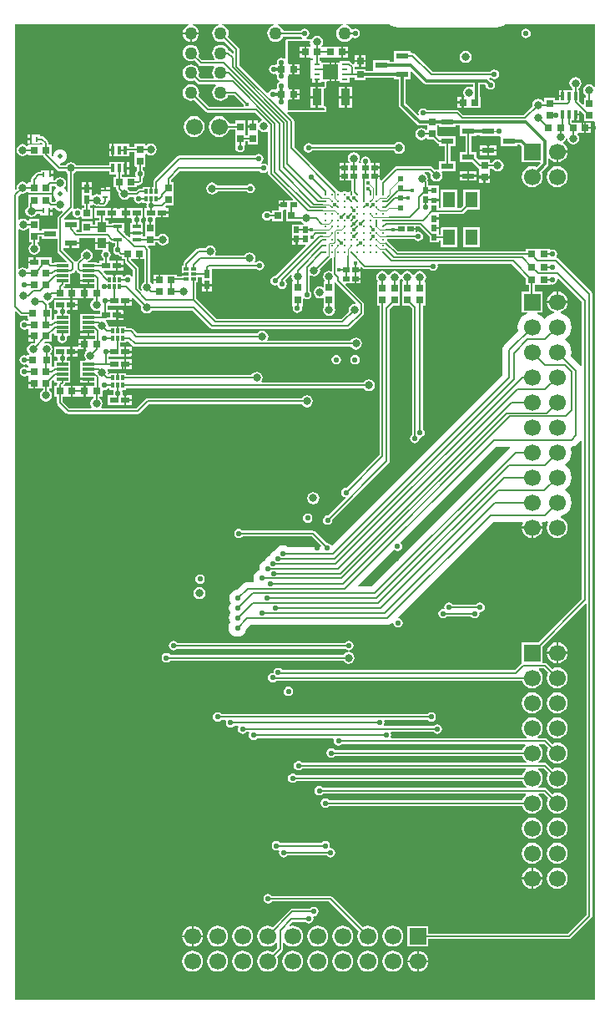
<source format=gbl>
%FSLAX43Y43*%
%MOMM*%
G71*
G01*
G75*
G04 Layer_Physical_Order=4*
G04 Layer_Color=16711680*
%ADD10R,0.600X0.900*%
%ADD11R,0.700X0.700*%
%ADD12R,0.650X0.800*%
%ADD13R,0.650X0.500*%
%ADD14R,0.600X0.550*%
%ADD15R,0.500X0.650*%
%ADD16R,0.950X1.000*%
%ADD17R,2.800X0.750*%
%ADD18R,1.200X1.200*%
%ADD19R,0.550X0.600*%
%ADD20R,0.400X1.400*%
%ADD21R,2.300X1.900*%
%ADD22R,1.775X1.900*%
%ADD23R,1.100X1.000*%
%ADD24R,1.100X0.600*%
%ADD25R,1.000X2.250*%
%ADD26R,1.200X1.200*%
%ADD27R,0.900X0.600*%
%ADD28R,1.750X0.950*%
%ADD29R,1.000X0.950*%
%ADD30R,1.600X1.000*%
%ADD31R,2.500X3.000*%
%ADD32O,1.650X0.300*%
%ADD33O,0.300X1.650*%
%ADD34R,0.700X0.700*%
%ADD35R,0.800X0.650*%
%ADD36C,0.175*%
%ADD37C,0.200*%
%ADD38C,0.250*%
%ADD39C,0.300*%
%ADD40C,0.180*%
%ADD41C,0.125*%
%ADD42R,0.900X0.300*%
%ADD43C,1.700*%
%ADD44R,1.700X1.700*%
%ADD45R,1.700X1.700*%
%ADD46C,0.500*%
%ADD47C,3.600*%
%ADD48C,0.550*%
%ADD49C,0.400*%
%ADD50C,0.500*%
%ADD51C,1.400*%
G04:AMPARAMS|DCode=52|XSize=2.524mm|YSize=2.524mm|CornerRadius=0mm|HoleSize=0mm|Usage=FLASHONLY|Rotation=0.000|XOffset=0mm|YOffset=0mm|HoleType=Round|Shape=Relief|Width=0.254mm|Gap=0.254mm|Entries=4|*
%AMTHD52*
7,0,0,2.524,2.016,0.254,45*
%
%ADD52THD52*%
G04:AMPARAMS|DCode=53|XSize=4.224mm|YSize=4.224mm|CornerRadius=0mm|HoleSize=0mm|Usage=FLASHONLY|Rotation=0.000|XOffset=0mm|YOffset=0mm|HoleType=Round|Shape=Relief|Width=0.254mm|Gap=0.254mm|Entries=4|*
%AMTHD53*
7,0,0,4.224,3.716,0.254,45*
%
%ADD53THD53*%
%ADD54C,0.650*%
%ADD55C,0.600*%
%ADD56C,3.100*%
%ADD57C,1.270*%
%ADD58C,0.800*%
%ADD59R,0.500X0.250*%
%ADD60R,0.250X0.500*%
%ADD61R,1.300X0.600*%
%ADD62R,0.762X0.762*%
%ADD63R,0.950X1.750*%
%ADD64R,0.350X0.850*%
%ADD65C,0.280*%
%ADD66R,1.300X1.600*%
%ADD67R,0.600X0.250*%
%ADD68R,1.600X1.500*%
%ADD69R,0.300X0.500*%
%ADD70R,1.250X0.300*%
%ADD71R,0.850X0.400*%
%ADD72R,0.500X0.300*%
%ADD73R,0.200X0.325*%
%ADD74R,0.325X0.200*%
G36*
X-51300Y-22650D02*
X-49950D01*
Y-22630D01*
X-49833Y-22582D01*
X-49807Y-22607D01*
X-49712Y-22671D01*
X-49625Y-22688D01*
Y-22800D01*
X-49293D01*
Y-23100D01*
X-49342Y-23133D01*
X-49447Y-23290D01*
X-49484Y-23475D01*
X-49447Y-23660D01*
X-49342Y-23817D01*
X-49185Y-23922D01*
X-49000Y-23959D01*
X-48942Y-23948D01*
X-48857Y-24032D01*
X-48762Y-24096D01*
X-48650Y-24118D01*
X-48600D01*
Y-24350D01*
X-48293D01*
Y-24575D01*
X-48271Y-24687D01*
X-48207Y-24782D01*
X-47493Y-25496D01*
Y-26097D01*
X-47615Y-26134D01*
X-47633Y-26108D01*
X-47790Y-26003D01*
X-47975Y-25966D01*
X-48160Y-26003D01*
X-48317Y-26108D01*
X-48350Y-26157D01*
X-48500D01*
Y-26000D01*
X-49250D01*
Y-26450D01*
X-49450D01*
Y-26000D01*
X-50160D01*
X-50468Y-25692D01*
X-50420Y-25575D01*
X-49200D01*
Y-25075D01*
Y-24575D01*
X-49907D01*
Y-24300D01*
X-49858Y-24267D01*
X-49753Y-24110D01*
X-49716Y-23925D01*
X-49753Y-23740D01*
X-49858Y-23583D01*
X-49950Y-23521D01*
X-49950Y-23450D01*
X-49950D01*
Y-22850D01*
X-51300D01*
Y-23450D01*
X-50563D01*
X-50526Y-23572D01*
X-50542Y-23583D01*
X-50647Y-23740D01*
X-50684Y-23925D01*
X-50647Y-24110D01*
X-50542Y-24267D01*
X-50493Y-24300D01*
Y-24575D01*
X-50850D01*
Y-24782D01*
X-51175D01*
Y-24725D01*
X-52071D01*
X-52084Y-24599D01*
X-51916Y-24565D01*
X-51717Y-24433D01*
X-51585Y-24234D01*
X-51538Y-24000D01*
X-51585Y-23766D01*
X-51717Y-23567D01*
X-51916Y-23435D01*
X-52150Y-23388D01*
X-52384Y-23435D01*
X-52583Y-23567D01*
X-52715Y-23766D01*
X-52762Y-24000D01*
X-52729Y-24164D01*
X-53182Y-24618D01*
X-53211Y-24661D01*
X-53339D01*
X-53368Y-24618D01*
X-54557Y-23429D01*
Y-23275D01*
X-53900D01*
Y-22775D01*
X-53800D01*
Y-22675D01*
X-52950D01*
Y-22275D01*
D01*
Y-22275D01*
X-52893Y-22218D01*
X-51300D01*
Y-22650D01*
D02*
G37*
G36*
X-58000Y-21276D02*
Y-21475D01*
D01*
X-58000Y-21475D01*
X-58000Y-21475D01*
D01*
D01*
Y-21475D01*
X-58000D01*
D01*
Y-22675D01*
X-57768D01*
Y-22799D01*
X-57908Y-22892D01*
X-58040Y-23091D01*
X-58087Y-23325D01*
X-58040Y-23559D01*
X-57908Y-23758D01*
X-57709Y-23890D01*
X-57475Y-23937D01*
X-57241Y-23890D01*
X-57042Y-23758D01*
X-56910Y-23559D01*
X-56863Y-23325D01*
X-56910Y-23091D01*
X-57042Y-22892D01*
X-57182Y-22799D01*
Y-22675D01*
X-56950D01*
Y-22118D01*
X-56750D01*
Y-22325D01*
X-55143D01*
Y-23550D01*
X-55143Y-23550D01*
X-55143D01*
X-55121Y-23662D01*
X-55057Y-23757D01*
X-54207Y-24608D01*
X-54255Y-24725D01*
X-55475D01*
Y-24782D01*
X-55700D01*
Y-24225D01*
X-57350D01*
Y-24725D01*
X-57450D01*
Y-24825D01*
X-58100D01*
Y-25225D01*
X-58100D01*
Y-25241D01*
Y-25225D01*
Y-25225D01*
Y-25325D01*
X-58100D01*
Y-25339D01*
X-58217Y-25417D01*
X-58416Y-25285D01*
X-58650Y-25238D01*
X-58884Y-25285D01*
X-58995Y-25359D01*
X-59107Y-25299D01*
Y-21393D01*
X-58995Y-21333D01*
X-58834Y-21440D01*
X-58600Y-21487D01*
X-58366Y-21440D01*
X-58167Y-21308D01*
X-58122Y-21239D01*
X-58000Y-21276D01*
D02*
G37*
G36*
X-29507Y-2370D02*
X-29531Y-2550D01*
X-29507Y-2733D01*
X-29493Y-2765D01*
X-29500Y-2775D01*
X-29500D01*
Y-2782D01*
X-29562Y-2875D01*
X-29900D01*
Y-3400D01*
Y-3925D01*
X-29500D01*
Y-4025D01*
X-29233D01*
Y-4225D01*
X-29425D01*
Y-5075D01*
Y-5575D01*
Y-6075D01*
X-29325D01*
Y-6475D01*
X-28925D01*
Y-6150D01*
X-28725D01*
Y-6475D01*
X-28325D01*
Y-6450D01*
X-28027D01*
Y-6852D01*
X-28142Y-6907D01*
X-28150Y-6900D01*
Y-6900D01*
X-28725D01*
Y-7975D01*
Y-9050D01*
X-28150D01*
Y-9050D01*
X-28144Y-9045D01*
X-28138Y-9046D01*
X-28127Y-9050D01*
X-28095Y-9071D01*
X-28048Y-9119D01*
X-28032Y-9142D01*
X-28027Y-9170D01*
Y-9275D01*
X-31790D01*
Y-8290D01*
X-31690D01*
Y-8190D01*
X-31290D01*
Y-7665D01*
Y-7140D01*
X-31690D01*
Y-7040D01*
X-31790D01*
Y-5790D01*
X-31690D01*
Y-5690D01*
X-31290D01*
Y-5165D01*
Y-4640D01*
X-31690D01*
Y-4540D01*
X-31790D01*
Y-2275D01*
X-29591D01*
X-29507Y-2370D01*
D02*
G37*
G36*
X-53182Y-25607D02*
X-53007Y-25782D01*
X-52912Y-25846D01*
X-52825Y-25863D01*
Y-25925D01*
Y-26425D01*
Y-26475D01*
X-52000D01*
Y-26575D01*
X-51900D01*
Y-26925D01*
X-51368D01*
Y-27300D01*
X-51685D01*
X-51685Y-27300D01*
Y-27300D01*
X-51775Y-27300D01*
X-51775D01*
D01*
X-51865Y-27300D01*
X-51865Y-27300D01*
Y-27300D01*
X-52275D01*
Y-27825D01*
Y-28350D01*
X-51865D01*
X-51865Y-28350D01*
Y-28350D01*
X-51775Y-28350D01*
X-51775D01*
D01*
X-51685Y-28350D01*
X-51685Y-28350D01*
Y-28350D01*
X-51468D01*
Y-28499D01*
X-51608Y-28592D01*
X-51740Y-28791D01*
X-51787Y-29025D01*
X-51740Y-29259D01*
X-51608Y-29458D01*
X-51409Y-29590D01*
X-51175Y-29637D01*
X-50941Y-29590D01*
X-50937Y-29588D01*
X-50825Y-29647D01*
Y-29982D01*
X-51175D01*
Y-29925D01*
X-52825D01*
Y-30625D01*
Y-31125D01*
Y-31625D01*
Y-31675D01*
X-52000D01*
Y-31775D01*
X-51900D01*
Y-32125D01*
X-51343D01*
Y-32500D01*
X-51775D01*
Y-32500D01*
Y-32500D01*
X-51775D01*
Y-32500D01*
X-52275D01*
Y-33025D01*
Y-33550D01*
X-52201D01*
X-52164Y-33672D01*
X-52233Y-33717D01*
X-52365Y-33916D01*
X-52412Y-34150D01*
X-52365Y-34384D01*
X-52246Y-34563D01*
X-52306Y-34675D01*
X-52825D01*
Y-35375D01*
Y-35875D01*
Y-36375D01*
Y-36425D01*
X-52000D01*
Y-36525D01*
X-51900D01*
Y-36875D01*
X-51368D01*
Y-37250D01*
X-51685D01*
X-51685Y-37250D01*
Y-37250D01*
X-51775Y-37250D01*
X-51775D01*
D01*
X-51865Y-37250D01*
X-51865Y-37250D01*
Y-37250D01*
X-52275D01*
Y-37775D01*
Y-38300D01*
X-51865D01*
X-51865Y-38300D01*
Y-38300D01*
X-51775Y-38300D01*
X-51775D01*
D01*
X-51685Y-38300D01*
X-51685Y-38300D01*
Y-38300D01*
X-51468D01*
Y-38499D01*
X-51608Y-38592D01*
X-51740Y-38791D01*
X-51787Y-39025D01*
X-51740Y-39259D01*
X-51649Y-39395D01*
X-51709Y-39507D01*
X-53904D01*
X-54582Y-38829D01*
Y-38300D01*
X-54365D01*
X-54365Y-38300D01*
Y-38300D01*
X-54275Y-38300D01*
X-54275D01*
D01*
X-54185Y-38300D01*
X-54185Y-38300D01*
Y-38300D01*
X-53775D01*
Y-37775D01*
Y-37250D01*
X-54185D01*
X-54185Y-37250D01*
Y-37250D01*
X-54275Y-37250D01*
X-54275D01*
D01*
X-54365Y-37250D01*
X-54365Y-37250D01*
Y-37250D01*
X-54444D01*
X-54493Y-37133D01*
X-54443Y-37082D01*
X-54379Y-36987D01*
X-54357Y-36875D01*
Y-36875D01*
X-53825D01*
Y-36375D01*
Y-35875D01*
Y-35375D01*
Y-34675D01*
X-54105D01*
X-54186Y-34577D01*
X-54166Y-34475D01*
X-54181Y-34398D01*
X-54100Y-34300D01*
X-53825D01*
Y-33800D01*
Y-33300D01*
X-55475D01*
Y-34300D01*
X-55200D01*
X-55119Y-34398D01*
X-55134Y-34475D01*
X-55114Y-34577D01*
X-55195Y-34675D01*
X-55475D01*
Y-35175D01*
Y-35247D01*
X-55512Y-35254D01*
X-55588Y-35305D01*
X-55700Y-35245D01*
X-55700Y-35175D01*
X-55700D01*
Y-34075D01*
X-55812D01*
X-55849Y-33953D01*
X-55817Y-33933D01*
X-55685Y-33734D01*
X-55638Y-33500D01*
X-55685Y-33266D01*
X-55817Y-33067D01*
X-56016Y-32935D01*
X-56250Y-32888D01*
X-56440Y-32926D01*
X-56499Y-32814D01*
X-56410Y-32725D01*
X-55700D01*
Y-32015D01*
X-55592Y-31907D01*
X-55475Y-31955D01*
Y-32125D01*
X-55156D01*
X-55096Y-32237D01*
X-55097Y-32240D01*
X-55134Y-32425D01*
X-55097Y-32610D01*
X-54992Y-32767D01*
X-54835Y-32872D01*
X-54650Y-32909D01*
X-54465Y-32872D01*
X-54308Y-32767D01*
X-54203Y-32610D01*
X-54166Y-32425D01*
X-54203Y-32240D01*
X-54204Y-32237D01*
X-54144Y-32125D01*
X-53825D01*
Y-31625D01*
Y-31125D01*
Y-30625D01*
Y-29925D01*
X-54105D01*
X-54186Y-29827D01*
X-54166Y-29725D01*
X-54181Y-29648D01*
X-54100Y-29550D01*
X-53825D01*
Y-29050D01*
Y-28550D01*
X-55475D01*
Y-29550D01*
X-55200D01*
X-55119Y-29648D01*
X-55134Y-29725D01*
X-55114Y-29827D01*
X-55195Y-29925D01*
X-55475D01*
Y-30425D01*
Y-30497D01*
X-55512Y-30504D01*
X-55588Y-30555D01*
X-55700Y-30495D01*
Y-30425D01*
X-55700D01*
Y-29325D01*
X-56007D01*
Y-29050D01*
X-56029Y-28938D01*
X-56051Y-28905D01*
X-56003Y-28787D01*
X-55891Y-28765D01*
X-55692Y-28633D01*
X-55560Y-28434D01*
X-55543Y-28350D01*
X-55475D01*
Y-28350D01*
X-54365D01*
X-54365Y-28350D01*
Y-28350D01*
X-54275Y-28350D01*
X-54275D01*
D01*
X-54185Y-28350D01*
X-54185Y-28350D01*
Y-28350D01*
X-53775D01*
Y-27825D01*
Y-27300D01*
X-54185D01*
X-54185Y-27300D01*
Y-27300D01*
X-54275Y-27300D01*
X-54275D01*
D01*
X-54365Y-27300D01*
X-54365Y-27300D01*
Y-27300D01*
X-54444D01*
X-54493Y-27183D01*
X-54443Y-27132D01*
X-54379Y-27037D01*
X-54357Y-26925D01*
X-54357Y-26925D01*
X-54357Y-26925D01*
Y-26925D01*
Y-26925D01*
X-53825D01*
Y-26425D01*
Y-25925D01*
Y-25868D01*
X-53725D01*
X-53613Y-25846D01*
X-53518Y-25782D01*
X-53518Y-25782D01*
X-53518Y-25782D01*
X-53368Y-25632D01*
X-53330Y-25576D01*
X-53203D01*
X-53182Y-25607D01*
D02*
G37*
G36*
X-46700Y-24350D02*
X-46318D01*
Y-26699D01*
X-46458Y-26792D01*
X-46590Y-26991D01*
X-46637Y-27225D01*
X-46590Y-27459D01*
X-46575Y-27481D01*
X-46673Y-27562D01*
X-46907Y-27329D01*
Y-25375D01*
X-46929Y-25263D01*
X-46993Y-25168D01*
X-47693Y-24467D01*
X-47645Y-24350D01*
X-47400D01*
Y-24350D01*
D01*
X-47400Y-24350D01*
X-47400D01*
Y-24350D01*
X-46900D01*
Y-23825D01*
X-46700D01*
Y-24350D01*
D02*
G37*
G36*
X-9191Y-43511D02*
X-23237Y-57557D01*
X-24585D01*
X-24634Y-57439D01*
X-21031Y-53836D01*
X-20967Y-53842D01*
X-20810Y-53947D01*
X-20625Y-53984D01*
X-20440Y-53947D01*
X-20283Y-53842D01*
X-20178Y-53685D01*
X-20141Y-53500D01*
X-20178Y-53315D01*
X-20283Y-53158D01*
X-20289Y-53094D01*
X-10588Y-43393D01*
X-9240D01*
X-9191Y-43511D01*
D02*
G37*
G36*
X-33743Y-15490D02*
Y-15725D01*
X-33743Y-15725D01*
X-33743D01*
X-33721Y-15837D01*
X-33657Y-15932D01*
X-31257Y-18333D01*
X-31306Y-18450D01*
X-32050D01*
Y-18900D01*
X-32150D01*
Y-19000D01*
X-32675D01*
Y-19350D01*
X-32675D01*
Y-19360D01*
X-32765Y-19450D01*
X-33325D01*
Y-19707D01*
X-33525D01*
X-33558Y-19658D01*
X-33715Y-19553D01*
X-33900Y-19516D01*
X-34085Y-19553D01*
X-34242Y-19658D01*
X-34347Y-19815D01*
X-34384Y-20000D01*
X-34347Y-20185D01*
X-34242Y-20342D01*
X-34085Y-20447D01*
X-33900Y-20484D01*
X-33715Y-20447D01*
X-33558Y-20342D01*
X-33525Y-20293D01*
X-33325D01*
Y-20550D01*
X-32225D01*
Y-19450D01*
X-32225D01*
Y-19440D01*
X-32135Y-19350D01*
X-31925D01*
Y-19450D01*
X-31925D01*
Y-20550D01*
X-30825D01*
Y-20543D01*
X-30376D01*
X-30283Y-20683D01*
X-30139Y-20778D01*
X-30176Y-20900D01*
X-31325D01*
Y-21950D01*
Y-22275D01*
X-30875D01*
Y-22375D01*
X-30775D01*
Y-22900D01*
X-29955D01*
X-29907Y-23017D01*
X-32992Y-26102D01*
X-33050Y-26091D01*
X-33235Y-26128D01*
X-33392Y-26233D01*
X-33497Y-26390D01*
X-33534Y-26575D01*
X-33497Y-26760D01*
X-33392Y-26917D01*
X-33235Y-27022D01*
X-33050Y-27059D01*
X-32910Y-27031D01*
X-32804Y-27102D01*
X-32797Y-27135D01*
X-32692Y-27292D01*
X-32535Y-27397D01*
X-32350Y-27434D01*
X-32165Y-27397D01*
X-32008Y-27292D01*
X-31903Y-27135D01*
X-31866Y-26950D01*
X-31903Y-26765D01*
X-32008Y-26608D01*
X-32013Y-26553D01*
X-31480Y-26019D01*
X-31368Y-26079D01*
X-31387Y-26175D01*
X-31340Y-26409D01*
X-31237Y-26563D01*
X-31297Y-26675D01*
X-31300D01*
Y-27875D01*
D01*
X-31300Y-27875D01*
X-31300Y-27875D01*
D01*
D01*
Y-27875D01*
X-31300D01*
D01*
Y-29075D01*
X-31295D01*
X-31247Y-29165D01*
X-31284Y-29350D01*
X-31247Y-29535D01*
X-31142Y-29692D01*
X-30985Y-29797D01*
X-30800Y-29834D01*
X-30615Y-29797D01*
X-30458Y-29692D01*
X-30353Y-29535D01*
X-30316Y-29350D01*
X-30351Y-29173D01*
X-30270Y-29075D01*
X-30250D01*
Y-28397D01*
X-30138Y-28337D01*
X-30010Y-28422D01*
X-29825Y-28459D01*
X-29640Y-28422D01*
X-29483Y-28317D01*
X-29378Y-28160D01*
X-29341Y-27975D01*
X-29378Y-27790D01*
X-29483Y-27633D01*
X-29532Y-27600D01*
Y-26093D01*
X-29420Y-26033D01*
X-29334Y-26090D01*
X-29100Y-26137D01*
X-28866Y-26090D01*
X-28667Y-25958D01*
X-28535Y-25759D01*
X-28488Y-25525D01*
X-28517Y-25381D01*
X-27418Y-24282D01*
X-27390Y-24240D01*
X-27268Y-24277D01*
Y-25524D01*
X-27366Y-25605D01*
X-27575Y-25563D01*
X-27809Y-25610D01*
X-28008Y-25742D01*
X-28140Y-25941D01*
X-28187Y-26175D01*
X-28140Y-26409D01*
X-28037Y-26563D01*
X-28097Y-26675D01*
X-28100D01*
Y-27180D01*
X-28212Y-27240D01*
X-28284Y-27192D01*
X-28518Y-27145D01*
X-28752Y-27192D01*
X-28951Y-27324D01*
X-29083Y-27523D01*
X-29130Y-27757D01*
X-29083Y-27991D01*
X-28951Y-28190D01*
X-28752Y-28322D01*
X-28518Y-28369D01*
X-28284Y-28322D01*
X-28212Y-28274D01*
X-28100Y-28334D01*
Y-29075D01*
X-28100D01*
X-28100Y-29256D01*
X-28140Y-29316D01*
X-28187Y-29550D01*
X-28140Y-29784D01*
X-28008Y-29983D01*
X-27809Y-30115D01*
X-27575Y-30162D01*
X-27341Y-30115D01*
X-27142Y-29983D01*
X-27010Y-29784D01*
X-26963Y-29550D01*
X-27010Y-29316D01*
X-27050Y-29256D01*
X-27050Y-29075D01*
X-27050D01*
Y-27875D01*
D01*
X-27050Y-27875D01*
Y-27875D01*
X-27050D01*
Y-26775D01*
X-26928Y-26738D01*
X-26882Y-26807D01*
X-24875Y-28814D01*
X-24935Y-28926D01*
X-25000Y-28913D01*
X-25234Y-28960D01*
X-25433Y-29092D01*
X-25565Y-29291D01*
X-25612Y-29525D01*
X-25579Y-29689D01*
X-26346Y-30457D01*
X-38979D01*
X-41032Y-28404D01*
Y-26775D01*
X-40875D01*
Y-26275D01*
Y-26218D01*
X-40450D01*
Y-26575D01*
Y-26925D01*
X-39450D01*
Y-26575D01*
Y-25343D01*
X-35000D01*
X-34967Y-25392D01*
X-34810Y-25497D01*
X-34625Y-25534D01*
X-34440Y-25497D01*
X-34283Y-25392D01*
X-34178Y-25235D01*
X-34141Y-25050D01*
X-34178Y-24865D01*
X-34283Y-24708D01*
X-34440Y-24603D01*
X-34625Y-24566D01*
X-34810Y-24603D01*
X-34967Y-24708D01*
X-34977Y-24722D01*
X-35104Y-24716D01*
X-35142Y-24645D01*
X-35085Y-24559D01*
X-35038Y-24325D01*
X-35085Y-24091D01*
X-35217Y-23892D01*
X-35416Y-23760D01*
X-35650Y-23713D01*
X-35884Y-23760D01*
X-36083Y-23892D01*
X-36176Y-24032D01*
X-39082D01*
X-39142Y-23920D01*
X-39085Y-23834D01*
X-39038Y-23600D01*
X-39085Y-23366D01*
X-39217Y-23167D01*
X-39416Y-23035D01*
X-39650Y-22988D01*
X-39884Y-23035D01*
X-40083Y-23167D01*
X-40176Y-23307D01*
X-40825D01*
X-40937Y-23329D01*
X-41032Y-23393D01*
X-42282Y-24643D01*
X-42346Y-24738D01*
X-42368Y-24850D01*
Y-25075D01*
X-42525D01*
Y-25775D01*
Y-25825D01*
X-42075D01*
Y-26025D01*
X-42525D01*
Y-26132D01*
X-42975D01*
Y-25975D01*
X-44085D01*
X-44085Y-25975D01*
Y-25975D01*
X-44175Y-25975D01*
X-44175D01*
D01*
X-44265Y-25975D01*
X-44265Y-25975D01*
Y-25975D01*
X-44675D01*
Y-26500D01*
X-44775D01*
Y-26600D01*
X-45375D01*
Y-26899D01*
X-45497Y-26936D01*
X-45592Y-26792D01*
X-45732Y-26699D01*
Y-23450D01*
X-45754Y-23338D01*
X-45818Y-23243D01*
X-45943Y-23117D01*
X-45895Y-23000D01*
X-45175D01*
Y-22693D01*
X-44976D01*
X-44883Y-22833D01*
X-44684Y-22965D01*
X-44450Y-23012D01*
X-44216Y-22965D01*
X-44017Y-22833D01*
X-43885Y-22634D01*
X-43838Y-22400D01*
X-43885Y-22166D01*
X-44017Y-21967D01*
X-44216Y-21835D01*
X-44450Y-21788D01*
X-44684Y-21835D01*
X-44883Y-21967D01*
X-44976Y-22107D01*
X-45175D01*
Y-21800D01*
D01*
Y-21800D01*
X-45175Y-21800D01*
Y-21800D01*
X-45175D01*
X-45175D01*
Y-20600D01*
X-45175D01*
X-45253Y-20560D01*
X-45253D01*
X-45216Y-20375D01*
X-45236Y-20273D01*
X-45155Y-20175D01*
X-44625D01*
Y-19675D01*
X-44525D01*
Y-19575D01*
X-43875D01*
Y-19175D01*
X-44120D01*
X-44168Y-19058D01*
X-44060Y-18950D01*
X-43350D01*
Y-17750D01*
D01*
X-43350Y-17750D01*
Y-17750D01*
X-43350D01*
Y-16550D01*
X-43582D01*
Y-16346D01*
X-42704Y-15468D01*
X-34625D01*
X-34592Y-15517D01*
X-34435Y-15622D01*
X-34250Y-15659D01*
X-34065Y-15622D01*
X-33908Y-15517D01*
X-33865Y-15453D01*
X-33743Y-15490D01*
D02*
G37*
G36*
X-1725Y-9690D02*
Y-10400D01*
X-675D01*
Y-10400D01*
X-645D01*
X-555Y-10490D01*
Y-99445D01*
X-59445D01*
Y-29735D01*
X-59328Y-29687D01*
X-58932Y-30082D01*
X-58837Y-30146D01*
X-58725Y-30168D01*
X-58200D01*
Y-30425D01*
X-58100D01*
Y-30525D01*
X-58100D01*
Y-30595D01*
X-58212Y-30654D01*
X-58290Y-30603D01*
X-58475Y-30566D01*
X-58660Y-30603D01*
X-58817Y-30708D01*
X-58922Y-30865D01*
X-58959Y-31050D01*
X-58922Y-31235D01*
X-58817Y-31392D01*
X-58660Y-31497D01*
X-58475Y-31534D01*
X-58290Y-31497D01*
X-58212Y-31446D01*
X-58100Y-31505D01*
Y-31575D01*
D01*
D01*
X-58100Y-31575D01*
X-58100Y-31675D01*
X-58100D01*
Y-32100D01*
X-57500D01*
Y-32200D01*
X-57400D01*
Y-32738D01*
X-57366Y-32821D01*
X-57446Y-32919D01*
X-57600Y-32888D01*
X-57834Y-32935D01*
X-58033Y-33067D01*
X-58165Y-33266D01*
X-58212Y-33500D01*
X-58165Y-33734D01*
X-58033Y-33933D01*
X-58001Y-33953D01*
X-58038Y-34075D01*
X-58200D01*
Y-34136D01*
X-58312Y-34196D01*
X-58340Y-34178D01*
X-58525Y-34141D01*
X-58710Y-34178D01*
X-58867Y-34283D01*
X-58972Y-34440D01*
X-59009Y-34625D01*
X-58972Y-34810D01*
X-58867Y-34967D01*
X-58710Y-35072D01*
X-58525Y-35109D01*
X-58340Y-35072D01*
X-58312Y-35054D01*
X-58200Y-35114D01*
Y-35175D01*
X-58100D01*
Y-35275D01*
X-58100D01*
Y-35345D01*
X-58212Y-35404D01*
X-58290Y-35353D01*
X-58475Y-35316D01*
X-58660Y-35353D01*
X-58817Y-35458D01*
X-58922Y-35615D01*
X-58959Y-35800D01*
X-58922Y-35985D01*
X-58817Y-36142D01*
X-58660Y-36247D01*
X-58475Y-36284D01*
X-58290Y-36247D01*
X-58212Y-36196D01*
X-58100Y-36255D01*
Y-36325D01*
X-58100Y-36325D01*
X-58100Y-36425D01*
X-58100D01*
Y-36850D01*
X-57500D01*
Y-36950D01*
X-57400D01*
Y-37475D01*
X-56990D01*
X-56990Y-37475D01*
Y-37475D01*
X-56900Y-37475D01*
X-56900D01*
D01*
X-56810Y-37475D01*
X-56810Y-37475D01*
Y-37475D01*
X-56593D01*
Y-37674D01*
X-56733Y-37767D01*
X-56865Y-37966D01*
X-56912Y-38200D01*
X-56865Y-38434D01*
X-56733Y-38633D01*
X-56534Y-38765D01*
X-56300Y-38812D01*
X-56066Y-38765D01*
X-55867Y-38633D01*
X-55735Y-38434D01*
X-55688Y-38200D01*
X-55735Y-37966D01*
X-55867Y-37767D01*
X-56007Y-37674D01*
Y-37475D01*
X-55700D01*
Y-36765D01*
X-55592Y-36657D01*
X-55475Y-36705D01*
Y-36875D01*
X-55205D01*
X-55145Y-36987D01*
X-55146Y-36988D01*
X-55168Y-37100D01*
Y-37250D01*
X-55475D01*
Y-38300D01*
X-55168D01*
Y-38950D01*
X-55168Y-38950D01*
X-55168D01*
X-55146Y-39062D01*
X-55082Y-39157D01*
X-54232Y-40007D01*
X-54137Y-40071D01*
X-54025Y-40093D01*
X-47000D01*
X-46888Y-40071D01*
X-46793Y-40007D01*
X-46793Y-40007D01*
X-46793Y-40007D01*
X-45879Y-39093D01*
X-30351D01*
X-30258Y-39233D01*
X-30059Y-39365D01*
X-29825Y-39412D01*
X-29591Y-39365D01*
X-29392Y-39233D01*
X-29260Y-39034D01*
X-29213Y-38800D01*
X-29260Y-38566D01*
X-29392Y-38367D01*
X-29591Y-38235D01*
X-29825Y-38188D01*
X-30059Y-38235D01*
X-30258Y-38367D01*
X-30351Y-38507D01*
X-46000D01*
X-46112Y-38529D01*
X-46207Y-38593D01*
X-47121Y-39507D01*
X-50641D01*
X-50701Y-39395D01*
X-50610Y-39259D01*
X-50563Y-39025D01*
X-50610Y-38791D01*
X-50742Y-38592D01*
X-50882Y-38499D01*
Y-38300D01*
X-50575D01*
Y-37725D01*
X-50477Y-37644D01*
X-50400Y-37659D01*
X-50215Y-37622D01*
X-50058Y-37517D01*
X-50025Y-37468D01*
X-49850D01*
Y-37625D01*
X-49472D01*
X-49412Y-37737D01*
X-49447Y-37790D01*
X-49484Y-37975D01*
X-49464Y-38077D01*
X-49545Y-38175D01*
X-50000D01*
Y-39175D01*
X-48350D01*
Y-38675D01*
Y-38175D01*
X-48455D01*
X-48536Y-38077D01*
X-48516Y-37975D01*
X-48553Y-37790D01*
X-48588Y-37737D01*
X-48528Y-37625D01*
X-48150D01*
Y-37468D01*
X-46600D01*
X-46600Y-37468D01*
X-24076D01*
X-23983Y-37608D01*
X-23784Y-37740D01*
X-23550Y-37787D01*
X-23316Y-37740D01*
X-23117Y-37608D01*
X-22985Y-37409D01*
X-22938Y-37175D01*
X-22985Y-36941D01*
X-23117Y-36742D01*
X-23316Y-36610D01*
X-23550Y-36563D01*
X-23784Y-36610D01*
X-23983Y-36742D01*
X-24076Y-36882D01*
X-34374D01*
X-34434Y-36770D01*
X-34360Y-36659D01*
X-34313Y-36425D01*
X-34360Y-36191D01*
X-34492Y-35992D01*
X-34691Y-35860D01*
X-34925Y-35813D01*
X-35159Y-35860D01*
X-35358Y-35992D01*
X-35451Y-36132D01*
X-44675D01*
X-44675Y-36132D01*
X-47700D01*
X-47700Y-36132D01*
X-48150D01*
Y-35975D01*
X-48900D01*
Y-36425D01*
X-49100D01*
Y-35975D01*
X-49850D01*
Y-36009D01*
X-49970Y-36052D01*
X-50005Y-36009D01*
X-49988Y-35925D01*
X-50035Y-35691D01*
X-50071Y-35637D01*
X-50011Y-35525D01*
X-48375D01*
Y-35025D01*
Y-34525D01*
X-49932D01*
Y-34300D01*
X-48350D01*
Y-33800D01*
Y-33300D01*
X-48732D01*
Y-32875D01*
X-48175D01*
Y-32718D01*
X-47921D01*
X-47482Y-33157D01*
X-47387Y-33221D01*
X-47275Y-33243D01*
X-25376D01*
X-25283Y-33383D01*
X-25084Y-33515D01*
X-24850Y-33562D01*
X-24616Y-33515D01*
X-24417Y-33383D01*
X-24285Y-33184D01*
X-24238Y-32950D01*
X-24285Y-32716D01*
X-24417Y-32517D01*
X-24616Y-32385D01*
X-24850Y-32338D01*
X-25084Y-32385D01*
X-25283Y-32517D01*
X-25376Y-32657D01*
X-33782D01*
X-33842Y-32545D01*
X-33785Y-32459D01*
X-33738Y-32225D01*
X-33785Y-31991D01*
X-33917Y-31792D01*
X-34116Y-31660D01*
X-34350Y-31613D01*
X-34584Y-31660D01*
X-34783Y-31792D01*
X-34876Y-31932D01*
X-47004D01*
X-47468Y-31468D01*
X-47563Y-31404D01*
X-47675Y-31382D01*
X-48175D01*
Y-31225D01*
X-48925D01*
Y-31675D01*
X-49125D01*
Y-31225D01*
X-49875D01*
X-49875Y-31225D01*
Y-31225D01*
X-49993Y-31201D01*
X-49988Y-31175D01*
X-50035Y-30941D01*
X-50167Y-30742D01*
X-50236Y-30697D01*
X-50199Y-30575D01*
X-49175D01*
Y-30075D01*
Y-29575D01*
X-50007D01*
Y-29075D01*
X-50000D01*
Y-29075D01*
X-48350D01*
Y-28575D01*
X-48250D01*
Y-28475D01*
X-47600D01*
Y-28330D01*
X-47483Y-28282D01*
X-46629Y-29136D01*
X-46662Y-29300D01*
X-46615Y-29534D01*
X-46483Y-29733D01*
X-46284Y-29865D01*
X-46050Y-29912D01*
X-45816Y-29865D01*
X-45617Y-29733D01*
X-45524Y-29593D01*
X-41421D01*
X-39657Y-31357D01*
X-39562Y-31421D01*
X-39450Y-31443D01*
X-25633D01*
X-25521Y-31421D01*
X-25426Y-31357D01*
X-25426Y-31357D01*
X-25426Y-31357D01*
X-24118Y-30049D01*
X-24054Y-29954D01*
X-24032Y-29842D01*
X-24032Y-29842D01*
X-24032Y-29842D01*
Y-29842D01*
Y-28950D01*
X-24032Y-28950D01*
X-24032Y-28950D01*
Y-28950D01*
X-24032D01*
X-24032Y-28950D01*
X-24054Y-28838D01*
X-24118Y-28743D01*
X-25893Y-26967D01*
X-25845Y-26850D01*
X-25000D01*
Y-26400D01*
X-24900D01*
Y-26300D01*
X-24375D01*
Y-25950D01*
D01*
Y-25950D01*
X-24375Y-25950D01*
Y-25950D01*
X-24375D01*
X-24375D01*
Y-25600D01*
X-24900D01*
Y-25400D01*
X-24375D01*
Y-25255D01*
X-24258Y-25207D01*
X-24157Y-25307D01*
X-24062Y-25371D01*
X-23950Y-25393D01*
X-17400D01*
X-17367Y-25442D01*
X-17210Y-25547D01*
X-17025Y-25584D01*
X-16840Y-25547D01*
X-16683Y-25442D01*
X-16578Y-25285D01*
X-16541Y-25100D01*
X-16567Y-24966D01*
X-16487Y-24868D01*
X-9046D01*
X-7600Y-26315D01*
Y-27025D01*
X-7293D01*
Y-27680D01*
X-8020D01*
Y-29780D01*
X-7487D01*
X-7463Y-29905D01*
X-7701Y-30003D01*
X-8004Y-30236D01*
X-8237Y-30539D01*
X-8383Y-30891D01*
X-8433Y-31270D01*
X-8383Y-31649D01*
X-8367Y-31686D01*
X-9815Y-33135D01*
X-9926Y-33278D01*
X-9960Y-33362D01*
X-9995Y-33446D01*
X-10018Y-33625D01*
Y-36138D01*
X-27249Y-53368D01*
X-27375Y-53356D01*
X-27408Y-53308D01*
X-27565Y-53203D01*
X-27750Y-53166D01*
X-27808Y-53177D01*
X-28993Y-51993D01*
X-29088Y-51929D01*
X-29200Y-51907D01*
X-36350D01*
X-36383Y-51858D01*
X-36540Y-51753D01*
X-36725Y-51716D01*
X-36910Y-51753D01*
X-37067Y-51858D01*
X-37172Y-52015D01*
X-37209Y-52200D01*
X-37172Y-52385D01*
X-37067Y-52542D01*
X-36910Y-52647D01*
X-36725Y-52684D01*
X-36540Y-52647D01*
X-36383Y-52542D01*
X-36350Y-52493D01*
X-29321D01*
X-28375Y-53439D01*
X-28424Y-53557D01*
X-31716D01*
X-31809Y-53486D01*
X-32022Y-53398D01*
X-32250Y-53367D01*
X-32478Y-53398D01*
X-32691Y-53486D01*
X-32874Y-53626D01*
X-33014Y-53809D01*
X-33066Y-53934D01*
X-33191Y-53986D01*
X-33374Y-54126D01*
X-33514Y-54309D01*
X-33566Y-54434D01*
X-33691Y-54486D01*
X-33874Y-54626D01*
X-34014Y-54809D01*
X-34066Y-54934D01*
X-34191Y-54986D01*
X-34374Y-55126D01*
X-34514Y-55309D01*
X-34602Y-55522D01*
X-34633Y-55750D01*
X-34611Y-55911D01*
X-34791Y-55986D01*
X-34974Y-56126D01*
X-35114Y-56309D01*
X-35202Y-56522D01*
X-35233Y-56750D01*
X-35202Y-56978D01*
X-35193Y-57001D01*
X-35264Y-57107D01*
X-35850D01*
X-36029Y-57130D01*
X-36099Y-57159D01*
X-36197Y-57199D01*
X-36340Y-57310D01*
X-36913Y-57882D01*
X-37028Y-57898D01*
X-37241Y-57986D01*
X-37424Y-58126D01*
X-37564Y-58309D01*
X-37652Y-58522D01*
X-37683Y-58750D01*
X-37652Y-58978D01*
X-37564Y-59191D01*
X-37544Y-59217D01*
X-37614Y-59309D01*
X-37702Y-59522D01*
X-37733Y-59750D01*
X-37702Y-59978D01*
X-37614Y-60191D01*
X-37569Y-60250D01*
X-37614Y-60309D01*
X-37702Y-60522D01*
X-37733Y-60750D01*
X-37702Y-60978D01*
X-37614Y-61191D01*
X-37582Y-61234D01*
X-37639Y-61309D01*
X-37727Y-61522D01*
X-37758Y-61750D01*
X-37727Y-61978D01*
X-37639Y-62191D01*
X-37499Y-62374D01*
X-37316Y-62514D01*
X-37103Y-62602D01*
X-36875Y-62633D01*
X-36647Y-62602D01*
X-36434Y-62514D01*
X-36251Y-62374D01*
X-36111Y-62191D01*
X-36023Y-61978D01*
X-36007Y-61863D01*
X-35600Y-61456D01*
X-21663D01*
X-21483Y-61432D01*
X-21414Y-61404D01*
X-21316Y-61363D01*
X-21172Y-61253D01*
X-21031Y-61394D01*
X-21022Y-61435D01*
X-20917Y-61592D01*
X-20760Y-61697D01*
X-20575Y-61734D01*
X-20390Y-61697D01*
X-20233Y-61592D01*
X-20128Y-61435D01*
X-20091Y-61250D01*
X-20128Y-61065D01*
X-20233Y-60908D01*
X-20390Y-60803D01*
X-20535Y-60774D01*
X-20572Y-60652D01*
X-10933Y-51013D01*
X-7982D01*
X-7911Y-51119D01*
X-7993Y-51316D01*
X-8016Y-51490D01*
X-5924D01*
X-5947Y-51316D01*
X-6029Y-51119D01*
X-5958Y-51013D01*
X-5700D01*
X-5521Y-50990D01*
X-5451Y-50961D01*
X-5414Y-50946D01*
X-5336Y-51046D01*
X-5347Y-51060D01*
X-5453Y-51316D01*
X-5489Y-51590D01*
X-5453Y-51864D01*
X-5347Y-52120D01*
X-5179Y-52339D01*
X-4960Y-52507D01*
X-4704Y-52613D01*
X-4430Y-52649D01*
X-4156Y-52613D01*
X-3900Y-52507D01*
X-3681Y-52339D01*
X-3513Y-52120D01*
X-3407Y-51864D01*
X-3371Y-51590D01*
X-3407Y-51316D01*
X-3513Y-51060D01*
X-3681Y-50841D01*
X-3900Y-50673D01*
X-4095Y-50592D01*
X-4079Y-50466D01*
X-4051Y-50463D01*
X-3699Y-50317D01*
X-3396Y-50084D01*
X-3163Y-49781D01*
X-3017Y-49429D01*
X-2967Y-49050D01*
X-3017Y-48671D01*
X-3163Y-48319D01*
X-3396Y-48016D01*
X-3620Y-47843D01*
Y-47716D01*
X-3396Y-47544D01*
X-3163Y-47241D01*
X-3017Y-46889D01*
X-2967Y-46510D01*
X-3017Y-46131D01*
X-3163Y-45779D01*
X-3396Y-45476D01*
X-3620Y-45304D01*
Y-45176D01*
X-3396Y-45004D01*
X-3163Y-44701D01*
X-3017Y-44349D01*
X-2967Y-43970D01*
X-3017Y-43591D01*
X-3056Y-43499D01*
X-2985Y-43393D01*
X-2950D01*
X-2771Y-43370D01*
X-2701Y-43341D01*
X-2603Y-43301D01*
X-2460Y-43190D01*
X-2035Y-42766D01*
X-2031Y-42768D01*
X-1918Y-42855D01*
Y-58824D01*
X-6335Y-63240D01*
X-8020D01*
Y-65334D01*
X-8107Y-65393D01*
X-8746Y-66032D01*
X-32337D01*
X-32384Y-65961D01*
X-32541Y-65856D01*
X-32727Y-65819D01*
X-32912Y-65856D01*
X-33069Y-65961D01*
X-33174Y-66118D01*
X-33211Y-66303D01*
X-33300Y-66341D01*
D01*
X-33485Y-66378D01*
X-33642Y-66483D01*
X-33747Y-66640D01*
X-33784Y-66825D01*
X-33747Y-67010D01*
X-33642Y-67167D01*
X-33485Y-67272D01*
X-33300Y-67309D01*
X-33115Y-67272D01*
X-32958Y-67167D01*
X-32928Y-67123D01*
X-7985D01*
X-7887Y-67360D01*
X-7719Y-67579D01*
X-7500Y-67747D01*
X-7244Y-67853D01*
X-6970Y-67889D01*
X-6696Y-67853D01*
X-6440Y-67747D01*
X-6221Y-67579D01*
X-6053Y-67360D01*
X-5947Y-67104D01*
X-5911Y-66830D01*
X-5947Y-66556D01*
X-6053Y-66300D01*
X-6221Y-66081D01*
X-6309Y-66013D01*
X-6269Y-65893D01*
X-5781D01*
X-5355Y-66320D01*
X-5453Y-66556D01*
X-5489Y-66830D01*
X-5453Y-67104D01*
X-5347Y-67360D01*
X-5179Y-67579D01*
X-4960Y-67747D01*
X-4704Y-67853D01*
X-4430Y-67889D01*
X-4156Y-67853D01*
X-3900Y-67747D01*
X-3681Y-67579D01*
X-3513Y-67360D01*
X-3407Y-67104D01*
X-3371Y-66830D01*
X-3407Y-66556D01*
X-3513Y-66300D01*
X-3681Y-66081D01*
X-3900Y-65913D01*
X-4156Y-65807D01*
X-4430Y-65771D01*
X-4704Y-65807D01*
X-4940Y-65905D01*
X-5453Y-65393D01*
X-5548Y-65329D01*
X-5660Y-65307D01*
X-5920D01*
Y-63655D01*
X-1585Y-59320D01*
X-1468Y-59369D01*
Y-90854D01*
X-3351Y-92737D01*
X-17520D01*
Y-91980D01*
X-19620D01*
Y-94080D01*
X-17520D01*
Y-93323D01*
X-3230D01*
X-3118Y-93301D01*
X-3023Y-93237D01*
X-968Y-91182D01*
X-904Y-91087D01*
X-882Y-90975D01*
X-882Y-90975D01*
X-882Y-90975D01*
Y-90975D01*
Y-27900D01*
X-904Y-27788D01*
X-968Y-27693D01*
X-4368Y-24293D01*
X-4448Y-24239D01*
X-4472Y-24115D01*
X-4453Y-24085D01*
X-4416Y-23900D01*
X-4453Y-23715D01*
X-4558Y-23558D01*
X-4715Y-23453D01*
X-4900Y-23416D01*
X-5085Y-23453D01*
X-5088Y-23454D01*
X-5200Y-23394D01*
Y-23375D01*
X-6400D01*
Y-23375D01*
Y-23375D01*
X-6400D01*
Y-23375D01*
X-7600D01*
Y-23607D01*
X-20579D01*
X-21668Y-22518D01*
X-21710Y-22490D01*
X-21673Y-22368D01*
X-18900D01*
X-18867Y-22417D01*
X-18710Y-22522D01*
X-18525Y-22559D01*
X-18340Y-22522D01*
X-18183Y-22417D01*
X-18078Y-22260D01*
X-18041Y-22075D01*
X-18078Y-21890D01*
X-18183Y-21733D01*
X-18340Y-21628D01*
X-18525Y-21591D01*
X-18702Y-21626D01*
X-18800Y-21545D01*
Y-21400D01*
X-19325D01*
Y-21200D01*
X-18800D01*
Y-21093D01*
X-18396D01*
X-17350Y-22140D01*
Y-22700D01*
X-16450D01*
Y-22468D01*
X-16250D01*
Y-23150D01*
X-14550D01*
Y-21150D01*
X-16250D01*
Y-21882D01*
X-16450D01*
Y-21750D01*
Y-21325D01*
X-16900D01*
Y-21125D01*
X-16450D01*
Y-20800D01*
Y-20375D01*
X-16900D01*
Y-20175D01*
X-16450D01*
Y-19850D01*
Y-19818D01*
X-14125D01*
X-14013Y-19796D01*
X-13918Y-19732D01*
X-13918Y-19732D01*
X-13918Y-19732D01*
X-13535Y-19350D01*
X-12250D01*
Y-17350D01*
X-13950D01*
Y-18935D01*
X-14246Y-19232D01*
X-14550D01*
Y-17350D01*
X-16250D01*
Y-19232D01*
X-16450D01*
Y-18900D01*
X-16425D01*
Y-18500D01*
X-16900D01*
Y-18300D01*
X-16425D01*
Y-17900D01*
D01*
Y-17900D01*
X-16425Y-17900D01*
Y-17900D01*
X-16425D01*
X-16425D01*
Y-16900D01*
X-17507D01*
Y-16600D01*
X-17529Y-16488D01*
X-17573Y-16423D01*
X-17538Y-16250D01*
X-17585Y-16016D01*
X-17717Y-15817D01*
X-17909Y-15690D01*
X-17872Y-15568D01*
X-17421D01*
X-17254Y-15736D01*
X-17287Y-15900D01*
X-17240Y-16134D01*
X-17108Y-16333D01*
X-16909Y-16465D01*
X-16675Y-16512D01*
X-16441Y-16465D01*
X-16242Y-16333D01*
X-16110Y-16134D01*
X-16063Y-15900D01*
X-16110Y-15666D01*
X-16146Y-15612D01*
X-16086Y-15500D01*
X-14700D01*
Y-14500D01*
X-15244D01*
Y-12900D01*
X-14700D01*
Y-11900D01*
X-16400D01*
X-16400Y-11900D01*
Y-11900D01*
X-16465Y-11927D01*
X-16575Y-11817D01*
Y-11100D01*
D01*
Y-11100D01*
X-16575Y-11100D01*
Y-11100D01*
X-16575D01*
X-16575D01*
Y-10857D01*
X-16400D01*
Y-11000D01*
X-14700D01*
Y-10857D01*
X-14300D01*
Y-10950D01*
X-14300D01*
Y-11950D01*
X-13756D01*
Y-13550D01*
X-14300D01*
Y-14550D01*
X-13033D01*
X-12466Y-15116D01*
X-12466Y-15116D01*
X-12407Y-15156D01*
X-12367Y-15183D01*
X-12325Y-15191D01*
Y-15410D01*
X-12325Y-15410D01*
X-12325D01*
X-12325Y-15500D01*
Y-15500D01*
D01*
X-12325Y-15590D01*
X-12325Y-15590D01*
X-12325D01*
Y-16000D01*
X-11275D01*
Y-15590D01*
X-11275Y-15590D01*
X-11275D01*
X-11275Y-15500D01*
Y-15500D01*
D01*
X-11275Y-15410D01*
X-11275Y-15410D01*
X-11275D01*
Y-15193D01*
X-11001D01*
X-10908Y-15333D01*
X-10709Y-15465D01*
X-10475Y-15512D01*
X-10241Y-15465D01*
X-10042Y-15333D01*
X-9910Y-15134D01*
X-9863Y-14900D01*
X-9910Y-14666D01*
X-10042Y-14467D01*
X-10241Y-14335D01*
X-10475Y-14288D01*
X-10709Y-14335D01*
X-10908Y-14467D01*
X-11001Y-14607D01*
X-11275D01*
Y-14300D01*
X-12325D01*
X-12325Y-14300D01*
Y-14300D01*
X-12390Y-14327D01*
X-12600Y-14117D01*
Y-13550D01*
X-13144D01*
Y-11950D01*
X-12600D01*
Y-11807D01*
X-12300D01*
Y-11950D01*
X-10600D01*
Y-11945D01*
X-10510Y-11897D01*
X-10325Y-11934D01*
X-10298Y-11929D01*
X-10200Y-12010D01*
Y-12900D01*
X-8500D01*
Y-12757D01*
X-8216D01*
X-8020Y-12953D01*
Y-14540D01*
X-6159D01*
X-6110Y-14657D01*
X-6529Y-15076D01*
X-6696Y-15007D01*
X-6970Y-14971D01*
X-7244Y-15007D01*
X-7500Y-15113D01*
X-7719Y-15281D01*
X-7887Y-15500D01*
X-7993Y-15756D01*
X-8029Y-16030D01*
X-7993Y-16304D01*
X-7887Y-16560D01*
X-7719Y-16779D01*
X-7500Y-16947D01*
X-7244Y-17053D01*
X-6970Y-17089D01*
X-6696Y-17053D01*
X-6440Y-16947D01*
X-6221Y-16779D01*
X-6053Y-16560D01*
X-5947Y-16304D01*
X-5911Y-16030D01*
X-5947Y-15756D01*
X-6021Y-15578D01*
X-5448Y-15004D01*
X-5370Y-14889D01*
X-5343Y-14752D01*
X-5343Y-14752D01*
X-5343Y-14752D01*
Y-14752D01*
Y-14222D01*
X-5223Y-14182D01*
X-5179Y-14239D01*
X-4960Y-14407D01*
X-4704Y-14513D01*
X-4530Y-14536D01*
Y-13490D01*
X-4430D01*
Y-13390D01*
X-3384D01*
X-3407Y-13216D01*
X-3513Y-12960D01*
X-3681Y-12741D01*
X-3786Y-12661D01*
X-3782Y-12534D01*
X-3667Y-12458D01*
X-3535Y-12259D01*
X-3526Y-12214D01*
X-3399D01*
X-3365Y-12384D01*
X-3233Y-12583D01*
X-3034Y-12715D01*
X-2800Y-12762D01*
X-2566Y-12715D01*
X-2367Y-12583D01*
X-2235Y-12384D01*
X-2188Y-12150D01*
X-2235Y-11916D01*
X-2354Y-11737D01*
X-2294Y-11625D01*
X-2290D01*
X-2290Y-11625D01*
Y-11625D01*
X-2200Y-11625D01*
X-2200D01*
D01*
X-2110Y-11625D01*
X-2110Y-11625D01*
Y-11625D01*
X-1700D01*
Y-11100D01*
Y-10575D01*
X-2110D01*
X-2110Y-10575D01*
Y-10575D01*
X-2200Y-10575D01*
X-2200D01*
D01*
X-2290Y-10575D01*
X-2290Y-10575D01*
Y-10575D01*
X-2910D01*
X-2932Y-10554D01*
Y-10350D01*
X-2675D01*
Y-9725D01*
X-2575D01*
Y-9625D01*
X-2200D01*
Y-9380D01*
X-2083Y-9332D01*
X-1725Y-9690D01*
D02*
G37*
G36*
X-49900Y-15800D02*
X-49168D01*
Y-16075D01*
X-49475D01*
Y-17125D01*
X-49168D01*
Y-17225D01*
X-49146Y-17337D01*
X-49082Y-17432D01*
X-48904Y-17611D01*
X-48937Y-17775D01*
X-48890Y-18009D01*
X-48758Y-18208D01*
X-48559Y-18340D01*
X-48325Y-18387D01*
X-48091Y-18340D01*
X-47892Y-18208D01*
X-47799Y-18068D01*
X-47443D01*
X-47363Y-18166D01*
X-47384Y-18275D01*
X-47347Y-18460D01*
X-47242Y-18617D01*
X-47085Y-18722D01*
X-46900Y-18759D01*
X-46715Y-18722D01*
X-46587Y-18637D01*
X-46475Y-18697D01*
Y-18725D01*
X-46160D01*
X-46079Y-18823D01*
X-46109Y-18975D01*
X-46089Y-19077D01*
X-46170Y-19175D01*
X-46275D01*
Y-20175D01*
X-46245D01*
X-46164Y-20273D01*
X-46184Y-20375D01*
X-46147Y-20560D01*
X-46147D01*
X-46225Y-20600D01*
X-46225D01*
Y-21800D01*
D01*
X-46225Y-21800D01*
X-46225Y-21800D01*
D01*
D01*
Y-21800D01*
X-46225D01*
D01*
Y-22107D01*
X-46475D01*
Y-22000D01*
Y-21850D01*
X-47725D01*
Y-22145D01*
X-47842Y-22193D01*
X-48422Y-21613D01*
X-48375Y-21500D01*
X-48375D01*
X-48375Y-21500D01*
Y-20700D01*
X-49625D01*
Y-20807D01*
X-49950D01*
Y-20450D01*
X-50332D01*
Y-20184D01*
X-49715D01*
Y-19684D01*
Y-19184D01*
X-51365D01*
Y-20184D01*
X-50918D01*
Y-20450D01*
X-51300D01*
Y-20857D01*
X-51575D01*
Y-20575D01*
X-52675D01*
Y-21632D01*
X-53104D01*
X-53243Y-21492D01*
X-53195Y-21375D01*
X-52950D01*
Y-20375D01*
X-54420D01*
X-54468Y-20258D01*
X-53689Y-19479D01*
X-53577Y-19539D01*
X-53609Y-19700D01*
X-53572Y-19885D01*
X-53467Y-20042D01*
X-53310Y-20147D01*
X-53125Y-20184D01*
X-52940Y-20147D01*
X-52787Y-20045D01*
X-52742Y-20069D01*
X-52675Y-20114D01*
Y-20275D01*
X-51575D01*
Y-19175D01*
X-51832D01*
Y-18975D01*
X-51625D01*
Y-18931D01*
X-51513Y-18871D01*
X-51349Y-18980D01*
X-51115Y-19027D01*
X-50936Y-18991D01*
X-50905Y-19012D01*
X-50892Y-19021D01*
X-50780Y-19043D01*
X-50500D01*
X-50388Y-19021D01*
X-50293Y-18957D01*
X-50068Y-18732D01*
X-50004Y-18637D01*
X-49982Y-18525D01*
Y-18454D01*
X-49971Y-18400D01*
X-49825D01*
Y-17840D01*
X-49825Y-17840D01*
X-49825D01*
X-49825Y-17750D01*
Y-17750D01*
Y-17750D01*
X-49825Y-17660D01*
X-49825Y-17660D01*
X-49825D01*
Y-17525D01*
X-50725D01*
Y-17660D01*
X-50725Y-17660D01*
X-50725D01*
X-50725Y-17750D01*
Y-17750D01*
Y-17750D01*
Y-17819D01*
X-50837Y-17879D01*
X-50881Y-17850D01*
X-51115Y-17803D01*
X-51349Y-17850D01*
X-51513Y-17959D01*
X-51625Y-17899D01*
Y-17875D01*
Y-17325D01*
X-52625D01*
Y-17875D01*
Y-18975D01*
X-52418D01*
Y-19175D01*
X-52675D01*
Y-19286D01*
X-52742Y-19331D01*
X-52787Y-19355D01*
X-52940Y-19253D01*
X-53125Y-19216D01*
X-53310Y-19253D01*
X-53394Y-19308D01*
X-53499Y-19238D01*
X-53482Y-19150D01*
X-53482Y-19150D01*
X-53482Y-19150D01*
Y-19150D01*
Y-15701D01*
X-53342Y-15608D01*
X-53249Y-15468D01*
X-49900D01*
Y-15800D01*
D02*
G37*
G36*
X-55308Y-17133D02*
X-55304Y-17227D01*
X-55374Y-17281D01*
X-55486Y-17427D01*
X-55557Y-17597D01*
X-55581Y-17780D01*
X-55557Y-17963D01*
X-55486Y-18133D01*
X-55374Y-18279D01*
X-55299Y-18337D01*
X-55303Y-18464D01*
X-55308Y-18467D01*
X-55401Y-18607D01*
X-55699D01*
X-55705Y-18600D01*
Y-17890D01*
X-56815D01*
X-56815Y-17890D01*
Y-17890D01*
X-56905Y-17890D01*
X-56905D01*
D01*
X-56995Y-17890D01*
X-56995Y-17890D01*
Y-17890D01*
X-58105D01*
Y-18940D01*
X-58089D01*
Y-19013D01*
X-58208Y-19092D01*
X-58340Y-19291D01*
X-58387Y-19525D01*
X-58340Y-19759D01*
X-58208Y-19958D01*
X-58009Y-20090D01*
X-57775Y-20137D01*
X-57541Y-20090D01*
X-57342Y-19958D01*
X-57233Y-19793D01*
X-56979D01*
X-56925Y-19804D01*
Y-19950D01*
X-56365D01*
X-56365Y-19950D01*
Y-19950D01*
X-56275Y-19950D01*
X-56275D01*
X-56275D01*
X-56185Y-19950D01*
X-56185Y-19950D01*
Y-19950D01*
X-56050D01*
Y-19500D01*
X-55950D01*
Y-19400D01*
X-55625D01*
Y-19193D01*
X-55401D01*
X-55308Y-19333D01*
X-55109Y-19465D01*
X-54875Y-19512D01*
X-54685Y-19474D01*
X-54626Y-19586D01*
X-55057Y-20018D01*
X-55121Y-20113D01*
X-55143Y-20225D01*
Y-21325D01*
X-56750D01*
Y-21532D01*
X-56950D01*
X-56950Y-21475D01*
D01*
Y-21475D01*
X-56950D01*
X-56950D01*
Y-20275D01*
X-58000D01*
Y-20474D01*
X-58122Y-20511D01*
X-58167Y-20442D01*
X-58366Y-20310D01*
X-58600Y-20263D01*
X-58834Y-20310D01*
X-58995Y-20417D01*
X-59107Y-20357D01*
Y-17996D01*
X-58834Y-17724D01*
X-58670Y-17757D01*
X-58436Y-17710D01*
X-58237Y-17578D01*
X-58227Y-17561D01*
X-58105Y-17598D01*
Y-17670D01*
X-56995D01*
X-56995Y-17670D01*
Y-17670D01*
X-56905Y-17670D01*
X-56905D01*
D01*
X-56815Y-17670D01*
X-56815Y-17670D01*
Y-17670D01*
X-55705D01*
Y-16993D01*
X-55401D01*
X-55308Y-17133D01*
D02*
G37*
G36*
X-38781Y-682D02*
X-38818Y-686D01*
X-39021Y-771D01*
X-39196Y-904D01*
X-39329Y-1079D01*
X-39414Y-1282D01*
X-39442Y-1500D01*
X-39414Y-1718D01*
X-39329Y-1921D01*
X-39196Y-2096D01*
X-39021Y-2229D01*
X-38818Y-2314D01*
X-38600Y-2342D01*
X-38382Y-2314D01*
X-38254Y-2260D01*
X-37261Y-3253D01*
Y-3533D01*
X-37379Y-3582D01*
X-37668Y-3293D01*
X-37763Y-3229D01*
X-37812Y-3219D01*
X-37871Y-3079D01*
X-38004Y-2904D01*
X-38179Y-2771D01*
X-38382Y-2686D01*
X-38600Y-2658D01*
X-38818Y-2686D01*
X-39021Y-2771D01*
X-39196Y-2904D01*
X-39329Y-3079D01*
X-39414Y-3282D01*
X-39442Y-3500D01*
X-39414Y-3718D01*
X-39329Y-3921D01*
X-39197Y-4093D01*
X-39254Y-4207D01*
X-40479D01*
X-40840Y-3846D01*
X-40786Y-3718D01*
X-40758Y-3500D01*
X-40786Y-3282D01*
X-40871Y-3079D01*
X-41004Y-2904D01*
X-41179Y-2771D01*
X-41382Y-2686D01*
X-41600Y-2658D01*
X-41818Y-2686D01*
X-42021Y-2771D01*
X-42196Y-2904D01*
X-42329Y-3079D01*
X-42414Y-3282D01*
X-42442Y-3500D01*
X-42414Y-3718D01*
X-42329Y-3921D01*
X-42196Y-4096D01*
X-42021Y-4229D01*
X-41818Y-4314D01*
X-41600Y-4342D01*
X-41382Y-4314D01*
X-41254Y-4260D01*
X-40807Y-4707D01*
X-40712Y-4771D01*
X-40600Y-4793D01*
X-39254D01*
X-39197Y-4907D01*
X-39329Y-5079D01*
X-39414Y-5282D01*
X-39442Y-5500D01*
X-39414Y-5718D01*
X-39329Y-5921D01*
X-39293Y-5968D01*
X-39350Y-6082D01*
X-40604D01*
X-40840Y-5846D01*
X-40786Y-5718D01*
X-40758Y-5500D01*
X-40786Y-5282D01*
X-40871Y-5079D01*
X-41004Y-4904D01*
X-41179Y-4771D01*
X-41382Y-4686D01*
X-41600Y-4658D01*
X-41818Y-4686D01*
X-42021Y-4771D01*
X-42196Y-4904D01*
X-42329Y-5079D01*
X-42414Y-5282D01*
X-42442Y-5500D01*
X-42414Y-5718D01*
X-42329Y-5921D01*
X-42196Y-6096D01*
X-42021Y-6229D01*
X-41818Y-6314D01*
X-41600Y-6342D01*
X-41382Y-6314D01*
X-41254Y-6260D01*
X-40932Y-6582D01*
X-40837Y-6646D01*
X-40725Y-6668D01*
X-39085D01*
X-39044Y-6788D01*
X-39196Y-6904D01*
X-39329Y-7079D01*
X-39414Y-7282D01*
X-39442Y-7500D01*
X-39414Y-7718D01*
X-39329Y-7921D01*
X-39196Y-8096D01*
X-39021Y-8229D01*
X-38818Y-8314D01*
X-38600Y-8342D01*
X-38382Y-8314D01*
X-38179Y-8229D01*
X-38004Y-8096D01*
X-37871Y-7921D01*
X-37818Y-7793D01*
X-37221D01*
X-36281Y-8733D01*
X-36261Y-8834D01*
X-36342Y-8932D01*
X-39754D01*
X-40840Y-7846D01*
X-40786Y-7718D01*
X-40758Y-7500D01*
X-40786Y-7282D01*
X-40871Y-7079D01*
X-41004Y-6904D01*
X-41179Y-6771D01*
X-41382Y-6686D01*
X-41600Y-6658D01*
X-41818Y-6686D01*
X-42021Y-6771D01*
X-42196Y-6904D01*
X-42329Y-7079D01*
X-42414Y-7282D01*
X-42442Y-7500D01*
X-42414Y-7718D01*
X-42329Y-7921D01*
X-42196Y-8096D01*
X-42021Y-8229D01*
X-41818Y-8314D01*
X-41600Y-8342D01*
X-41382Y-8314D01*
X-41254Y-8260D01*
X-40082Y-9432D01*
X-39987Y-9496D01*
X-39875Y-9518D01*
X-35070D01*
X-34373Y-10215D01*
X-34409Y-10335D01*
X-34608Y-10467D01*
X-34678Y-10574D01*
X-34800Y-10537D01*
Y-10350D01*
X-35225D01*
Y-10950D01*
X-35325D01*
Y-11050D01*
X-35850D01*
Y-11460D01*
X-35850Y-11460D01*
X-35850D01*
X-35850Y-11550D01*
Y-11550D01*
D01*
X-35850Y-11640D01*
X-35850Y-11640D01*
X-35850D01*
Y-11844D01*
X-36075D01*
Y-11640D01*
X-36075Y-11640D01*
X-36075D01*
X-36075Y-11550D01*
Y-11550D01*
D01*
X-36075Y-11460D01*
X-36075Y-11460D01*
X-36075D01*
Y-10350D01*
X-37125D01*
Y-10657D01*
X-37715D01*
X-37813Y-10420D01*
X-37981Y-10201D01*
X-38200Y-10033D01*
X-38456Y-9927D01*
X-38730Y-9891D01*
X-39004Y-9927D01*
X-39260Y-10033D01*
X-39479Y-10201D01*
X-39647Y-10420D01*
X-39753Y-10676D01*
X-39789Y-10950D01*
X-39753Y-11224D01*
X-39647Y-11480D01*
X-39479Y-11699D01*
X-39260Y-11867D01*
X-39004Y-11973D01*
X-38730Y-12009D01*
X-38456Y-11973D01*
X-38200Y-11867D01*
X-37981Y-11699D01*
X-37813Y-11480D01*
X-37715Y-11243D01*
X-37125D01*
Y-11460D01*
X-37125Y-11460D01*
X-37125D01*
X-37125Y-11550D01*
Y-11550D01*
D01*
X-37125Y-11640D01*
X-37125Y-11640D01*
X-37125D01*
Y-12750D01*
X-37089D01*
X-37029Y-12862D01*
X-37047Y-12890D01*
X-37084Y-13075D01*
X-37047Y-13260D01*
X-36942Y-13417D01*
X-36785Y-13522D01*
X-36600Y-13559D01*
X-36415Y-13522D01*
X-36258Y-13417D01*
X-36153Y-13260D01*
X-36116Y-13075D01*
X-36153Y-12890D01*
X-36171Y-12862D01*
X-36111Y-12750D01*
X-36075D01*
Y-12456D01*
X-35850D01*
Y-12750D01*
X-34800D01*
Y-11640D01*
X-34800Y-11640D01*
X-34800D01*
X-34800Y-11550D01*
Y-11550D01*
D01*
X-34800Y-11460D01*
X-34800Y-11460D01*
X-34800D01*
Y-11263D01*
X-34678Y-11226D01*
X-34608Y-11333D01*
X-34409Y-11465D01*
X-34175Y-11512D01*
X-33941Y-11465D01*
X-33855Y-11408D01*
X-33743Y-11468D01*
Y-14860D01*
X-33865Y-14897D01*
X-33908Y-14833D01*
X-34065Y-14728D01*
X-34250Y-14691D01*
X-34400Y-14720D01*
X-34448Y-14603D01*
X-34358Y-14542D01*
X-34253Y-14385D01*
X-34216Y-14200D01*
X-34253Y-14015D01*
X-34358Y-13858D01*
X-34515Y-13753D01*
X-34700Y-13716D01*
X-34885Y-13753D01*
X-35042Y-13858D01*
X-35075Y-13907D01*
X-42775D01*
X-42887Y-13929D01*
X-42982Y-13993D01*
X-45332Y-16343D01*
X-45396Y-16438D01*
X-45418Y-16550D01*
Y-17075D01*
X-45525D01*
Y-17525D01*
X-45725D01*
Y-17075D01*
X-46475D01*
Y-17232D01*
X-46812D01*
X-46925Y-17254D01*
X-47020Y-17318D01*
X-47184Y-17482D01*
X-47799D01*
X-47892Y-17342D01*
X-48036Y-17247D01*
X-47999Y-17125D01*
X-47075D01*
Y-16893D01*
X-46900D01*
X-46788Y-16871D01*
X-46693Y-16807D01*
X-46568Y-16682D01*
X-46504Y-16587D01*
X-46482Y-16475D01*
Y-16125D01*
X-46433Y-16092D01*
X-46328Y-15935D01*
X-46291Y-15750D01*
X-46328Y-15565D01*
X-46433Y-15408D01*
X-46482Y-15375D01*
Y-15075D01*
X-46250D01*
Y-13965D01*
X-46250Y-13965D01*
X-46250D01*
X-46250Y-13875D01*
Y-13875D01*
D01*
X-46250Y-13785D01*
X-46128Y-13676D01*
D01*
X-46108Y-13708D01*
X-45909Y-13840D01*
X-45675Y-13887D01*
X-45441Y-13840D01*
X-45242Y-13708D01*
X-45110Y-13509D01*
X-45063Y-13275D01*
X-45110Y-13041D01*
X-45242Y-12842D01*
X-45441Y-12710D01*
X-45675Y-12663D01*
X-45909Y-12710D01*
X-46108Y-12842D01*
X-46128Y-12874D01*
X-46250Y-12837D01*
Y-12675D01*
X-47300D01*
Y-12982D01*
X-47850D01*
Y-12700D01*
X-49425D01*
Y-13325D01*
Y-13950D01*
X-47850D01*
Y-13568D01*
X-47300D01*
Y-13785D01*
X-47300Y-13785D01*
X-47300D01*
X-47300Y-13875D01*
Y-13875D01*
D01*
X-47300Y-13965D01*
X-47300Y-13965D01*
X-47300D01*
Y-15075D01*
X-47068D01*
Y-15375D01*
X-47117Y-15408D01*
X-47222Y-15565D01*
X-47259Y-15750D01*
X-47222Y-15935D01*
X-47204Y-15963D01*
X-47264Y-16075D01*
X-48185D01*
X-48185Y-16075D01*
Y-16075D01*
X-48275Y-16075D01*
X-48275D01*
D01*
X-48365Y-16075D01*
X-48365Y-16075D01*
Y-16075D01*
X-48582D01*
Y-15800D01*
X-48325D01*
Y-15175D01*
Y-14550D01*
X-49900D01*
Y-14882D01*
X-53249D01*
X-53342Y-14742D01*
X-53541Y-14610D01*
X-53775Y-14563D01*
X-54009Y-14610D01*
X-54208Y-14742D01*
X-54301Y-14882D01*
X-54806D01*
X-54890Y-14786D01*
X-54876Y-14683D01*
X-54874Y-14676D01*
X-54692Y-14652D01*
X-54522Y-14581D01*
X-54376Y-14469D01*
X-54264Y-14323D01*
X-54193Y-14153D01*
X-54169Y-13970D01*
X-54193Y-13787D01*
X-54264Y-13617D01*
X-54376Y-13471D01*
X-54522Y-13359D01*
X-54692Y-13288D01*
X-54875Y-13264D01*
X-55058Y-13288D01*
X-55228Y-13359D01*
X-55374Y-13471D01*
X-55486Y-13617D01*
X-55557Y-13787D01*
X-55581Y-13969D01*
X-55588Y-13971D01*
X-55634Y-13977D01*
X-55712Y-13876D01*
X-55705Y-13860D01*
X-55705D01*
X-55705Y-13860D01*
Y-12810D01*
X-56012D01*
Y-12620D01*
X-56012Y-12620D01*
X-56012Y-12620D01*
Y-12620D01*
X-56012D01*
X-56012Y-12620D01*
X-56034Y-12508D01*
X-56098Y-12413D01*
X-56493Y-12018D01*
X-56588Y-11954D01*
X-56700Y-11932D01*
X-56821D01*
X-56875Y-11921D01*
Y-11775D01*
X-57435D01*
X-57435Y-11775D01*
Y-11775D01*
X-57525Y-11775D01*
X-57525D01*
X-57525D01*
X-57615Y-11775D01*
X-57615Y-11775D01*
Y-11775D01*
X-57750D01*
Y-12225D01*
Y-12675D01*
X-57615D01*
X-57615Y-12675D01*
Y-12675D01*
X-57525Y-12675D01*
X-57525D01*
X-57525D01*
X-57435Y-12675D01*
X-57435Y-12675D01*
Y-12675D01*
X-56875D01*
Y-12630D01*
X-56758Y-12582D01*
X-56647Y-12693D01*
X-56695Y-12810D01*
X-56815D01*
X-56815Y-12810D01*
Y-12810D01*
X-56905Y-12810D01*
X-56905D01*
D01*
X-56995Y-12810D01*
X-56995Y-12810D01*
Y-12810D01*
X-58105D01*
Y-12874D01*
X-58227Y-12911D01*
X-58232Y-12902D01*
X-58431Y-12770D01*
X-58665Y-12723D01*
X-58899Y-12770D01*
X-59098Y-12902D01*
X-59230Y-13101D01*
X-59277Y-13335D01*
X-59230Y-13569D01*
X-59098Y-13768D01*
X-58899Y-13900D01*
X-58665Y-13947D01*
X-58431Y-13900D01*
X-58232Y-13768D01*
X-58227Y-13759D01*
X-58105Y-13796D01*
Y-13860D01*
X-56995D01*
X-56995Y-13860D01*
Y-13860D01*
X-56905Y-13860D01*
X-56905D01*
D01*
X-56815Y-13860D01*
X-56815Y-13860D01*
Y-13860D01*
X-56590D01*
X-56576Y-13932D01*
X-56512Y-14027D01*
X-55157Y-15382D01*
X-55062Y-15446D01*
X-54950Y-15468D01*
X-54301D01*
X-54208Y-15608D01*
X-54068Y-15701D01*
Y-17581D01*
X-54193Y-17597D01*
X-54264Y-17427D01*
X-54376Y-17281D01*
X-54446Y-17227D01*
X-54442Y-17133D01*
X-54310Y-16934D01*
X-54263Y-16700D01*
X-54310Y-16466D01*
X-54442Y-16267D01*
X-54641Y-16135D01*
X-54875Y-16088D01*
X-55109Y-16135D01*
X-55308Y-16267D01*
X-55401Y-16407D01*
X-55550D01*
Y-16300D01*
X-55550D01*
Y-15950D01*
X-55875D01*
Y-15850D01*
X-55975D01*
Y-15400D01*
X-56110D01*
X-56110Y-15400D01*
Y-15400D01*
X-56200Y-15400D01*
X-56200D01*
X-56200D01*
X-56290Y-15400D01*
X-56290Y-15400D01*
Y-15400D01*
X-56850D01*
Y-15546D01*
X-56904Y-15557D01*
X-57050D01*
X-57162Y-15579D01*
X-57257Y-15643D01*
X-57712Y-16098D01*
X-57776Y-16193D01*
X-57798Y-16305D01*
Y-16620D01*
X-58105D01*
Y-16692D01*
X-58227Y-16729D01*
X-58237Y-16712D01*
X-58436Y-16580D01*
X-58670Y-16533D01*
X-58904Y-16580D01*
X-59103Y-16712D01*
X-59235Y-16911D01*
X-59282Y-17145D01*
X-59251Y-17299D01*
X-59349Y-17379D01*
X-59445Y-17340D01*
Y-555D01*
X-41789D01*
X-41781Y-682D01*
X-41818Y-686D01*
X-42021Y-771D01*
X-42196Y-904D01*
X-42329Y-1079D01*
X-42414Y-1282D01*
X-42429Y-1400D01*
X-40771D01*
X-40786Y-1282D01*
X-40871Y-1079D01*
X-41004Y-904D01*
X-41179Y-771D01*
X-41382Y-686D01*
X-41419Y-682D01*
X-41411Y-555D01*
X-38789D01*
X-38781Y-682D01*
D02*
G37*
G36*
X-1918Y-28721D02*
Y-35135D01*
X-2031Y-35222D01*
X-2035Y-35224D01*
X-3033Y-34226D01*
X-3017Y-34189D01*
X-2967Y-33810D01*
X-3017Y-33431D01*
X-3163Y-33079D01*
X-3396Y-32776D01*
X-3620Y-32604D01*
Y-32477D01*
X-3396Y-32304D01*
X-3163Y-32001D01*
X-3017Y-31649D01*
X-2967Y-31270D01*
X-3017Y-30891D01*
X-3163Y-30539D01*
X-3396Y-30236D01*
X-3699Y-30003D01*
X-4051Y-29857D01*
X-4079Y-29854D01*
X-4095Y-29728D01*
X-3900Y-29647D01*
X-3681Y-29479D01*
X-3513Y-29260D01*
X-3407Y-29004D01*
X-3384Y-28830D01*
X-5476D01*
X-5453Y-29004D01*
X-5347Y-29260D01*
X-5179Y-29479D01*
X-4960Y-29647D01*
X-4765Y-29728D01*
X-4781Y-29854D01*
X-4809Y-29857D01*
X-5161Y-30003D01*
X-5464Y-30236D01*
X-5636Y-30460D01*
X-5764D01*
X-5936Y-30236D01*
X-6239Y-30003D01*
X-6477Y-29905D01*
X-6453Y-29780D01*
X-5920D01*
Y-27680D01*
X-6707D01*
Y-27025D01*
X-6400D01*
Y-27025D01*
D01*
X-6400Y-27025D01*
X-6400D01*
Y-27025D01*
X-5200D01*
Y-27006D01*
X-5088Y-26946D01*
X-5085Y-26947D01*
X-4900Y-26984D01*
X-4715Y-26947D01*
X-4558Y-26842D01*
X-4453Y-26685D01*
X-4416Y-26500D01*
X-4442Y-26370D01*
X-4330Y-26310D01*
X-1918Y-28721D01*
D02*
G37*
G36*
X-555Y-6917D02*
X-676Y-6954D01*
X-767Y-6817D01*
X-966Y-6685D01*
X-1200Y-6638D01*
X-1434Y-6685D01*
X-1633Y-6817D01*
X-1765Y-7016D01*
X-1812Y-7250D01*
X-1765Y-7484D01*
X-1633Y-7683D01*
X-1493Y-7776D01*
Y-8000D01*
X-1725D01*
Y-8695D01*
X-1842Y-8743D01*
X-2200Y-8385D01*
Y-7250D01*
X-2282D01*
Y-7076D01*
X-2142Y-6983D01*
X-2010Y-6784D01*
X-1963Y-6550D01*
X-2010Y-6316D01*
X-2142Y-6117D01*
X-2341Y-5985D01*
X-2575Y-5938D01*
X-2809Y-5985D01*
X-3008Y-6117D01*
X-3140Y-6316D01*
X-3187Y-6550D01*
X-3140Y-6784D01*
X-3008Y-6983D01*
X-2868Y-7076D01*
Y-7250D01*
X-3775D01*
Y-7875D01*
X-3875D01*
Y-7975D01*
X-4250D01*
Y-8307D01*
X-4675D01*
Y-8000D01*
X-5725D01*
Y-8387D01*
X-5847Y-8424D01*
X-5917Y-8317D01*
X-6116Y-8185D01*
X-6350Y-8138D01*
X-6584Y-8185D01*
X-6783Y-8317D01*
X-6915Y-8516D01*
X-6962Y-8750D01*
X-6929Y-8914D01*
X-7821Y-9807D01*
X-13954D01*
X-14393Y-9368D01*
X-14488Y-9304D01*
X-14600Y-9282D01*
X-17650D01*
X-17683Y-9233D01*
X-17840Y-9128D01*
X-18025Y-9091D01*
X-18210Y-9128D01*
X-18367Y-9233D01*
X-18472Y-9390D01*
X-18509Y-9575D01*
X-18475Y-9749D01*
X-18587Y-9809D01*
X-19793Y-8602D01*
Y-6175D01*
X-19300D01*
Y-5371D01*
X-19183Y-5322D01*
X-17927Y-6577D01*
X-17927D01*
X-17927Y-6577D01*
X-17927Y-6577D01*
Y-6577D01*
X-17812Y-6655D01*
X-17675Y-6682D01*
X-12957D01*
Y-6906D01*
X-13069Y-6966D01*
X-13116Y-6935D01*
X-13350Y-6888D01*
X-13584Y-6935D01*
X-13783Y-7067D01*
X-13915Y-7266D01*
X-13962Y-7500D01*
X-13915Y-7734D01*
X-13829Y-7863D01*
X-13889Y-7975D01*
X-13900D01*
Y-8500D01*
Y-9025D01*
X-13400D01*
D01*
X-13400Y-9025D01*
X-13400Y-9025D01*
X-13400D01*
Y-9025D01*
Y-9025D01*
X-12200D01*
Y-7975D01*
X-12243D01*
Y-6682D01*
X-11748D01*
X-11679Y-6750D01*
X-11647Y-6910D01*
X-11542Y-7067D01*
X-11385Y-7172D01*
X-11200Y-7209D01*
X-11015Y-7172D01*
X-10858Y-7067D01*
X-10753Y-6910D01*
X-10716Y-6725D01*
X-10753Y-6540D01*
X-10858Y-6383D01*
X-11015Y-6278D01*
X-11175Y-6246D01*
X-11335Y-6085D01*
X-11300Y-6001D01*
X-11290Y-5987D01*
X-11163Y-5987D01*
X-11142Y-6017D01*
X-10985Y-6122D01*
X-10800Y-6159D01*
X-10615Y-6122D01*
X-10458Y-6017D01*
X-10353Y-5860D01*
X-10316Y-5675D01*
X-10353Y-5490D01*
X-10458Y-5333D01*
X-10615Y-5228D01*
X-10800Y-5191D01*
X-10985Y-5228D01*
X-11142Y-5333D01*
X-11175Y-5382D01*
X-17104D01*
X-18918Y-3568D01*
X-19013Y-3504D01*
X-19125Y-3482D01*
X-19300D01*
Y-3275D01*
X-21000D01*
Y-4275D01*
X-21000D01*
Y-4278D01*
X-21090Y-4368D01*
X-21400D01*
Y-4225D01*
X-23100D01*
Y-5225D01*
X-23100D01*
Y-5228D01*
X-23190Y-5318D01*
X-23844D01*
Y-5117D01*
X-24969D01*
Y-4925D01*
X-24934Y-4883D01*
X-24525D01*
Y-4402D01*
X-25006D01*
Y-4595D01*
X-25123Y-4644D01*
X-25334Y-4434D01*
X-25433Y-4367D01*
X-25525Y-4349D01*
Y-4325D01*
X-26525D01*
Y-4450D01*
X-27325D01*
Y-5400D01*
Y-6350D01*
X-26525D01*
Y-6475D01*
X-25525D01*
Y-5975D01*
Y-5956D01*
X-25006D01*
Y-6280D01*
X-23844D01*
Y-6032D01*
X-21000D01*
Y-6175D01*
X-20507D01*
Y-8750D01*
X-20480Y-8887D01*
X-20402Y-9002D01*
X-18652Y-10752D01*
X-18537Y-10830D01*
X-18400Y-10857D01*
X-17625D01*
Y-11100D01*
D01*
X-17625Y-11100D01*
X-17625Y-11100D01*
D01*
D01*
Y-11100D01*
X-17625D01*
D01*
Y-11262D01*
X-17747Y-11299D01*
X-17767Y-11267D01*
X-17966Y-11135D01*
X-18200Y-11088D01*
X-18434Y-11135D01*
X-18633Y-11267D01*
X-18765Y-11466D01*
X-18812Y-11700D01*
X-18765Y-11934D01*
X-18633Y-12133D01*
X-18434Y-12265D01*
X-18200Y-12312D01*
X-17966Y-12265D01*
X-17767Y-12133D01*
X-17747Y-12101D01*
X-17625Y-12138D01*
Y-12300D01*
X-16958D01*
X-16641Y-12616D01*
X-16641Y-12616D01*
X-16542Y-12683D01*
X-16425Y-12706D01*
X-16400Y-12831D01*
Y-12900D01*
X-15856D01*
Y-14500D01*
X-16400D01*
Y-15243D01*
X-16498Y-15323D01*
X-16675Y-15288D01*
X-16839Y-15321D01*
X-17093Y-15068D01*
X-17188Y-15004D01*
X-17300Y-14982D01*
X-20750D01*
X-20862Y-15004D01*
X-20957Y-15068D01*
X-22283Y-16393D01*
X-22400Y-16345D01*
Y-16100D01*
X-22925D01*
Y-15900D01*
X-22400D01*
Y-15550D01*
D01*
Y-15550D01*
X-22400Y-15550D01*
Y-15550D01*
X-22400D01*
X-22400D01*
Y-15200D01*
X-22925D01*
Y-15100D01*
X-23025D01*
Y-14650D01*
X-23330D01*
X-23411Y-14552D01*
X-23391Y-14450D01*
X-23428Y-14265D01*
X-23533Y-14108D01*
X-23690Y-14003D01*
X-23875Y-13966D01*
X-24060Y-14003D01*
X-24217Y-14108D01*
X-24322Y-14265D01*
X-24359Y-14450D01*
X-24339Y-14552D01*
X-24420Y-14650D01*
X-24500D01*
Y-14650D01*
X-24511D01*
X-24571Y-14538D01*
X-24485Y-14409D01*
X-24438Y-14175D01*
X-24485Y-13941D01*
X-24617Y-13742D01*
X-24816Y-13610D01*
X-25050Y-13563D01*
X-25284Y-13610D01*
X-25483Y-13742D01*
X-25615Y-13941D01*
X-25662Y-14175D01*
X-25615Y-14409D01*
X-25529Y-14538D01*
X-25589Y-14650D01*
X-25875D01*
Y-15100D01*
X-25975D01*
Y-15200D01*
X-26500D01*
Y-15550D01*
D01*
X-26500Y-15550D01*
X-26500Y-15550D01*
D01*
D01*
Y-15550D01*
X-26500D01*
D01*
Y-15900D01*
X-25975D01*
Y-16000D01*
X-25875D01*
Y-16450D01*
X-25281D01*
Y-17446D01*
X-25350Y-17503D01*
X-25483Y-17530D01*
X-25595Y-17605D01*
X-25611Y-17629D01*
X-25739D01*
X-25755Y-17605D01*
X-25867Y-17530D01*
X-26000Y-17503D01*
X-26133Y-17530D01*
X-26245Y-17605D01*
X-26261Y-17629D01*
X-26389D01*
X-26405Y-17605D01*
X-26517Y-17530D01*
X-26650Y-17503D01*
X-26695Y-17512D01*
X-26706Y-17461D01*
X-26769Y-17366D01*
X-31107Y-13029D01*
Y-10425D01*
X-31129Y-10313D01*
X-31193Y-10218D01*
X-31813Y-9597D01*
X-31813Y-9592D01*
X-31766Y-9479D01*
X-28027D01*
X-27949Y-9463D01*
X-27883Y-9419D01*
X-27839Y-9353D01*
X-27823Y-9275D01*
Y-9170D01*
X-27827Y-9150D01*
X-27827Y-9130D01*
X-27832Y-9102D01*
Y-9102D01*
X-27832Y-9102D01*
X-27832Y-9102D01*
X-27844Y-9074D01*
X-27863Y-9029D01*
X-27879Y-9005D01*
X-27893Y-8991D01*
X-27904Y-8974D01*
X-27951Y-8927D01*
X-27968Y-8916D01*
X-27982Y-8902D01*
X-28014Y-8881D01*
X-28024Y-8876D01*
X-28024Y-8876D01*
X-28032Y-8873D01*
X-28049Y-8862D01*
X-28059Y-8857D01*
X-28079Y-8854D01*
X-28079Y-8853D01*
X-28087Y-8850D01*
D01*
X-28098Y-8846D01*
X-28104Y-8845D01*
X-28114D01*
X-28124Y-8842D01*
X-28150Y-8574D01*
Y-7395D01*
X-28122Y-7110D01*
X-28088Y-7100D01*
X-28055Y-7091D01*
X-27940Y-7037D01*
X-27912Y-7016D01*
X-27883Y-6997D01*
X-27880Y-6992D01*
X-27876Y-6989D01*
X-27858Y-6959D01*
X-27839Y-6931D01*
X-27838Y-6926D01*
X-27835Y-6921D01*
X-27830Y-6887D01*
X-27823Y-6852D01*
Y-6450D01*
X-27823Y-6448D01*
X-27743Y-6350D01*
X-27525D01*
Y-5400D01*
Y-4450D01*
X-28325D01*
Y-4325D01*
X-28519D01*
Y-3925D01*
X-28200D01*
Y-3925D01*
X-28200D01*
X-28200Y-3925D01*
X-28075D01*
Y-3925D01*
X-26965D01*
X-26965Y-3925D01*
Y-3925D01*
X-26875Y-3925D01*
X-26875D01*
D01*
X-26785Y-3925D01*
X-26785Y-3925D01*
Y-3925D01*
X-26375D01*
Y-3400D01*
Y-2875D01*
X-26785D01*
X-26785Y-2875D01*
Y-2875D01*
X-26875Y-2875D01*
X-26875D01*
D01*
X-26965Y-2875D01*
X-26965Y-2875D01*
Y-2875D01*
X-28075D01*
D01*
D01*
X-28075Y-2875D01*
X-28200D01*
Y-2875D01*
X-28294D01*
X-28354Y-2763D01*
X-28235Y-2584D01*
X-28188Y-2350D01*
X-28235Y-2116D01*
X-28367Y-1917D01*
X-28566Y-1785D01*
X-28800Y-1738D01*
X-29034Y-1785D01*
X-29233Y-1917D01*
X-29349Y-2092D01*
X-29475Y-2112D01*
X-29501Y-2092D01*
X-29507Y-2090D01*
X-29513Y-2087D01*
X-29546Y-2080D01*
X-29578Y-2072D01*
X-29585Y-2072D01*
X-29591Y-2071D01*
X-29819D01*
X-29855Y-1950D01*
X-29733Y-1867D01*
X-29628Y-1710D01*
X-29591Y-1525D01*
X-29628Y-1340D01*
X-29733Y-1183D01*
X-29890Y-1078D01*
X-30075Y-1041D01*
X-30260Y-1078D01*
X-30417Y-1183D01*
X-30450Y-1232D01*
X-32207D01*
X-32271Y-1079D01*
X-32404Y-904D01*
X-32579Y-771D01*
X-32782Y-686D01*
X-32819Y-682D01*
X-32811Y-555D01*
X-26189D01*
X-26181Y-682D01*
X-26218Y-686D01*
X-26421Y-771D01*
X-26596Y-904D01*
X-26729Y-1079D01*
X-26814Y-1282D01*
X-26842Y-1500D01*
X-26814Y-1718D01*
X-26729Y-1921D01*
X-26596Y-2096D01*
X-26421Y-2229D01*
X-26218Y-2314D01*
X-26000Y-2342D01*
X-25782Y-2314D01*
X-25579Y-2229D01*
X-25404Y-2096D01*
X-25271Y-1921D01*
X-25187Y-1896D01*
X-25110Y-1947D01*
X-24925Y-1984D01*
X-24740Y-1947D01*
X-24583Y-1842D01*
X-24478Y-1685D01*
X-24441Y-1500D01*
X-24478Y-1315D01*
X-24583Y-1158D01*
X-24740Y-1053D01*
X-24925Y-1016D01*
X-25110Y-1053D01*
X-25187Y-1104D01*
X-25271Y-1079D01*
X-25404Y-904D01*
X-25579Y-771D01*
X-25782Y-686D01*
X-25819Y-682D01*
X-25811Y-555D01*
X-21485D01*
X-21248Y-737D01*
X-20935Y-866D01*
X-20599Y-911D01*
Y-904D01*
X-10600D01*
Y-911D01*
X-10264Y-866D01*
X-9951Y-737D01*
X-9714Y-555D01*
X-555D01*
Y-6917D01*
D02*
G37*
G36*
X-33181Y-682D02*
X-33218Y-686D01*
X-33421Y-771D01*
X-33596Y-904D01*
X-33729Y-1079D01*
X-33814Y-1282D01*
X-33842Y-1500D01*
X-33814Y-1718D01*
X-33729Y-1921D01*
X-33596Y-2096D01*
X-33421Y-2229D01*
X-33218Y-2314D01*
X-33000Y-2342D01*
X-32782Y-2314D01*
X-32579Y-2229D01*
X-32404Y-2096D01*
X-32271Y-1921D01*
X-32228Y-1818D01*
X-30450D01*
X-30417Y-1867D01*
X-30295Y-1950D01*
X-30331Y-2071D01*
X-31790D01*
X-31868Y-2087D01*
X-31934Y-2131D01*
X-31978Y-2197D01*
X-31994Y-2275D01*
Y-4024D01*
X-32106Y-4083D01*
X-32205Y-4017D01*
X-32390Y-3981D01*
X-32575Y-4017D01*
X-32732Y-4122D01*
X-32837Y-4280D01*
X-32874Y-4465D01*
X-32859Y-4542D01*
X-32940Y-4640D01*
X-32990D01*
X-32990Y-4640D01*
X-33082Y-4702D01*
X-33190Y-4681D01*
X-33375Y-4718D01*
X-33532Y-4823D01*
X-33637Y-4980D01*
X-33674Y-5165D01*
X-33637Y-5350D01*
X-33532Y-5507D01*
X-33375Y-5612D01*
X-33190Y-5649D01*
X-33005Y-5612D01*
X-33005Y-5612D01*
X-32990Y-5690D01*
Y-5690D01*
X-32940D01*
X-32859Y-5788D01*
X-32874Y-5865D01*
X-32837Y-6050D01*
X-32732Y-6207D01*
X-32592Y-6301D01*
Y-6429D01*
X-32732Y-6523D01*
X-32837Y-6680D01*
X-32874Y-6865D01*
X-32839Y-7042D01*
X-32920Y-7140D01*
X-32990D01*
Y-7159D01*
X-33102Y-7219D01*
X-33105Y-7218D01*
X-33290Y-7181D01*
X-33475Y-7218D01*
X-33632Y-7323D01*
X-33737Y-7480D01*
X-33743Y-7509D01*
X-33865Y-7546D01*
X-36675Y-4736D01*
Y-3132D01*
X-36697Y-3020D01*
X-36761Y-2925D01*
X-37840Y-1846D01*
X-37786Y-1718D01*
X-37758Y-1500D01*
X-37786Y-1282D01*
X-37871Y-1079D01*
X-38004Y-904D01*
X-38179Y-771D01*
X-38382Y-686D01*
X-38419Y-682D01*
X-38411Y-555D01*
X-33189D01*
X-33181Y-682D01*
D02*
G37*
%LPC*%
G36*
X-47600Y-38775D02*
X-48150D01*
Y-39175D01*
X-47600D01*
Y-38775D01*
D02*
G37*
G36*
X-29175Y-48013D02*
X-29409Y-48060D01*
X-29608Y-48192D01*
X-29740Y-48391D01*
X-29787Y-48625D01*
X-29740Y-48859D01*
X-29608Y-49058D01*
X-29409Y-49190D01*
X-29175Y-49237D01*
X-28941Y-49190D01*
X-28742Y-49058D01*
X-28610Y-48859D01*
X-28563Y-48625D01*
X-28610Y-48391D01*
X-28742Y-48192D01*
X-28941Y-48060D01*
X-29175Y-48013D01*
D02*
G37*
G36*
X-47600Y-38175D02*
X-48150D01*
Y-38575D01*
X-47600D01*
Y-38175D01*
D02*
G37*
G36*
X-57600Y-37050D02*
X-58100D01*
Y-37475D01*
X-57600D01*
Y-37050D01*
D02*
G37*
G36*
X-4530Y-27684D02*
X-4704Y-27707D01*
X-4960Y-27813D01*
X-5179Y-27981D01*
X-5347Y-28200D01*
X-5453Y-28456D01*
X-5476Y-28630D01*
X-4530D01*
Y-27684D01*
D02*
G37*
G36*
X-4330D02*
Y-28630D01*
X-3384D01*
X-3407Y-28456D01*
X-3513Y-28200D01*
X-3681Y-27981D01*
X-3900Y-27813D01*
X-4156Y-27707D01*
X-4330Y-27684D01*
D02*
G37*
G36*
X-53075Y-37250D02*
Y-37250D01*
X-53575D01*
Y-37775D01*
Y-38300D01*
X-53075D01*
Y-38300D01*
X-53075D01*
X-53075Y-38300D01*
X-52975D01*
Y-38300D01*
X-52475D01*
Y-37775D01*
Y-37250D01*
X-52975D01*
D01*
D01*
X-52975Y-37250D01*
X-53075D01*
D02*
G37*
G36*
X-12250Y-59191D02*
X-12435Y-59228D01*
X-12592Y-59333D01*
X-12625Y-59382D01*
X-15025D01*
X-15058Y-59333D01*
X-15215Y-59228D01*
X-15400Y-59191D01*
X-15585Y-59228D01*
X-15742Y-59333D01*
X-15847Y-59490D01*
X-15884Y-59675D01*
X-15868Y-59759D01*
X-15957Y-59849D01*
X-16000Y-59841D01*
X-16185Y-59878D01*
X-16342Y-59983D01*
X-16447Y-60140D01*
X-16484Y-60325D01*
X-16447Y-60510D01*
X-16342Y-60667D01*
X-16185Y-60772D01*
X-16000Y-60809D01*
X-15815Y-60772D01*
X-15658Y-60667D01*
X-15625Y-60618D01*
X-13175D01*
X-13142Y-60667D01*
X-12985Y-60772D01*
X-12800Y-60809D01*
X-12615Y-60772D01*
X-12458Y-60667D01*
X-12353Y-60510D01*
X-12316Y-60325D01*
X-12332Y-60242D01*
X-12250Y-60159D01*
X-12250D01*
Y-60159D01*
D01*
D01*
D01*
X-12065Y-60122D01*
X-11908Y-60017D01*
X-11803Y-59860D01*
X-11766Y-59675D01*
X-11803Y-59490D01*
X-11908Y-59333D01*
X-12065Y-59228D01*
X-12250Y-59191D01*
D02*
G37*
G36*
X-40725Y-57613D02*
X-40959Y-57660D01*
X-41158Y-57792D01*
X-41290Y-57991D01*
X-41337Y-58225D01*
X-41290Y-58459D01*
X-41158Y-58658D01*
X-40959Y-58790D01*
X-40725Y-58837D01*
X-40491Y-58790D01*
X-40292Y-58658D01*
X-40160Y-58459D01*
X-40113Y-58225D01*
X-40160Y-57991D01*
X-40292Y-57792D01*
X-40491Y-57660D01*
X-40725Y-57613D01*
D02*
G37*
G36*
X-4330Y-63244D02*
Y-64190D01*
X-3384D01*
X-3407Y-64016D01*
X-3513Y-63760D01*
X-3681Y-63541D01*
X-3900Y-63373D01*
X-4156Y-63267D01*
X-4330Y-63244D01*
D02*
G37*
G36*
X-25575Y-63091D02*
X-25760Y-63128D01*
X-25917Y-63233D01*
X-25950Y-63282D01*
X-42975D01*
X-43008Y-63233D01*
X-43165Y-63128D01*
X-43350Y-63091D01*
X-43535Y-63128D01*
X-43692Y-63233D01*
X-43797Y-63390D01*
X-43834Y-63575D01*
X-43797Y-63760D01*
X-43692Y-63917D01*
X-43535Y-64022D01*
X-43350Y-64059D01*
X-43165Y-64022D01*
X-43008Y-63917D01*
X-42975Y-63868D01*
X-25950D01*
X-25917Y-63917D01*
X-25760Y-64022D01*
X-25575Y-64059D01*
X-25390Y-64022D01*
X-25233Y-63917D01*
X-25128Y-63760D01*
X-25091Y-63575D01*
X-25128Y-63390D01*
X-25233Y-63233D01*
X-25390Y-63128D01*
X-25575Y-63091D01*
D02*
G37*
G36*
X-5924Y-51690D02*
X-6870D01*
Y-52636D01*
X-6696Y-52613D01*
X-6440Y-52507D01*
X-6221Y-52339D01*
X-6053Y-52120D01*
X-5947Y-51864D01*
X-5924Y-51690D01*
D02*
G37*
G36*
X-29750Y-50158D02*
X-29935Y-50195D01*
X-30092Y-50300D01*
X-30197Y-50457D01*
X-30234Y-50642D01*
X-30197Y-50828D01*
X-30092Y-50985D01*
X-29935Y-51090D01*
X-29750Y-51126D01*
X-29565Y-51090D01*
X-29408Y-50985D01*
X-29303Y-50828D01*
X-29266Y-50642D01*
X-29303Y-50457D01*
X-29408Y-50300D01*
X-29565Y-50195D01*
X-29750Y-50158D01*
D02*
G37*
G36*
X-40675Y-56341D02*
X-40860Y-56378D01*
X-41017Y-56483D01*
X-41122Y-56640D01*
X-41159Y-56825D01*
X-41122Y-57010D01*
X-41017Y-57167D01*
X-40860Y-57272D01*
X-40675Y-57309D01*
X-40490Y-57272D01*
X-40333Y-57167D01*
X-40228Y-57010D01*
X-40191Y-56825D01*
X-40228Y-56640D01*
X-40333Y-56483D01*
X-40490Y-56378D01*
X-40675Y-56341D01*
D02*
G37*
G36*
X-7070Y-51690D02*
X-8016D01*
X-7993Y-51864D01*
X-7887Y-52120D01*
X-7719Y-52339D01*
X-7500Y-52507D01*
X-7244Y-52613D01*
X-7070Y-52636D01*
Y-51690D01*
D02*
G37*
G36*
X-53075Y-29150D02*
X-53625D01*
Y-29550D01*
X-53075D01*
Y-29150D01*
D02*
G37*
G36*
X-48425Y-29575D02*
X-48975D01*
Y-29975D01*
X-48425D01*
Y-29575D01*
D02*
G37*
G36*
X-47600Y-33300D02*
X-48150D01*
Y-33700D01*
X-47600D01*
Y-33300D01*
D02*
G37*
G36*
X-52475Y-33125D02*
X-52975D01*
Y-33300D01*
X-53075D01*
Y-33300D01*
X-53625D01*
Y-33700D01*
X-53075D01*
Y-33550D01*
X-52975D01*
Y-33550D01*
X-52475D01*
Y-33125D01*
D02*
G37*
G36*
X-52100Y-31875D02*
X-52825D01*
Y-32125D01*
X-52100D01*
Y-31875D01*
D02*
G37*
G36*
X-48425Y-30175D02*
X-48975D01*
Y-30575D01*
X-48425D01*
Y-30175D01*
D02*
G37*
G36*
X-52475Y-32500D02*
X-52975D01*
Y-32925D01*
X-52475D01*
Y-32500D01*
D02*
G37*
G36*
X-57600Y-32300D02*
X-58100D01*
Y-32725D01*
X-57600D01*
Y-32300D01*
D02*
G37*
G36*
X-53075Y-33900D02*
X-53625D01*
Y-34300D01*
X-53075D01*
Y-33900D01*
D02*
G37*
G36*
X-53075Y-28550D02*
X-53625D01*
Y-28950D01*
X-53075D01*
Y-28550D01*
D02*
G37*
G36*
X-26825Y-34091D02*
X-27010Y-34128D01*
X-27167Y-34233D01*
X-27272Y-34390D01*
X-27309Y-34575D01*
X-27272Y-34760D01*
X-27167Y-34917D01*
X-27010Y-35022D01*
X-26825Y-35059D01*
X-26640Y-35022D01*
X-26483Y-34917D01*
X-26378Y-34760D01*
X-26341Y-34575D01*
X-26378Y-34390D01*
X-26483Y-34233D01*
X-26640Y-34128D01*
X-26825Y-34091D01*
D02*
G37*
G36*
X-52100Y-36625D02*
X-52825D01*
Y-36875D01*
X-52100D01*
Y-36625D01*
D02*
G37*
G36*
X-47625Y-35125D02*
X-48175D01*
Y-35525D01*
X-47625D01*
Y-35125D01*
D02*
G37*
G36*
X-47600Y-33900D02*
X-48150D01*
Y-34300D01*
X-47600D01*
Y-33900D01*
D02*
G37*
G36*
X-47600Y-28675D02*
X-48150D01*
Y-29075D01*
X-47600D01*
Y-28675D01*
D02*
G37*
G36*
X-24950Y-34091D02*
X-25135Y-34128D01*
X-25292Y-34233D01*
X-25397Y-34390D01*
X-25434Y-34575D01*
X-25397Y-34760D01*
X-25292Y-34917D01*
X-25135Y-35022D01*
X-24950Y-35059D01*
X-24765Y-35022D01*
X-24608Y-34917D01*
X-24503Y-34760D01*
X-24466Y-34575D01*
X-24503Y-34390D01*
X-24608Y-34233D01*
X-24765Y-34128D01*
X-24950Y-34091D01*
D02*
G37*
G36*
X-47625Y-34525D02*
X-48175D01*
Y-34925D01*
X-47625D01*
Y-34525D01*
D02*
G37*
G36*
X-4530Y-63244D02*
X-4704Y-63267D01*
X-4960Y-63373D01*
X-5179Y-63541D01*
X-5347Y-63760D01*
X-5453Y-64016D01*
X-5476Y-64190D01*
X-4530D01*
Y-63244D01*
D02*
G37*
G36*
X-36350Y-91971D02*
X-36624Y-92007D01*
X-36880Y-92113D01*
X-37099Y-92281D01*
X-37267Y-92500D01*
X-37373Y-92756D01*
X-37409Y-93030D01*
X-37373Y-93304D01*
X-37267Y-93560D01*
X-37099Y-93779D01*
X-36880Y-93947D01*
X-36624Y-94053D01*
X-36350Y-94089D01*
X-36076Y-94053D01*
X-35820Y-93947D01*
X-35601Y-93779D01*
X-35433Y-93560D01*
X-35327Y-93304D01*
X-35291Y-93030D01*
X-35327Y-92756D01*
X-35433Y-92500D01*
X-35601Y-92281D01*
X-35820Y-92113D01*
X-36076Y-92007D01*
X-36350Y-91971D01*
D02*
G37*
G36*
X-28730D02*
X-29004Y-92007D01*
X-29260Y-92113D01*
X-29479Y-92281D01*
X-29647Y-92500D01*
X-29753Y-92756D01*
X-29789Y-93030D01*
X-29753Y-93304D01*
X-29647Y-93560D01*
X-29479Y-93779D01*
X-29260Y-93947D01*
X-29004Y-94053D01*
X-28730Y-94089D01*
X-28456Y-94053D01*
X-28200Y-93947D01*
X-27981Y-93779D01*
X-27813Y-93560D01*
X-27707Y-93304D01*
X-27671Y-93030D01*
X-27707Y-92756D01*
X-27813Y-92500D01*
X-27981Y-92281D01*
X-28200Y-92113D01*
X-28456Y-92007D01*
X-28730Y-91971D01*
D02*
G37*
G36*
X-38890D02*
X-39164Y-92007D01*
X-39420Y-92113D01*
X-39639Y-92281D01*
X-39807Y-92500D01*
X-39913Y-92756D01*
X-39949Y-93030D01*
X-39913Y-93304D01*
X-39807Y-93560D01*
X-39639Y-93779D01*
X-39420Y-93947D01*
X-39164Y-94053D01*
X-38890Y-94089D01*
X-38616Y-94053D01*
X-38360Y-93947D01*
X-38141Y-93779D01*
X-37973Y-93560D01*
X-37867Y-93304D01*
X-37831Y-93030D01*
X-37867Y-92756D01*
X-37973Y-92500D01*
X-38141Y-92281D01*
X-38360Y-92113D01*
X-38616Y-92007D01*
X-38890Y-91971D01*
D02*
G37*
G36*
X-18670Y-94524D02*
X-18844Y-94547D01*
X-19100Y-94653D01*
X-19319Y-94821D01*
X-19487Y-95040D01*
X-19593Y-95296D01*
X-19616Y-95470D01*
X-18670D01*
Y-94524D01*
D02*
G37*
G36*
X-18470D02*
Y-95470D01*
X-17524D01*
X-17547Y-95296D01*
X-17653Y-95040D01*
X-17821Y-94821D01*
X-18040Y-94653D01*
X-18296Y-94547D01*
X-18470Y-94524D01*
D02*
G37*
G36*
X-41530Y-93130D02*
X-42476D01*
X-42453Y-93304D01*
X-42347Y-93560D01*
X-42179Y-93779D01*
X-41960Y-93947D01*
X-41704Y-94053D01*
X-41530Y-94076D01*
Y-93130D01*
D02*
G37*
G36*
X-40384D02*
X-41330D01*
Y-94076D01*
X-41156Y-94053D01*
X-40900Y-93947D01*
X-40681Y-93779D01*
X-40513Y-93560D01*
X-40407Y-93304D01*
X-40384Y-93130D01*
D02*
G37*
G36*
X-21110Y-91971D02*
X-21384Y-92007D01*
X-21640Y-92113D01*
X-21859Y-92281D01*
X-22027Y-92500D01*
X-22133Y-92756D01*
X-22169Y-93030D01*
X-22133Y-93304D01*
X-22027Y-93560D01*
X-21859Y-93779D01*
X-21640Y-93947D01*
X-21384Y-94053D01*
X-21110Y-94089D01*
X-20836Y-94053D01*
X-20580Y-93947D01*
X-20361Y-93779D01*
X-20193Y-93560D01*
X-20087Y-93304D01*
X-20051Y-93030D01*
X-20087Y-92756D01*
X-20193Y-92500D01*
X-20361Y-92281D01*
X-20580Y-92113D01*
X-20836Y-92007D01*
X-21110Y-91971D01*
D02*
G37*
G36*
X-26190D02*
X-26464Y-92007D01*
X-26720Y-92113D01*
X-26939Y-92281D01*
X-27107Y-92500D01*
X-27213Y-92756D01*
X-27249Y-93030D01*
X-27213Y-93304D01*
X-27107Y-93560D01*
X-26939Y-93779D01*
X-26720Y-93947D01*
X-26464Y-94053D01*
X-26190Y-94089D01*
X-25916Y-94053D01*
X-25660Y-93947D01*
X-25441Y-93779D01*
X-25273Y-93560D01*
X-25167Y-93304D01*
X-25131Y-93030D01*
X-25167Y-92756D01*
X-25273Y-92500D01*
X-25441Y-92281D01*
X-25660Y-92113D01*
X-25916Y-92007D01*
X-26190Y-91971D01*
D02*
G37*
G36*
X-33750Y-88741D02*
X-33935Y-88778D01*
X-34092Y-88883D01*
X-34197Y-89040D01*
X-34234Y-89225D01*
X-34197Y-89410D01*
X-34092Y-89567D01*
X-33935Y-89672D01*
X-33750Y-89709D01*
X-33565Y-89672D01*
X-33408Y-89567D01*
X-33375Y-89518D01*
X-27576D01*
X-24575Y-92520D01*
X-24673Y-92756D01*
X-24709Y-93030D01*
X-24673Y-93304D01*
X-24567Y-93560D01*
X-24399Y-93779D01*
X-24180Y-93947D01*
X-23924Y-94053D01*
X-23650Y-94089D01*
X-23376Y-94053D01*
X-23120Y-93947D01*
X-22901Y-93779D01*
X-22733Y-93560D01*
X-22627Y-93304D01*
X-22591Y-93030D01*
X-22627Y-92756D01*
X-22733Y-92500D01*
X-22901Y-92281D01*
X-23120Y-92113D01*
X-23376Y-92007D01*
X-23650Y-91971D01*
X-23924Y-92007D01*
X-24160Y-92105D01*
X-27248Y-89018D01*
X-27343Y-88954D01*
X-27455Y-88932D01*
X-33375D01*
X-33408Y-88883D01*
X-33565Y-88778D01*
X-33750Y-88741D01*
D02*
G37*
G36*
X-31270Y-94511D02*
X-31544Y-94547D01*
X-31800Y-94653D01*
X-32019Y-94821D01*
X-32187Y-95040D01*
X-32293Y-95296D01*
X-32329Y-95570D01*
X-32293Y-95844D01*
X-32187Y-96100D01*
X-32019Y-96319D01*
X-31800Y-96487D01*
X-31544Y-96593D01*
X-31270Y-96629D01*
X-30996Y-96593D01*
X-30740Y-96487D01*
X-30521Y-96319D01*
X-30353Y-96100D01*
X-30247Y-95844D01*
X-30211Y-95570D01*
X-30247Y-95296D01*
X-30353Y-95040D01*
X-30521Y-94821D01*
X-30740Y-94653D01*
X-30996Y-94547D01*
X-31270Y-94511D01*
D02*
G37*
G36*
X-28730D02*
X-29004Y-94547D01*
X-29260Y-94653D01*
X-29479Y-94821D01*
X-29647Y-95040D01*
X-29753Y-95296D01*
X-29789Y-95570D01*
X-29753Y-95844D01*
X-29647Y-96100D01*
X-29479Y-96319D01*
X-29260Y-96487D01*
X-29004Y-96593D01*
X-28730Y-96629D01*
X-28456Y-96593D01*
X-28200Y-96487D01*
X-27981Y-96319D01*
X-27813Y-96100D01*
X-27707Y-95844D01*
X-27671Y-95570D01*
X-27707Y-95296D01*
X-27813Y-95040D01*
X-27981Y-94821D01*
X-28200Y-94653D01*
X-28456Y-94547D01*
X-28730Y-94511D01*
D02*
G37*
G36*
X-36350D02*
X-36624Y-94547D01*
X-36880Y-94653D01*
X-37099Y-94821D01*
X-37267Y-95040D01*
X-37373Y-95296D01*
X-37409Y-95570D01*
X-37373Y-95844D01*
X-37267Y-96100D01*
X-37099Y-96319D01*
X-36880Y-96487D01*
X-36624Y-96593D01*
X-36350Y-96629D01*
X-36076Y-96593D01*
X-35820Y-96487D01*
X-35601Y-96319D01*
X-35433Y-96100D01*
X-35327Y-95844D01*
X-35291Y-95570D01*
X-35327Y-95296D01*
X-35433Y-95040D01*
X-35601Y-94821D01*
X-35820Y-94653D01*
X-36076Y-94547D01*
X-36350Y-94511D01*
D02*
G37*
G36*
X-41430D02*
X-41704Y-94547D01*
X-41960Y-94653D01*
X-42179Y-94821D01*
X-42347Y-95040D01*
X-42453Y-95296D01*
X-42489Y-95570D01*
X-42453Y-95844D01*
X-42347Y-96100D01*
X-42179Y-96319D01*
X-41960Y-96487D01*
X-41704Y-96593D01*
X-41430Y-96629D01*
X-41156Y-96593D01*
X-40900Y-96487D01*
X-40681Y-96319D01*
X-40513Y-96100D01*
X-40407Y-95844D01*
X-40371Y-95570D01*
X-40407Y-95296D01*
X-40513Y-95040D01*
X-40681Y-94821D01*
X-40900Y-94653D01*
X-41156Y-94547D01*
X-41430Y-94511D01*
D02*
G37*
G36*
X-38890D02*
X-39164Y-94547D01*
X-39420Y-94653D01*
X-39639Y-94821D01*
X-39807Y-95040D01*
X-39913Y-95296D01*
X-39949Y-95570D01*
X-39913Y-95844D01*
X-39807Y-96100D01*
X-39639Y-96319D01*
X-39420Y-96487D01*
X-39164Y-96593D01*
X-38890Y-96629D01*
X-38616Y-96593D01*
X-38360Y-96487D01*
X-38141Y-96319D01*
X-37973Y-96100D01*
X-37867Y-95844D01*
X-37831Y-95570D01*
X-37867Y-95296D01*
X-37973Y-95040D01*
X-38141Y-94821D01*
X-38360Y-94653D01*
X-38616Y-94547D01*
X-38890Y-94511D01*
D02*
G37*
G36*
X-18670Y-95670D02*
X-19616D01*
X-19593Y-95844D01*
X-19487Y-96100D01*
X-19319Y-96319D01*
X-19100Y-96487D01*
X-18844Y-96593D01*
X-18670Y-96616D01*
Y-95670D01*
D02*
G37*
G36*
X-17524D02*
X-18470D01*
Y-96616D01*
X-18296Y-96593D01*
X-18040Y-96487D01*
X-17821Y-96319D01*
X-17653Y-96100D01*
X-17547Y-95844D01*
X-17524Y-95670D01*
D02*
G37*
G36*
X-21110Y-94511D02*
X-21384Y-94547D01*
X-21640Y-94653D01*
X-21859Y-94821D01*
X-22027Y-95040D01*
X-22133Y-95296D01*
X-22169Y-95570D01*
X-22133Y-95844D01*
X-22027Y-96100D01*
X-21859Y-96319D01*
X-21640Y-96487D01*
X-21384Y-96593D01*
X-21110Y-96629D01*
X-20836Y-96593D01*
X-20580Y-96487D01*
X-20361Y-96319D01*
X-20193Y-96100D01*
X-20087Y-95844D01*
X-20051Y-95570D01*
X-20087Y-95296D01*
X-20193Y-95040D01*
X-20361Y-94821D01*
X-20580Y-94653D01*
X-20836Y-94547D01*
X-21110Y-94511D01*
D02*
G37*
G36*
X-26190D02*
X-26464Y-94547D01*
X-26720Y-94653D01*
X-26939Y-94821D01*
X-27107Y-95040D01*
X-27213Y-95296D01*
X-27249Y-95570D01*
X-27213Y-95844D01*
X-27107Y-96100D01*
X-26939Y-96319D01*
X-26720Y-96487D01*
X-26464Y-96593D01*
X-26190Y-96629D01*
X-25916Y-96593D01*
X-25660Y-96487D01*
X-25441Y-96319D01*
X-25273Y-96100D01*
X-25167Y-95844D01*
X-25131Y-95570D01*
X-25167Y-95296D01*
X-25273Y-95040D01*
X-25441Y-94821D01*
X-25660Y-94653D01*
X-25916Y-94547D01*
X-26190Y-94511D01*
D02*
G37*
G36*
X-23650D02*
X-23924Y-94547D01*
X-24180Y-94653D01*
X-24399Y-94821D01*
X-24567Y-95040D01*
X-24673Y-95296D01*
X-24709Y-95570D01*
X-24673Y-95844D01*
X-24567Y-96100D01*
X-24399Y-96319D01*
X-24180Y-96487D01*
X-23924Y-96593D01*
X-23650Y-96629D01*
X-23376Y-96593D01*
X-23120Y-96487D01*
X-22901Y-96319D01*
X-22733Y-96100D01*
X-22627Y-95844D01*
X-22591Y-95570D01*
X-22627Y-95296D01*
X-22733Y-95040D01*
X-22901Y-94821D01*
X-23120Y-94653D01*
X-23376Y-94547D01*
X-23650Y-94511D01*
D02*
G37*
G36*
X-41530Y-91984D02*
X-41704Y-92007D01*
X-41960Y-92113D01*
X-42179Y-92281D01*
X-42347Y-92500D01*
X-42453Y-92756D01*
X-42476Y-92930D01*
X-41530D01*
Y-91984D01*
D02*
G37*
G36*
X-17225Y-70316D02*
X-17410Y-70353D01*
X-17567Y-70458D01*
X-17600Y-70507D01*
X-38515D01*
X-38548Y-70458D01*
X-38705Y-70353D01*
X-38890Y-70316D01*
X-39075Y-70353D01*
X-39232Y-70458D01*
X-39337Y-70615D01*
X-39374Y-70800D01*
X-39337Y-70985D01*
X-39232Y-71142D01*
X-39075Y-71247D01*
X-38890Y-71284D01*
X-38705Y-71247D01*
X-38548Y-71142D01*
X-38515Y-71093D01*
X-38076D01*
X-38016Y-71205D01*
X-38022Y-71215D01*
X-38059Y-71400D01*
X-38022Y-71585D01*
X-37917Y-71742D01*
X-37760Y-71847D01*
X-37575Y-71884D01*
X-37390Y-71847D01*
X-37233Y-71742D01*
X-37200Y-71693D01*
X-36834D01*
X-36774Y-71805D01*
X-36797Y-71840D01*
X-36834Y-72025D01*
X-36797Y-72210D01*
X-36692Y-72367D01*
X-36535Y-72472D01*
X-36350Y-72509D01*
X-36165Y-72472D01*
X-36008Y-72367D01*
X-35975Y-72318D01*
X-35734D01*
X-35674Y-72430D01*
X-35697Y-72465D01*
X-35734Y-72650D01*
X-35697Y-72835D01*
X-35592Y-72992D01*
X-35435Y-73097D01*
X-35250Y-73134D01*
X-35065Y-73097D01*
X-34908Y-72992D01*
X-34875Y-72943D01*
X-27153D01*
X-27073Y-73041D01*
X-27109Y-73225D01*
X-27072Y-73410D01*
X-26967Y-73567D01*
X-26810Y-73672D01*
X-26625Y-73709D01*
X-26440Y-73672D01*
X-26283Y-73567D01*
X-26250Y-73518D01*
X-7678D01*
X-7637Y-73638D01*
X-7719Y-73701D01*
X-7887Y-73920D01*
X-7985Y-74157D01*
X-26975D01*
X-27008Y-74108D01*
X-27165Y-74003D01*
X-27350Y-73966D01*
X-27535Y-74003D01*
X-27692Y-74108D01*
X-27797Y-74265D01*
X-27834Y-74450D01*
X-27797Y-74635D01*
X-27692Y-74792D01*
X-27535Y-74897D01*
X-27350Y-74934D01*
X-27165Y-74897D01*
X-27008Y-74792D01*
X-26975Y-74743D01*
X-7985D01*
X-7887Y-74980D01*
X-7719Y-75199D01*
X-7572Y-75312D01*
X-7613Y-75432D01*
X-30300D01*
X-30333Y-75383D01*
X-30490Y-75278D01*
X-30675Y-75241D01*
X-30860Y-75278D01*
X-31017Y-75383D01*
X-31122Y-75540D01*
X-31159Y-75725D01*
X-31122Y-75910D01*
X-31017Y-76067D01*
X-30860Y-76172D01*
X-30675Y-76209D01*
X-30490Y-76172D01*
X-30333Y-76067D01*
X-30300Y-76018D01*
X-7626D01*
X-7585Y-76138D01*
X-7719Y-76241D01*
X-7887Y-76460D01*
X-7985Y-76697D01*
X-30901D01*
X-30928Y-76658D01*
X-31085Y-76553D01*
X-31270Y-76516D01*
X-31455Y-76553D01*
X-31612Y-76658D01*
X-31717Y-76815D01*
X-31754Y-77000D01*
X-31717Y-77185D01*
X-31612Y-77342D01*
X-31455Y-77447D01*
X-31270Y-77484D01*
X-31085Y-77447D01*
X-30928Y-77342D01*
X-30888Y-77283D01*
X-7985D01*
X-7887Y-77520D01*
X-7719Y-77739D01*
X-7559Y-77862D01*
X-7600Y-77982D01*
X-28200D01*
X-28233Y-77933D01*
X-28390Y-77828D01*
X-28575Y-77791D01*
X-28760Y-77828D01*
X-28917Y-77933D01*
X-29022Y-78090D01*
X-29059Y-78275D01*
X-29022Y-78460D01*
X-28917Y-78617D01*
X-28760Y-78722D01*
X-28575Y-78759D01*
X-28390Y-78722D01*
X-28233Y-78617D01*
X-28200Y-78568D01*
X-7639D01*
X-7598Y-78688D01*
X-7719Y-78781D01*
X-7887Y-79000D01*
X-7985Y-79237D01*
X-27575D01*
X-27608Y-79188D01*
X-27765Y-79083D01*
X-27950Y-79046D01*
X-28135Y-79083D01*
X-28292Y-79188D01*
X-28397Y-79345D01*
X-28434Y-79530D01*
X-28397Y-79715D01*
X-28292Y-79872D01*
X-28135Y-79977D01*
X-27950Y-80014D01*
X-27765Y-79977D01*
X-27608Y-79872D01*
X-27575Y-79823D01*
X-7985D01*
X-7887Y-80060D01*
X-7719Y-80279D01*
X-7500Y-80447D01*
X-7244Y-80553D01*
X-6970Y-80589D01*
X-6696Y-80553D01*
X-6440Y-80447D01*
X-6221Y-80279D01*
X-6053Y-80060D01*
X-5947Y-79804D01*
X-5911Y-79530D01*
X-5947Y-79256D01*
X-6053Y-79000D01*
X-6221Y-78781D01*
X-6342Y-78688D01*
X-6301Y-78568D01*
X-5806D01*
X-5355Y-79020D01*
X-5453Y-79256D01*
X-5489Y-79530D01*
X-5453Y-79804D01*
X-5347Y-80060D01*
X-5179Y-80279D01*
X-4960Y-80447D01*
X-4704Y-80553D01*
X-4430Y-80589D01*
X-4156Y-80553D01*
X-3900Y-80447D01*
X-3681Y-80279D01*
X-3513Y-80060D01*
X-3407Y-79804D01*
X-3371Y-79530D01*
X-3407Y-79256D01*
X-3513Y-79000D01*
X-3681Y-78781D01*
X-3900Y-78613D01*
X-4156Y-78507D01*
X-4430Y-78471D01*
X-4704Y-78507D01*
X-4940Y-78605D01*
X-5478Y-78068D01*
X-5573Y-78004D01*
X-5685Y-77982D01*
X-6340D01*
X-6381Y-77862D01*
X-6221Y-77739D01*
X-6053Y-77520D01*
X-5947Y-77264D01*
X-5911Y-76990D01*
X-5947Y-76716D01*
X-6053Y-76460D01*
X-6221Y-76241D01*
X-6355Y-76138D01*
X-6314Y-76018D01*
X-5816D01*
X-5355Y-76479D01*
X-5453Y-76716D01*
X-5489Y-76990D01*
X-5453Y-77264D01*
X-5347Y-77520D01*
X-5179Y-77739D01*
X-4960Y-77907D01*
X-4704Y-78013D01*
X-4430Y-78049D01*
X-4156Y-78013D01*
X-3900Y-77907D01*
X-3681Y-77739D01*
X-3513Y-77520D01*
X-3407Y-77264D01*
X-3371Y-76990D01*
X-3407Y-76716D01*
X-3513Y-76460D01*
X-3681Y-76241D01*
X-3900Y-76073D01*
X-4156Y-75967D01*
X-4430Y-75931D01*
X-4704Y-75967D01*
X-4940Y-76065D01*
X-5488Y-75518D01*
X-5583Y-75454D01*
X-5695Y-75432D01*
X-6327D01*
X-6368Y-75312D01*
X-6221Y-75199D01*
X-6053Y-74980D01*
X-5947Y-74724D01*
X-5911Y-74450D01*
X-5947Y-74176D01*
X-6053Y-73920D01*
X-6221Y-73701D01*
X-6303Y-73638D01*
X-6262Y-73518D01*
X-5776D01*
X-5355Y-73939D01*
X-5453Y-74176D01*
X-5489Y-74450D01*
X-5453Y-74724D01*
X-5347Y-74980D01*
X-5179Y-75199D01*
X-4960Y-75367D01*
X-4704Y-75473D01*
X-4430Y-75509D01*
X-4156Y-75473D01*
X-3900Y-75367D01*
X-3681Y-75199D01*
X-3513Y-74980D01*
X-3407Y-74724D01*
X-3371Y-74450D01*
X-3407Y-74176D01*
X-3513Y-73920D01*
X-3681Y-73701D01*
X-3900Y-73533D01*
X-4156Y-73427D01*
X-4430Y-73391D01*
X-4704Y-73427D01*
X-4940Y-73525D01*
X-5448Y-73018D01*
X-5543Y-72954D01*
X-5655Y-72932D01*
X-6379D01*
X-6420Y-72812D01*
X-6221Y-72659D01*
X-6053Y-72440D01*
X-5947Y-72184D01*
X-5911Y-71910D01*
X-5947Y-71636D01*
X-6053Y-71380D01*
X-6221Y-71161D01*
X-6440Y-70993D01*
X-6696Y-70887D01*
X-6970Y-70851D01*
X-7244Y-70887D01*
X-7500Y-70993D01*
X-7719Y-71161D01*
X-7887Y-71380D01*
X-7993Y-71636D01*
X-8029Y-71910D01*
X-7993Y-72184D01*
X-7887Y-72440D01*
X-7719Y-72659D01*
X-7520Y-72812D01*
X-7561Y-72932D01*
X-21222D01*
X-21302Y-72834D01*
X-21266Y-72650D01*
X-21303Y-72465D01*
X-21326Y-72430D01*
X-21266Y-72318D01*
X-16975D01*
X-16942Y-72367D01*
X-16785Y-72472D01*
X-16600Y-72509D01*
X-16415Y-72472D01*
X-16258Y-72367D01*
X-16153Y-72210D01*
X-16116Y-72025D01*
X-16153Y-71840D01*
X-16258Y-71683D01*
X-16415Y-71578D01*
X-16600Y-71541D01*
X-16785Y-71578D01*
X-16942Y-71683D01*
X-16975Y-71732D01*
X-21941D01*
X-22001Y-71620D01*
X-21978Y-71585D01*
X-21941Y-71400D01*
X-21978Y-71215D01*
X-21984Y-71205D01*
X-21924Y-71093D01*
X-17600D01*
X-17567Y-71142D01*
X-17410Y-71247D01*
X-17225Y-71284D01*
X-17040Y-71247D01*
X-16883Y-71142D01*
X-16778Y-70985D01*
X-16741Y-70800D01*
X-16778Y-70615D01*
X-16883Y-70458D01*
X-17040Y-70353D01*
X-17225Y-70316D01*
D02*
G37*
G36*
X-6970Y-68311D02*
X-7244Y-68347D01*
X-7500Y-68453D01*
X-7719Y-68621D01*
X-7887Y-68840D01*
X-7993Y-69096D01*
X-8029Y-69370D01*
X-7993Y-69644D01*
X-7887Y-69900D01*
X-7719Y-70119D01*
X-7500Y-70287D01*
X-7244Y-70393D01*
X-6970Y-70429D01*
X-6696Y-70393D01*
X-6440Y-70287D01*
X-6221Y-70119D01*
X-6053Y-69900D01*
X-5947Y-69644D01*
X-5911Y-69370D01*
X-5947Y-69096D01*
X-6053Y-68840D01*
X-6221Y-68621D01*
X-6440Y-68453D01*
X-6696Y-68347D01*
X-6970Y-68311D01*
D02*
G37*
G36*
X-4430Y-70851D02*
X-4704Y-70887D01*
X-4960Y-70993D01*
X-5179Y-71161D01*
X-5347Y-71380D01*
X-5453Y-71636D01*
X-5489Y-71910D01*
X-5453Y-72184D01*
X-5347Y-72440D01*
X-5179Y-72659D01*
X-4960Y-72827D01*
X-4704Y-72933D01*
X-4430Y-72969D01*
X-4156Y-72933D01*
X-3900Y-72827D01*
X-3681Y-72659D01*
X-3513Y-72440D01*
X-3407Y-72184D01*
X-3371Y-71910D01*
X-3407Y-71636D01*
X-3513Y-71380D01*
X-3681Y-71161D01*
X-3900Y-70993D01*
X-4156Y-70887D01*
X-4430Y-70851D01*
D02*
G37*
G36*
X-6970Y-81011D02*
X-7244Y-81047D01*
X-7500Y-81153D01*
X-7719Y-81321D01*
X-7887Y-81540D01*
X-7993Y-81796D01*
X-8029Y-82070D01*
X-7993Y-82344D01*
X-7887Y-82600D01*
X-7719Y-82819D01*
X-7500Y-82987D01*
X-7244Y-83093D01*
X-6970Y-83129D01*
X-6696Y-83093D01*
X-6440Y-82987D01*
X-6221Y-82819D01*
X-6053Y-82600D01*
X-5947Y-82344D01*
X-5911Y-82070D01*
X-5947Y-81796D01*
X-6053Y-81540D01*
X-6221Y-81321D01*
X-6440Y-81153D01*
X-6696Y-81047D01*
X-6970Y-81011D01*
D02*
G37*
G36*
X-4430D02*
X-4704Y-81047D01*
X-4960Y-81153D01*
X-5179Y-81321D01*
X-5347Y-81540D01*
X-5453Y-81796D01*
X-5489Y-82070D01*
X-5453Y-82344D01*
X-5347Y-82600D01*
X-5179Y-82819D01*
X-4960Y-82987D01*
X-4704Y-83093D01*
X-4430Y-83129D01*
X-4156Y-83093D01*
X-3900Y-82987D01*
X-3681Y-82819D01*
X-3513Y-82600D01*
X-3407Y-82344D01*
X-3371Y-82070D01*
X-3407Y-81796D01*
X-3513Y-81540D01*
X-3681Y-81321D01*
X-3900Y-81153D01*
X-4156Y-81047D01*
X-4430Y-81011D01*
D02*
G37*
G36*
X-3384Y-64390D02*
X-4330D01*
Y-65336D01*
X-4156Y-65313D01*
X-3900Y-65207D01*
X-3681Y-65039D01*
X-3513Y-64820D01*
X-3407Y-64564D01*
X-3384Y-64390D01*
D02*
G37*
G36*
X-25600Y-64188D02*
X-25834Y-64235D01*
X-26033Y-64367D01*
X-26117Y-64494D01*
X-43708D01*
X-43733Y-64458D01*
X-43890Y-64353D01*
X-44075Y-64316D01*
X-44260Y-64353D01*
X-44417Y-64458D01*
X-44522Y-64615D01*
X-44559Y-64800D01*
X-44522Y-64985D01*
X-44417Y-65142D01*
X-44260Y-65247D01*
X-44075Y-65284D01*
X-43890Y-65247D01*
X-43733Y-65142D01*
X-43708Y-65106D01*
X-26117D01*
X-26033Y-65233D01*
X-25834Y-65365D01*
X-25600Y-65412D01*
X-25366Y-65365D01*
X-25167Y-65233D01*
X-25035Y-65034D01*
X-24988Y-64800D01*
X-25035Y-64566D01*
X-25167Y-64367D01*
X-25366Y-64235D01*
X-25600Y-64188D01*
D02*
G37*
G36*
X-4530Y-64390D02*
X-5476D01*
X-5453Y-64564D01*
X-5347Y-64820D01*
X-5179Y-65039D01*
X-4960Y-65207D01*
X-4704Y-65313D01*
X-4530Y-65336D01*
Y-64390D01*
D02*
G37*
G36*
X-4430Y-68311D02*
X-4704Y-68347D01*
X-4960Y-68453D01*
X-5179Y-68621D01*
X-5347Y-68840D01*
X-5453Y-69096D01*
X-5489Y-69370D01*
X-5453Y-69644D01*
X-5347Y-69900D01*
X-5179Y-70119D01*
X-4960Y-70287D01*
X-4704Y-70393D01*
X-4430Y-70429D01*
X-4156Y-70393D01*
X-3900Y-70287D01*
X-3681Y-70119D01*
X-3513Y-69900D01*
X-3407Y-69644D01*
X-3371Y-69370D01*
X-3407Y-69096D01*
X-3513Y-68840D01*
X-3681Y-68621D01*
X-3900Y-68453D01*
X-4156Y-68347D01*
X-4430Y-68311D01*
D02*
G37*
G36*
X-31700Y-67716D02*
X-31885Y-67753D01*
X-32042Y-67858D01*
X-32147Y-68015D01*
X-32184Y-68200D01*
X-32147Y-68385D01*
X-32042Y-68542D01*
X-31885Y-68647D01*
X-31700Y-68684D01*
X-31515Y-68647D01*
X-31358Y-68542D01*
X-31253Y-68385D01*
X-31216Y-68200D01*
X-31253Y-68015D01*
X-31358Y-67858D01*
X-31515Y-67753D01*
X-31700Y-67716D01*
D02*
G37*
G36*
X-7070Y-87250D02*
X-8016D01*
X-7993Y-87424D01*
X-7887Y-87680D01*
X-7719Y-87899D01*
X-7500Y-88067D01*
X-7244Y-88173D01*
X-7070Y-88196D01*
Y-87250D01*
D02*
G37*
G36*
X-5924D02*
X-6870D01*
Y-88196D01*
X-6696Y-88173D01*
X-6440Y-88067D01*
X-6221Y-87899D01*
X-6053Y-87680D01*
X-5947Y-87424D01*
X-5924Y-87250D01*
D02*
G37*
G36*
X-4430Y-86091D02*
X-4704Y-86127D01*
X-4960Y-86233D01*
X-5179Y-86401D01*
X-5347Y-86620D01*
X-5453Y-86876D01*
X-5489Y-87150D01*
X-5453Y-87424D01*
X-5347Y-87680D01*
X-5179Y-87899D01*
X-4960Y-88067D01*
X-4704Y-88173D01*
X-4430Y-88209D01*
X-4156Y-88173D01*
X-3900Y-88067D01*
X-3681Y-87899D01*
X-3513Y-87680D01*
X-3407Y-87424D01*
X-3371Y-87150D01*
X-3407Y-86876D01*
X-3513Y-86620D01*
X-3681Y-86401D01*
X-3900Y-86233D01*
X-4156Y-86127D01*
X-4430Y-86091D01*
D02*
G37*
G36*
X-41330Y-91984D02*
Y-92930D01*
X-40384D01*
X-40407Y-92756D01*
X-40513Y-92500D01*
X-40681Y-92281D01*
X-40900Y-92113D01*
X-41156Y-92007D01*
X-41330Y-91984D01*
D02*
G37*
G36*
X-29125Y-90028D02*
X-29310Y-90065D01*
X-29467Y-90170D01*
X-29500Y-90219D01*
X-31292D01*
X-31405Y-90242D01*
X-31500Y-90305D01*
X-33299Y-92105D01*
X-33536Y-92007D01*
X-33810Y-91971D01*
X-34084Y-92007D01*
X-34340Y-92113D01*
X-34559Y-92281D01*
X-34727Y-92500D01*
X-34833Y-92756D01*
X-34869Y-93030D01*
X-34833Y-93304D01*
X-34727Y-93560D01*
X-34559Y-93779D01*
X-34340Y-93947D01*
X-34084Y-94053D01*
X-33810Y-94089D01*
X-33536Y-94053D01*
X-33280Y-93947D01*
X-33061Y-93779D01*
X-32963Y-93651D01*
X-32843Y-93692D01*
Y-94189D01*
X-33299Y-94645D01*
X-33536Y-94547D01*
X-33810Y-94511D01*
X-34084Y-94547D01*
X-34340Y-94653D01*
X-34559Y-94821D01*
X-34727Y-95040D01*
X-34833Y-95296D01*
X-34869Y-95570D01*
X-34833Y-95844D01*
X-34727Y-96100D01*
X-34559Y-96319D01*
X-34340Y-96487D01*
X-34084Y-96593D01*
X-33810Y-96629D01*
X-33536Y-96593D01*
X-33280Y-96487D01*
X-33061Y-96319D01*
X-32893Y-96100D01*
X-32787Y-95844D01*
X-32751Y-95570D01*
X-32787Y-95296D01*
X-32885Y-95060D01*
X-32343Y-94517D01*
X-32279Y-94422D01*
X-32257Y-94310D01*
X-32257Y-94310D01*
X-32257Y-94310D01*
Y-94310D01*
Y-93666D01*
X-32137Y-93625D01*
X-32019Y-93779D01*
X-31800Y-93947D01*
X-31544Y-94053D01*
X-31270Y-94089D01*
X-30996Y-94053D01*
X-30740Y-93947D01*
X-30521Y-93779D01*
X-30353Y-93560D01*
X-30247Y-93304D01*
X-30211Y-93030D01*
X-30247Y-92756D01*
X-30353Y-92500D01*
X-30521Y-92281D01*
X-30740Y-92113D01*
X-30996Y-92007D01*
X-31270Y-91971D01*
X-31544Y-92007D01*
X-31595Y-91884D01*
X-31266Y-91556D01*
X-30013D01*
X-29980Y-91605D01*
X-29823Y-91710D01*
X-29638Y-91747D01*
X-29452Y-91710D01*
X-29295Y-91605D01*
X-29190Y-91448D01*
X-29153Y-91262D01*
X-29185Y-91100D01*
X-29115Y-90995D01*
X-28940Y-90960D01*
X-28783Y-90855D01*
X-28678Y-90698D01*
X-28641Y-90512D01*
X-28678Y-90327D01*
X-28783Y-90170D01*
X-28940Y-90065D01*
X-29125Y-90028D01*
D02*
G37*
G36*
X-4430Y-83551D02*
X-4704Y-83587D01*
X-4960Y-83693D01*
X-5179Y-83861D01*
X-5347Y-84080D01*
X-5453Y-84336D01*
X-5489Y-84610D01*
X-5453Y-84884D01*
X-5347Y-85140D01*
X-5179Y-85359D01*
X-4960Y-85527D01*
X-4704Y-85633D01*
X-4430Y-85669D01*
X-4156Y-85633D01*
X-3900Y-85527D01*
X-3681Y-85359D01*
X-3513Y-85140D01*
X-3407Y-84884D01*
X-3371Y-84610D01*
X-3407Y-84336D01*
X-3513Y-84080D01*
X-3681Y-83861D01*
X-3900Y-83693D01*
X-4156Y-83587D01*
X-4430Y-83551D01*
D02*
G37*
G36*
X-27975Y-83366D02*
X-28160Y-83403D01*
X-28317Y-83508D01*
X-28350Y-83557D01*
X-32525D01*
X-32558Y-83508D01*
X-32715Y-83403D01*
X-32900Y-83366D01*
X-33085Y-83403D01*
X-33242Y-83508D01*
X-33347Y-83665D01*
X-33384Y-83850D01*
X-33347Y-84035D01*
X-33242Y-84192D01*
X-33085Y-84297D01*
X-32900Y-84334D01*
X-32717Y-84298D01*
X-32627Y-84388D01*
X-32659Y-84550D01*
X-32622Y-84735D01*
X-32517Y-84892D01*
X-32360Y-84997D01*
X-32175Y-85034D01*
X-31990Y-84997D01*
X-31833Y-84892D01*
X-31800Y-84843D01*
X-27800D01*
X-27767Y-84892D01*
X-27610Y-84997D01*
X-27425Y-85034D01*
X-27240Y-84997D01*
X-27083Y-84892D01*
X-26978Y-84735D01*
X-26941Y-84550D01*
X-26978Y-84365D01*
X-27083Y-84208D01*
X-27240Y-84103D01*
X-27425Y-84066D01*
X-27426Y-84066D01*
X-27516Y-83976D01*
X-27491Y-83850D01*
X-27528Y-83665D01*
X-27633Y-83508D01*
X-27790Y-83403D01*
X-27975Y-83366D01*
D02*
G37*
G36*
X-6970Y-83551D02*
X-7244Y-83587D01*
X-7500Y-83693D01*
X-7719Y-83861D01*
X-7887Y-84080D01*
X-7993Y-84336D01*
X-8029Y-84610D01*
X-7993Y-84884D01*
X-7887Y-85140D01*
X-7719Y-85359D01*
X-7500Y-85527D01*
X-7244Y-85633D01*
X-6970Y-85669D01*
X-6696Y-85633D01*
X-6440Y-85527D01*
X-6221Y-85359D01*
X-6053Y-85140D01*
X-5947Y-84884D01*
X-5911Y-84610D01*
X-5947Y-84336D01*
X-6053Y-84080D01*
X-6221Y-83861D01*
X-6440Y-83693D01*
X-6696Y-83587D01*
X-6970Y-83551D01*
D02*
G37*
G36*
X-7070Y-86104D02*
X-7244Y-86127D01*
X-7500Y-86233D01*
X-7719Y-86401D01*
X-7887Y-86620D01*
X-7993Y-86876D01*
X-8016Y-87050D01*
X-7070D01*
Y-86104D01*
D02*
G37*
G36*
X-6870D02*
Y-87050D01*
X-5924D01*
X-5947Y-86876D01*
X-6053Y-86620D01*
X-6221Y-86401D01*
X-6440Y-86233D01*
X-6696Y-86127D01*
X-6870Y-86104D01*
D02*
G37*
G36*
X-35425Y-10350D02*
X-35850D01*
Y-10850D01*
X-35425D01*
Y-10350D01*
D02*
G37*
G36*
X-2200Y-9825D02*
X-2475D01*
Y-10350D01*
X-2200D01*
Y-9825D01*
D02*
G37*
G36*
X-1000Y-11200D02*
X-1500D01*
Y-11625D01*
X-1000D01*
Y-11200D01*
D02*
G37*
G36*
Y-10575D02*
X-1500D01*
Y-11000D01*
X-1000D01*
Y-10575D01*
D02*
G37*
G36*
X-28925Y-8075D02*
X-29500D01*
Y-9050D01*
X-28925D01*
Y-8075D01*
D02*
G37*
G36*
X-14100Y-8600D02*
X-14600D01*
Y-9025D01*
X-14100D01*
Y-8600D01*
D02*
G37*
G36*
Y-7975D02*
X-14600D01*
Y-8400D01*
X-14100D01*
Y-7975D01*
D02*
G37*
G36*
X-25975Y-8075D02*
X-26550D01*
Y-9050D01*
X-25975D01*
Y-8075D01*
D02*
G37*
G36*
X-25200D02*
X-25775D01*
Y-9050D01*
X-25200D01*
Y-8075D01*
D02*
G37*
G36*
X-11550Y-12850D02*
X-12300D01*
Y-13250D01*
X-11550D01*
Y-12850D01*
D02*
G37*
G36*
X-10600D02*
X-11350D01*
Y-13250D01*
X-10600D01*
Y-12850D01*
D02*
G37*
G36*
X-11550Y-13450D02*
X-12300D01*
Y-13850D01*
X-11550D01*
Y-13450D01*
D02*
G37*
G36*
X-10600D02*
X-11350D01*
Y-13850D01*
X-10600D01*
Y-13450D01*
D02*
G37*
G36*
X-49625Y-12700D02*
X-49900D01*
Y-13225D01*
X-49625D01*
Y-12700D01*
D02*
G37*
G36*
X-57950Y-11775D02*
X-58175D01*
Y-12125D01*
X-57950D01*
Y-11775D01*
D02*
G37*
G36*
X-41270Y-9891D02*
X-41544Y-9927D01*
X-41800Y-10033D01*
X-42019Y-10201D01*
X-42187Y-10420D01*
X-42293Y-10676D01*
X-42329Y-10950D01*
X-42293Y-11224D01*
X-42187Y-11480D01*
X-42019Y-11699D01*
X-41800Y-11867D01*
X-41544Y-11973D01*
X-41270Y-12009D01*
X-40996Y-11973D01*
X-40740Y-11867D01*
X-40521Y-11699D01*
X-40353Y-11480D01*
X-40247Y-11224D01*
X-40211Y-10950D01*
X-40247Y-10676D01*
X-40353Y-10420D01*
X-40521Y-10201D01*
X-40740Y-10033D01*
X-40996Y-9927D01*
X-41270Y-9891D01*
D02*
G37*
G36*
X-20500Y-12488D02*
X-20734Y-12535D01*
X-20933Y-12667D01*
X-21026Y-12807D01*
X-29300D01*
X-29333Y-12758D01*
X-29490Y-12653D01*
X-29675Y-12616D01*
X-29860Y-12653D01*
X-30017Y-12758D01*
X-30122Y-12915D01*
X-30159Y-13100D01*
X-30122Y-13285D01*
X-30017Y-13442D01*
X-29860Y-13547D01*
X-29675Y-13584D01*
X-29490Y-13547D01*
X-29333Y-13442D01*
X-29300Y-13393D01*
X-21026D01*
X-20933Y-13533D01*
X-20734Y-13665D01*
X-20500Y-13712D01*
X-20266Y-13665D01*
X-20067Y-13533D01*
X-19935Y-13334D01*
X-19888Y-13100D01*
X-19935Y-12866D01*
X-20067Y-12667D01*
X-20266Y-12535D01*
X-20500Y-12488D01*
D02*
G37*
G36*
X-57950Y-12325D02*
X-58175D01*
Y-12675D01*
X-57950D01*
Y-12325D01*
D02*
G37*
G36*
X-30590Y-7765D02*
X-31090D01*
Y-8190D01*
X-30590D01*
Y-7765D01*
D02*
G37*
G36*
X-30100Y-3500D02*
X-30600D01*
Y-3925D01*
X-30100D01*
Y-3500D01*
D02*
G37*
G36*
X-25675D02*
X-26175D01*
Y-3925D01*
X-25675D01*
Y-3500D01*
D02*
G37*
G36*
X-24525Y-3720D02*
X-25006D01*
Y-4201D01*
X-24525D01*
Y-3720D01*
D02*
G37*
G36*
X-23844D02*
X-24325D01*
Y-4201D01*
X-23844D01*
Y-3720D01*
D02*
G37*
G36*
X-30100Y-2875D02*
X-30600D01*
Y-3300D01*
X-30100D01*
Y-2875D01*
D02*
G37*
G36*
X-40771Y-1600D02*
X-41500D01*
Y-2329D01*
X-41382Y-2314D01*
X-41179Y-2229D01*
X-41004Y-2096D01*
X-40871Y-1921D01*
X-40786Y-1718D01*
X-40771Y-1600D01*
D02*
G37*
G36*
X-7600Y-1034D02*
X-7785Y-1071D01*
X-7942Y-1176D01*
X-8047Y-1333D01*
X-8084Y-1518D01*
X-8047Y-1703D01*
X-7942Y-1860D01*
X-7785Y-1965D01*
X-7600Y-2002D01*
X-7415Y-1965D01*
X-7258Y-1860D01*
X-7153Y-1703D01*
X-7116Y-1518D01*
X-7153Y-1333D01*
X-7258Y-1176D01*
X-7415Y-1071D01*
X-7600Y-1034D01*
D02*
G37*
G36*
X-25675Y-2875D02*
X-26175D01*
Y-3300D01*
X-25675D01*
Y-2875D01*
D02*
G37*
G36*
X-41700Y-1600D02*
X-42429D01*
X-42414Y-1718D01*
X-42329Y-1921D01*
X-42196Y-2096D01*
X-42021Y-2229D01*
X-41818Y-2314D01*
X-41700Y-2329D01*
Y-1600D01*
D02*
G37*
G36*
X-25200Y-6900D02*
X-25775D01*
Y-7875D01*
X-25200D01*
Y-6900D01*
D02*
G37*
G36*
X-3975Y-7250D02*
X-4250D01*
Y-7775D01*
X-3975D01*
Y-7250D01*
D02*
G37*
G36*
X-28925Y-6900D02*
X-29500D01*
Y-7875D01*
X-28925D01*
Y-6900D01*
D02*
G37*
G36*
X-25975D02*
X-26550D01*
Y-7875D01*
X-25975D01*
Y-6900D01*
D02*
G37*
G36*
X-30590Y-7140D02*
X-31090D01*
Y-7565D01*
X-30590D01*
Y-7140D01*
D02*
G37*
G36*
X-23844Y-4402D02*
X-24325D01*
Y-4883D01*
X-23844D01*
Y-4402D01*
D02*
G37*
G36*
X-13725Y-3263D02*
X-13959Y-3310D01*
X-14158Y-3442D01*
X-14290Y-3641D01*
X-14337Y-3875D01*
X-14290Y-4109D01*
X-14158Y-4308D01*
X-13959Y-4440D01*
X-13725Y-4487D01*
X-13491Y-4440D01*
X-13292Y-4308D01*
X-13160Y-4109D01*
X-13113Y-3875D01*
X-13160Y-3641D01*
X-13292Y-3442D01*
X-13491Y-3310D01*
X-13725Y-3263D01*
D02*
G37*
G36*
X-30590Y-5265D02*
X-31090D01*
Y-5690D01*
X-30590D01*
Y-5265D01*
D02*
G37*
G36*
Y-4640D02*
X-31090D01*
Y-5065D01*
X-30590D01*
Y-4640D01*
D02*
G37*
G36*
X-49625Y-13425D02*
X-49900D01*
Y-13950D01*
X-49625D01*
Y-13425D01*
D02*
G37*
G36*
X-12250Y-21150D02*
X-13950D01*
Y-23150D01*
X-12250D01*
Y-21150D01*
D02*
G37*
G36*
X-30975Y-22475D02*
X-31325D01*
Y-22900D01*
X-30975D01*
Y-22475D01*
D02*
G37*
G36*
X-57550Y-24225D02*
X-58100D01*
Y-24625D01*
X-57550D01*
Y-24225D01*
D02*
G37*
G36*
X-52950Y-22875D02*
X-53700D01*
Y-23275D01*
X-52950D01*
Y-22875D01*
D02*
G37*
G36*
X-46465Y-19184D02*
X-48115D01*
Y-19684D01*
Y-20184D01*
X-47642D01*
X-47561Y-20282D01*
X-47584Y-20400D01*
X-47547Y-20585D01*
X-47546Y-20588D01*
X-47605Y-20700D01*
X-47725D01*
Y-21500D01*
Y-21650D01*
X-46475D01*
Y-21500D01*
Y-20700D01*
X-46595D01*
X-46654Y-20588D01*
X-46653Y-20585D01*
X-46616Y-20400D01*
X-46639Y-20282D01*
X-46558Y-20184D01*
X-46465D01*
Y-19184D01*
D02*
G37*
G36*
X-55625Y-19600D02*
X-55850D01*
Y-19950D01*
X-55625D01*
Y-19600D01*
D02*
G37*
G36*
X-32250Y-18450D02*
X-32675D01*
Y-18800D01*
X-32250D01*
Y-18450D01*
D02*
G37*
G36*
X-48965Y-19184D02*
Y-19184D01*
X-49515D01*
Y-19684D01*
Y-20184D01*
X-48965D01*
Y-20184D01*
X-48965D01*
X-48965Y-20184D01*
X-48865D01*
Y-20184D01*
X-48315D01*
Y-19684D01*
Y-19184D01*
X-48865D01*
D01*
D01*
X-48865Y-19184D01*
X-48965D01*
D02*
G37*
G36*
X-43875Y-19775D02*
X-44425D01*
Y-20175D01*
X-43875D01*
Y-19775D01*
D02*
G37*
G36*
X-39450Y-27125D02*
X-39850D01*
Y-27675D01*
X-39450D01*
Y-27125D01*
D02*
G37*
G36*
X-52100Y-26675D02*
X-52825D01*
Y-26925D01*
X-52100D01*
Y-26675D01*
D02*
G37*
G36*
X-53075Y-27300D02*
Y-27300D01*
X-53575D01*
Y-27825D01*
Y-28350D01*
X-53075D01*
Y-28350D01*
X-53075D01*
X-53075Y-28350D01*
X-52975D01*
Y-28350D01*
X-52475D01*
Y-27825D01*
Y-27300D01*
X-52975D01*
D01*
D01*
X-52975Y-27300D01*
X-53075D01*
D02*
G37*
G36*
X-40050Y-27125D02*
X-40450D01*
Y-27675D01*
X-40050D01*
Y-27125D01*
D02*
G37*
G36*
X-24375Y-26500D02*
X-24800D01*
Y-26850D01*
X-24375D01*
Y-26500D01*
D02*
G37*
G36*
X-48450Y-25175D02*
X-49000D01*
Y-25575D01*
X-48450D01*
Y-25175D01*
D02*
G37*
G36*
Y-24575D02*
X-49000D01*
Y-24975D01*
X-48450D01*
Y-24575D01*
D02*
G37*
G36*
X-44875Y-25975D02*
X-45375D01*
Y-26400D01*
X-44875D01*
Y-25975D01*
D02*
G37*
G36*
X-18350Y-25588D02*
X-18584Y-25635D01*
X-18783Y-25767D01*
X-18915Y-25966D01*
X-18924Y-26010D01*
X-19051D01*
X-19060Y-25966D01*
X-19192Y-25767D01*
X-19391Y-25635D01*
X-19625Y-25588D01*
X-19859Y-25635D01*
X-20058Y-25767D01*
X-20190Y-25966D01*
X-20199Y-26010D01*
X-20326D01*
X-20335Y-25966D01*
X-20467Y-25767D01*
X-20666Y-25635D01*
X-20900Y-25588D01*
X-21134Y-25635D01*
X-21333Y-25767D01*
X-21465Y-25966D01*
X-21474Y-26010D01*
X-21601D01*
X-21610Y-25966D01*
X-21742Y-25767D01*
X-21941Y-25635D01*
X-22175Y-25588D01*
X-22409Y-25635D01*
X-22608Y-25767D01*
X-22740Y-25966D01*
X-22787Y-26200D01*
X-22740Y-26434D01*
X-22637Y-26588D01*
X-22697Y-26700D01*
X-22700D01*
Y-27810D01*
X-22700Y-27810D01*
X-22700D01*
X-22700Y-27900D01*
Y-27900D01*
D01*
X-22700Y-27990D01*
X-22700Y-27990D01*
X-22700D01*
Y-29100D01*
X-22468D01*
Y-44229D01*
X-25804Y-47565D01*
X-25862Y-47553D01*
X-26048Y-47590D01*
X-26205Y-47695D01*
X-26310Y-47852D01*
X-26347Y-48037D01*
X-26310Y-48223D01*
X-26205Y-48380D01*
X-26048Y-48485D01*
X-25952Y-48504D01*
X-25915Y-48626D01*
X-27667Y-50377D01*
X-27725Y-50366D01*
X-27910Y-50403D01*
X-28067Y-50508D01*
X-28172Y-50665D01*
X-28209Y-50850D01*
X-28172Y-51035D01*
X-28067Y-51192D01*
X-27910Y-51297D01*
X-27725Y-51334D01*
X-27540Y-51297D01*
X-27383Y-51192D01*
X-27278Y-51035D01*
X-27241Y-50850D01*
X-27252Y-50792D01*
X-21518Y-45057D01*
X-21454Y-44962D01*
X-21432Y-44850D01*
Y-29446D01*
X-21085Y-29100D01*
X-20375D01*
Y-27990D01*
X-20375Y-27990D01*
X-20375D01*
X-20375Y-27900D01*
Y-27900D01*
D01*
X-20375Y-27810D01*
X-20375Y-27810D01*
X-20375D01*
Y-26700D01*
X-20378D01*
X-20438Y-26588D01*
X-20335Y-26434D01*
X-20326Y-26390D01*
X-20199D01*
X-20190Y-26434D01*
X-20087Y-26588D01*
X-20147Y-26700D01*
X-20150D01*
Y-27810D01*
X-20150Y-27810D01*
X-20150D01*
X-20150Y-27900D01*
Y-27900D01*
D01*
X-20150Y-27990D01*
X-20150Y-27990D01*
X-20150D01*
Y-29100D01*
X-19440D01*
X-19168Y-29371D01*
Y-42200D01*
X-19217Y-42233D01*
X-19322Y-42390D01*
X-19359Y-42575D01*
X-19322Y-42760D01*
X-19217Y-42917D01*
X-19060Y-43022D01*
X-18875Y-43059D01*
X-18690Y-43022D01*
X-18533Y-42917D01*
X-18428Y-42760D01*
X-18391Y-42575D01*
X-18394Y-42560D01*
X-18323Y-42454D01*
X-18165Y-42422D01*
X-18008Y-42317D01*
X-17903Y-42160D01*
X-17866Y-41975D01*
X-17903Y-41790D01*
X-18008Y-41633D01*
X-18057Y-41600D01*
Y-29100D01*
X-17825D01*
Y-27990D01*
X-17825Y-27990D01*
X-17825D01*
X-17825Y-27900D01*
Y-27900D01*
D01*
X-17825Y-27810D01*
X-17825Y-27810D01*
X-17825D01*
Y-26700D01*
X-17828D01*
X-17888Y-26588D01*
X-17785Y-26434D01*
X-17738Y-26200D01*
X-17785Y-25966D01*
X-17917Y-25767D01*
X-18116Y-25635D01*
X-18350Y-25588D01*
D02*
G37*
G36*
X-39425Y-16613D02*
X-39659Y-16660D01*
X-39858Y-16792D01*
X-39990Y-16991D01*
X-40037Y-17225D01*
X-39990Y-17459D01*
X-39858Y-17658D01*
X-39659Y-17790D01*
X-39425Y-17837D01*
X-39191Y-17790D01*
X-38992Y-17658D01*
X-38899Y-17518D01*
X-35925D01*
X-35892Y-17567D01*
X-35735Y-17672D01*
X-35550Y-17709D01*
X-35365Y-17672D01*
X-35208Y-17567D01*
X-35103Y-17410D01*
X-35066Y-17225D01*
X-35103Y-17040D01*
X-35208Y-16883D01*
X-35365Y-16778D01*
X-35550Y-16741D01*
X-35735Y-16778D01*
X-35892Y-16883D01*
X-35925Y-16932D01*
X-38899D01*
X-38992Y-16792D01*
X-39191Y-16660D01*
X-39425Y-16613D01*
D02*
G37*
G36*
X-12600Y-15450D02*
X-13350D01*
Y-15850D01*
X-12600D01*
Y-15450D01*
D02*
G37*
G36*
X-47850Y-15275D02*
X-48125D01*
Y-15800D01*
X-47850D01*
Y-15275D01*
D02*
G37*
G36*
X-12600Y-16050D02*
X-13350D01*
Y-16450D01*
X-12600D01*
Y-16050D01*
D02*
G37*
G36*
X-13550Y-15450D02*
X-14300D01*
Y-15850D01*
X-13550D01*
Y-15450D01*
D02*
G37*
G36*
X-55550Y-15400D02*
X-55775D01*
Y-15750D01*
X-55550D01*
Y-15400D01*
D02*
G37*
G36*
X-22400Y-14650D02*
X-22825D01*
Y-15000D01*
X-22400D01*
Y-14650D01*
D02*
G37*
G36*
X-3384Y-13590D02*
X-4330D01*
Y-14536D01*
X-4156Y-14513D01*
X-3900Y-14407D01*
X-3681Y-14239D01*
X-3513Y-14020D01*
X-3407Y-13764D01*
X-3384Y-13590D01*
D02*
G37*
G36*
X-47850Y-14550D02*
X-48125D01*
Y-15075D01*
X-47850D01*
Y-14550D01*
D02*
G37*
G36*
X-26075Y-14650D02*
X-26500D01*
Y-15000D01*
X-26075D01*
Y-14650D01*
D02*
G37*
G36*
X-52225Y-16575D02*
X-52625D01*
Y-17125D01*
X-52225D01*
Y-16575D01*
D02*
G37*
G36*
X-51625D02*
X-52025D01*
Y-17125D01*
X-51625D01*
Y-16575D01*
D02*
G37*
G36*
X-50375Y-17100D02*
X-50725D01*
Y-17325D01*
X-50375D01*
Y-17100D01*
D02*
G37*
G36*
X-49825D02*
X-50175D01*
Y-17325D01*
X-49825D01*
Y-17100D01*
D02*
G37*
G36*
X-4430Y-14971D02*
X-4704Y-15007D01*
X-4960Y-15113D01*
X-5179Y-15281D01*
X-5347Y-15500D01*
X-5453Y-15756D01*
X-5489Y-16030D01*
X-5453Y-16304D01*
X-5347Y-16560D01*
X-5179Y-16779D01*
X-4960Y-16947D01*
X-4704Y-17053D01*
X-4430Y-17089D01*
X-4156Y-17053D01*
X-3900Y-16947D01*
X-3681Y-16779D01*
X-3513Y-16560D01*
X-3407Y-16304D01*
X-3371Y-16030D01*
X-3407Y-15756D01*
X-3513Y-15500D01*
X-3681Y-15281D01*
X-3900Y-15113D01*
X-4156Y-15007D01*
X-4430Y-14971D01*
D02*
G37*
G36*
X-26075Y-16100D02*
X-26500D01*
Y-16450D01*
X-26075D01*
Y-16100D01*
D02*
G37*
G36*
X-13550Y-16050D02*
X-14300D01*
Y-16450D01*
X-13550D01*
Y-16050D01*
D02*
G37*
G36*
X-11900Y-16200D02*
X-12325D01*
Y-16700D01*
X-11900D01*
Y-16200D01*
D02*
G37*
G36*
X-11275D02*
X-11700D01*
Y-16700D01*
X-11275D01*
Y-16200D01*
D02*
G37*
%LPD*%
D10*
X-39950Y-25925D02*
D03*
Y-27025D02*
D03*
X-52125Y-17225D02*
D03*
Y-18325D02*
D03*
D11*
Y-19725D02*
D03*
Y-21125D02*
D03*
D12*
X-36600Y-10950D02*
D03*
Y-12150D02*
D03*
X-35325Y-12150D02*
D03*
Y-10950D02*
D03*
X-17100Y-11700D02*
D03*
Y-10500D02*
D03*
X-11800Y-16100D02*
D03*
Y-14900D02*
D03*
X-5200Y-8600D02*
D03*
Y-9800D02*
D03*
X-1200Y-9800D02*
D03*
Y-8600D02*
D03*
X-27575Y-27275D02*
D03*
Y-28475D02*
D03*
X-22175Y-27300D02*
D03*
Y-28500D02*
D03*
X-20900Y-27300D02*
D03*
Y-28500D02*
D03*
X-19625Y-27300D02*
D03*
Y-28500D02*
D03*
X-18350Y-27300D02*
D03*
Y-28500D02*
D03*
X-30775Y-28475D02*
D03*
Y-27275D02*
D03*
X-57475Y-22075D02*
D03*
Y-20875D02*
D03*
X-45700Y-21200D02*
D03*
Y-22400D02*
D03*
X-46775Y-14475D02*
D03*
Y-13275D02*
D03*
X-43875Y-18350D02*
D03*
Y-17150D02*
D03*
D13*
X-31200Y-18900D02*
D03*
X-32150D02*
D03*
X-20275Y-21300D02*
D03*
X-19325D02*
D03*
X-25850Y-25500D02*
D03*
X-24900D02*
D03*
X-25850Y-26400D02*
D03*
X-24900D02*
D03*
X-25025Y-15100D02*
D03*
X-25975D02*
D03*
X-25025Y-16000D02*
D03*
X-25975D02*
D03*
X-23875D02*
D03*
X-22925D02*
D03*
X-23875Y-15100D02*
D03*
X-22925D02*
D03*
D15*
X-17800Y-17425D02*
D03*
Y-18375D02*
D03*
X-30000Y-21425D02*
D03*
Y-22375D02*
D03*
X-30875Y-21425D02*
D03*
Y-22375D02*
D03*
X-16900Y-19325D02*
D03*
Y-20275D02*
D03*
Y-22175D02*
D03*
Y-21225D02*
D03*
D16*
X-50625Y-22750D02*
D03*
Y-21150D02*
D03*
D19*
X-16900Y-17400D02*
D03*
Y-18400D02*
D03*
X-20300Y-16200D02*
D03*
Y-17200D02*
D03*
Y-19200D02*
D03*
Y-18200D02*
D03*
D27*
X-47115Y-19684D02*
D03*
X-48215D02*
D03*
X-56350Y-24725D02*
D03*
X-57450D02*
D03*
X-49350Y-28575D02*
D03*
X-48250D02*
D03*
X-54825Y-33800D02*
D03*
X-53725D02*
D03*
X-49375Y-35025D02*
D03*
X-48275D02*
D03*
X-49350Y-38675D02*
D03*
X-48250D02*
D03*
X-50175Y-30075D02*
D03*
X-49075D02*
D03*
X-54825Y-29050D02*
D03*
X-53725D02*
D03*
X-49350Y-33800D02*
D03*
X-48250D02*
D03*
X-49100Y-25075D02*
D03*
X-50200D02*
D03*
X-45625Y-19675D02*
D03*
X-44525D02*
D03*
X-49615Y-19684D02*
D03*
X-50715D02*
D03*
D34*
X-32775Y-20000D02*
D03*
X-31375D02*
D03*
X-57650Y-34625D02*
D03*
X-56250D02*
D03*
X-57650Y-29875D02*
D03*
X-56250D02*
D03*
D35*
X-4100Y-11100D02*
D03*
X-5300D02*
D03*
X-1600D02*
D03*
X-2800D02*
D03*
X-27475Y-3400D02*
D03*
X-26275D02*
D03*
X-32390Y-7665D02*
D03*
X-31190D02*
D03*
X-7000Y-26500D02*
D03*
X-5800D02*
D03*
X-7000Y-25200D02*
D03*
X-5800D02*
D03*
X-7000Y-23900D02*
D03*
X-5800D02*
D03*
X-31190Y-5165D02*
D03*
X-32390D02*
D03*
X-14000Y-8500D02*
D03*
X-12800D02*
D03*
X-56300Y-25850D02*
D03*
X-57500D02*
D03*
Y-31050D02*
D03*
X-56300D02*
D03*
Y-36950D02*
D03*
X-57500D02*
D03*
X-51175Y-37775D02*
D03*
X-52375D02*
D03*
X-57505Y-18415D02*
D03*
X-56305D02*
D03*
X-56300Y-35800D02*
D03*
X-57500D02*
D03*
X-48000Y-23825D02*
D03*
X-46800D02*
D03*
X-56305Y-17145D02*
D03*
X-57505D02*
D03*
X-57505Y-13335D02*
D03*
X-56305D02*
D03*
X-52375Y-27825D02*
D03*
X-51175D02*
D03*
X-57500Y-27000D02*
D03*
X-56300D02*
D03*
X-54875Y-27825D02*
D03*
X-53675D02*
D03*
X-44775Y-27650D02*
D03*
X-43575D02*
D03*
X-43575Y-26500D02*
D03*
X-44775D02*
D03*
X-47675Y-16600D02*
D03*
X-48875D02*
D03*
X-57500Y-32200D02*
D03*
X-56300D02*
D03*
X-52375Y-33025D02*
D03*
X-51175D02*
D03*
X-53675Y-37775D02*
D03*
X-54875D02*
D03*
X-30000Y-3400D02*
D03*
X-28800D02*
D03*
D36*
X-27455Y-89225D02*
X-23650Y-93030D01*
X-33750Y-89225D02*
X-27455D01*
X-33810Y-93030D02*
X-31292Y-90512D01*
X-29125D01*
X-32550Y-92425D02*
X-31388Y-91262D01*
X-29638D01*
X-32175Y-84550D02*
X-27425D01*
X-32900Y-83850D02*
X-27975D01*
X-26625Y-73225D02*
X-5655D01*
X-18875Y-42575D02*
Y-29250D01*
X-18350Y-41975D02*
Y-28500D01*
X-43350Y-63575D02*
X-25575D01*
X-33200Y-56250D02*
X-26450D01*
X-25350Y-17850D02*
Y-17525D01*
X-25975Y-16900D02*
X-25350Y-17525D01*
X-24987Y-17563D02*
Y-16038D01*
Y-17563D02*
X-24700Y-17850D01*
X-4375Y-25850D02*
X-1625Y-28600D01*
Y-58945D02*
Y-28600D01*
X-6970Y-64290D02*
X-1625Y-58945D01*
X-4575Y-24500D02*
X-1175Y-27900D01*
Y-90975D02*
Y-27900D01*
X-3230Y-93030D02*
X-1175Y-90975D01*
X-29075Y-25525D02*
X-27625Y-24075D01*
X-29100Y-25525D02*
X-29075D01*
X-25862Y-48037D02*
X-22175Y-44350D01*
X-21725Y-44850D02*
Y-29325D01*
X-27725Y-50850D02*
X-21725Y-44850D01*
X-30675Y-75725D02*
X-5695D01*
X-37575Y-71400D02*
X-22425D01*
X-36725Y-52200D02*
X-29200D01*
X-22575Y-59250D02*
X-9835Y-46510D01*
X-35350Y-59250D02*
X-22575D01*
X-36850Y-60750D02*
X-35350Y-59250D01*
X-22775Y-58750D02*
X-9275Y-45250D01*
X-33875Y-58750D02*
X-22775D01*
X-22950Y-58250D02*
X-8670Y-43970D01*
X-35350Y-58250D02*
X-22950D01*
X-36850Y-59750D02*
X-35350Y-58250D01*
X-5655Y-73225D02*
X-4430Y-74450D01*
X-42825Y-15175D02*
X-34250D01*
X-43875Y-16225D02*
X-42825Y-15175D01*
X-43875Y-17150D02*
Y-16225D01*
X-26975Y-25909D02*
X-26675Y-26209D01*
Y-26600D02*
Y-26209D01*
Y-26600D02*
X-24325Y-28950D01*
Y-29842D02*
Y-28950D01*
X-42900Y-25600D02*
X-42575Y-25925D01*
X-42075D01*
X-44775Y-26500D02*
Y-25600D01*
X-51050Y-32900D02*
Y-31625D01*
X-51400Y-31275D02*
X-51050Y-31625D01*
X-52000Y-31275D02*
X-51400D01*
X-56713Y-25087D02*
Y-24812D01*
X-57175Y-25550D02*
X-56713Y-25087D01*
X-57175Y-25850D02*
Y-25550D01*
X-56925Y-27625D02*
X-56300Y-27000D01*
X-57600Y-27625D02*
X-56925D01*
X-28550Y-22075D02*
X-28200D01*
X-33050Y-26575D02*
X-28550Y-22075D01*
X-29325Y-22150D02*
X-28925Y-21750D01*
X-32350Y-26950D02*
Y-26475D01*
X-28275Y-22400D01*
X-27950D01*
X-28300Y-23050D02*
X-27950D01*
X-30775Y-25525D02*
X-28300Y-23050D01*
X-30775Y-26175D02*
Y-25525D01*
X-32200Y-15025D02*
Y-10575D01*
X-38275Y-4500D02*
X-32200Y-10575D01*
X-40600Y-4500D02*
X-38275D01*
X-32600Y-15350D02*
Y-10654D01*
X-38600Y-5500D02*
X-37754D01*
X-33450Y-15725D02*
Y-10723D01*
X-34948Y-9225D02*
X-33450Y-10723D01*
X-39875Y-9225D02*
X-34948D01*
X-33075Y-15566D02*
Y-10639D01*
X-37339Y-6375D02*
X-33075Y-10639D01*
X-40725Y-6375D02*
X-37339D01*
X-37754Y-5500D02*
X-32600Y-10654D01*
X-31400Y-13150D02*
X-26976Y-17574D01*
X-31400Y-13150D02*
Y-10425D01*
X-33075Y-15566D02*
X-29491Y-19150D01*
X-33450Y-15725D02*
X-29700Y-19475D01*
X-41600Y-7500D02*
X-39875Y-9225D01*
X-5540Y-40000D02*
X-4430Y-38890D01*
X-9550Y-40000D02*
X-5540D01*
X-26300Y-56750D02*
X-9550Y-40000D01*
X-26975Y-25909D02*
Y-24225D01*
X-29200Y-52200D02*
X-27750Y-53650D01*
X-28575Y-78275D02*
X-5685D01*
X-4430Y-79530D01*
X-27950D02*
X-10370D01*
X-5695Y-75725D02*
X-4430Y-76990D01*
X-31260D02*
X-6970D01*
X-27150Y-54250D02*
X-9325Y-36425D01*
X-32250Y-54250D02*
X-27150D01*
X-7900Y-65600D02*
X-5660D01*
X-8625Y-66325D02*
X-7900Y-65600D01*
X-8500Y-37575D02*
X-5655D01*
X-26675Y-55750D02*
X-8500Y-37575D01*
X-33750Y-55750D02*
X-26675D01*
X-8000Y-36350D02*
X-6970D01*
X-26900Y-55250D02*
X-8000Y-36350D01*
X-33250Y-55250D02*
X-26900D01*
X-8825Y-36525D02*
Y-33900D01*
X-27050Y-54750D02*
X-8825Y-36525D01*
X-32750Y-54750D02*
X-27050D01*
X-9325Y-36425D02*
Y-33625D01*
X-9090Y-38890D02*
X-6970D01*
X-26450Y-56250D02*
X-9090Y-38890D01*
X-34350Y-56750D02*
X-26300D01*
X-9225Y-40325D02*
X-3600D01*
X-10875Y-42700D02*
X-2950D01*
X-9835Y-46510D02*
X-6970D01*
X-9275Y-45250D02*
X-5710D01*
X-8670Y-43970D02*
X-6970D01*
X-5700Y-50320D02*
X-4430Y-49050D01*
Y-33810D02*
X-2525Y-35715D01*
Y-42275D02*
Y-35715D01*
X-2950Y-42700D02*
X-2525Y-42275D01*
X-3000Y-39725D02*
Y-35800D01*
X-3600Y-40325D02*
X-3000Y-39725D01*
X-3675Y-35125D02*
X-3000Y-35800D01*
X-6970Y-33810D02*
X-5655Y-35125D01*
X-3675D01*
X-9325Y-33625D02*
X-6970Y-31270D01*
X-8825Y-33900D02*
X-7450Y-32525D01*
X-5685D01*
X-4430Y-31270D01*
X-5660Y-65600D02*
X-4430Y-66830D01*
X-5710Y-45250D02*
X-4430Y-43970D01*
X-26000Y-1500D02*
X-24925D01*
X-27425Y-4225D02*
X-26900D01*
X-28925Y-21750D02*
X-27950D01*
X-31825Y-14700D02*
Y-10475D01*
X-37379Y-4921D02*
X-31825Y-10475D01*
X-37379Y-4921D02*
Y-3996D01*
X-36968Y-4857D02*
X-31400Y-10425D01*
X-36968Y-4857D02*
Y-3132D01*
X-37875Y-3500D02*
X-37379Y-3996D01*
X-38600Y-3500D02*
X-37875D01*
X-31825Y-14700D02*
X-28350Y-18175D01*
X-32200Y-15025D02*
X-28725Y-18500D01*
X-27950D01*
X-32600Y-15350D02*
X-29125Y-18825D01*
X-38600Y-1500D02*
X-36968Y-3132D01*
X-41600Y-3500D02*
X-40600Y-4500D01*
X-29125Y-18825D02*
X-28200D01*
X-41600Y-5500D02*
X-40725Y-6375D01*
X-29700Y-19475D02*
X-28225D01*
X-38600Y-7500D02*
X-37100D01*
X-35875Y-8725D01*
X-29491Y-19150D02*
X-27950D01*
X-21800Y-22075D02*
X-18525D01*
X-39425Y-17225D02*
X-35550D01*
X-41600Y-1500D02*
X-40500D01*
X-11800Y-16100D02*
X-11100D01*
X-11950Y-15950D02*
X-11800Y-16100D01*
X-13450Y-15950D02*
X-11950D01*
X-25025Y-18175D02*
X-24700Y-18500D01*
X-25675Y-18175D02*
X-25350Y-18500D01*
X-48150Y-27200D02*
X-46050Y-29300D01*
X-41325Y-28525D02*
Y-26425D01*
X-18475Y-18100D02*
X-17800Y-17425D01*
X-18475Y-19200D02*
Y-18100D01*
X-19400Y-20125D02*
X-18475Y-19200D01*
X-21525Y-20125D02*
X-19400D01*
X-14125Y-19525D02*
X-13100Y-18500D01*
X-38730Y-10950D02*
X-36600D01*
X-21875Y-22725D02*
X-20700Y-23900D01*
X-7000D01*
X-23950Y-25100D02*
X-17025D01*
X-51175Y-33025D02*
X-51050Y-32900D01*
X-51397Y-36025D02*
X-51075Y-36347D01*
Y-37675D02*
Y-36347D01*
X-51175Y-37775D02*
X-51075Y-37675D01*
X-22750Y-21100D02*
Y-20450D01*
X-23400Y-19150D02*
X-23075Y-18825D01*
X-23075D01*
X-24050Y-19150D02*
X-23725Y-18825D01*
X-23625Y-17250D02*
X-23400Y-17475D01*
Y-17850D02*
Y-17475D01*
X-24700Y-23050D02*
X-24700D01*
X-26975Y-18825D02*
X-26650Y-19150D01*
X-26325Y-20125D02*
X-26000Y-19800D01*
X-25675Y-20125D02*
X-25350Y-19800D01*
Y-20450D02*
X-25025Y-20125D01*
X-24375Y-20775D02*
X-24050Y-20450D01*
X-25025Y-20775D02*
X-24700Y-20450D01*
X-25350Y-21100D02*
X-25025Y-20775D01*
X-25025Y-21425D02*
X-24700Y-21100D01*
X-23400Y-22400D02*
X-23075Y-22075D01*
X-23400Y-21100D02*
X-23075Y-21425D01*
X-19325Y-21300D02*
X-18525D01*
X-20400Y-21425D02*
X-20275Y-21300D01*
X-21100Y-21425D02*
X-20400D01*
X-24050Y-18500D02*
Y-17850D01*
Y-16175D02*
X-23875Y-16000D01*
X-24050Y-17850D02*
Y-16175D01*
X-22925Y-16000D02*
X-22750Y-16175D01*
Y-17850D02*
Y-16175D01*
X-22925Y-15100D02*
X-22100D01*
X-22925Y-16000D02*
Y-15100D01*
X-23875D02*
Y-14450D01*
Y-16000D02*
Y-15100D01*
X-26800D02*
X-25975D01*
Y-16000D02*
Y-15100D01*
X-25025D02*
Y-14200D01*
Y-16000D02*
Y-15100D01*
X-29350Y-16075D02*
X-27950Y-17475D01*
Y-17850D02*
Y-17475D01*
X-32975Y-1525D02*
X-30075D01*
X-33900Y-20000D02*
X-32775D01*
X-31375D02*
X-31125Y-20250D01*
X-29850D01*
X-30875Y-23175D02*
Y-22375D01*
X-30000D01*
Y-21425D02*
X-29350D01*
X-30875D02*
X-30000D01*
X-24900Y-25500D02*
Y-24825D01*
Y-26400D02*
Y-25500D01*
X-25850Y-26400D02*
Y-25500D01*
X-26550D02*
X-25850D01*
X-5800Y-26500D02*
X-4900D01*
X-5800Y-25200D02*
X-4900D01*
X-5800Y-23900D02*
X-4900D01*
X-36600Y-13075D02*
Y-12150D01*
X-18275Y-20800D02*
X-16900Y-22175D01*
X-21800Y-20800D02*
X-18275D01*
X-22100Y-21100D02*
X-21800Y-20800D01*
X-16900Y-22175D02*
X-15425D01*
X-16900Y-21225D02*
X-16375D01*
X-16125Y-20975D01*
Y-20275D01*
X-16900D02*
X-16125D01*
X-18025Y-20450D02*
X-16900Y-19325D01*
X-22100Y-20450D02*
X-18025D01*
X-16900Y-19325D02*
X-16700Y-19525D01*
X-14125D01*
X-17800Y-19100D02*
Y-18375D01*
X-16925D01*
X-17800Y-17425D02*
X-16925D01*
X-3225Y-10675D02*
X-2800Y-11100D01*
X-3225Y-10675D02*
Y-9725D01*
X-4100Y-11100D02*
X-3875Y-10875D01*
Y-9725D01*
X-4100Y-11100D02*
X-4100Y-11100D01*
Y-12025D02*
Y-11100D01*
X-48850Y-27200D02*
X-48150D01*
X-31375Y-19075D02*
X-31200Y-18900D01*
X-31375Y-20000D02*
Y-19075D01*
X-28325Y-23700D02*
X-27950D01*
X-29825Y-25200D02*
X-28325Y-23700D01*
X-29825Y-27975D02*
Y-25200D01*
X-52000Y-36025D02*
X-51397D01*
X-25025Y-16000D02*
X-24987Y-16038D01*
X-25975Y-16900D02*
Y-16000D01*
X-17300Y-15275D02*
X-16675Y-15900D01*
X-20750Y-15275D02*
X-17300D01*
X-22100Y-16625D02*
X-20750Y-15275D01*
X-22100Y-17850D02*
Y-16625D01*
X-18025Y-9575D02*
X-14600D01*
X-5350Y-8750D02*
X-5200Y-8600D01*
X-6350Y-8750D02*
X-5350D01*
X-3225Y-8450D02*
Y-7875D01*
X-3375Y-8600D02*
X-3225Y-8450D01*
X-5200Y-8600D02*
X-3375D01*
X-2575Y-8425D02*
X-1200Y-9800D01*
X-2575Y-8425D02*
Y-7875D01*
X-17225Y-5675D02*
X-10800D01*
X-19125Y-3775D02*
X-17225Y-5675D01*
X-20150Y-3775D02*
X-19125D01*
X-29675Y-13100D02*
X-20500D01*
X-42775Y-14200D02*
X-34700D01*
X-45125Y-16550D02*
X-42775Y-14200D01*
X-45125Y-17525D02*
Y-16550D01*
X-57500Y-25850D02*
X-57175D01*
X-56713Y-24812D02*
X-56625Y-24725D01*
X-56350D01*
X-56300Y-31050D02*
Y-29050D01*
X-56675Y-28675D02*
X-56300Y-29050D01*
X-57375Y-28675D02*
X-56675D01*
X-58050Y-28075D02*
X-57600Y-27625D01*
X-58625Y-28075D02*
X-58050D01*
X-54875Y-27825D02*
X-54875D01*
X-55750D02*
X-54875D01*
X-56125Y-28200D02*
X-55750Y-27825D01*
X-10370Y-79530D02*
X-6970D01*
X-6970Y-74450D02*
X-6970Y-74450D01*
X-27350Y-74450D02*
X-6970D01*
X-22175Y-44350D02*
Y-28500D01*
X-5655Y-37575D02*
X-4430Y-36350D01*
X-30800Y-29350D02*
X-30775Y-29325D01*
Y-28475D01*
X-6350Y-25850D02*
X-4375D01*
X-7000Y-25200D02*
X-6350Y-25850D01*
X-6400Y-24500D02*
X-4575D01*
X-24700Y-23050D02*
X-24375Y-22725D01*
X-2800Y-12150D02*
Y-11100D01*
X-6350Y-10050D02*
X-5300Y-11100D01*
X-2575Y-7875D02*
Y-6550D01*
X-1900Y-10800D02*
X-1600Y-11100D01*
X-1900Y-10800D02*
Y-9975D01*
X-2150Y-9725D02*
X-1900Y-9975D01*
X-2575Y-9725D02*
X-2150D01*
X-1200Y-8600D02*
Y-7250D01*
X-7000Y-28700D02*
Y-26500D01*
Y-28700D02*
X-6970Y-28730D01*
X-7000Y-23900D02*
X-6400Y-24500D01*
X-18570Y-93030D02*
X-3230D01*
X-14000Y-9225D02*
Y-8500D01*
Y-9225D02*
X-13650Y-9575D01*
X-11950D01*
X-32975Y-18900D02*
X-32150D01*
X-22175Y-27300D02*
Y-26200D01*
X-20900Y-27300D02*
Y-26200D01*
X-19625Y-27300D02*
Y-26200D01*
X-27575Y-27275D02*
Y-26175D01*
X-30775Y-27275D02*
Y-26175D01*
X-18350Y-27300D02*
Y-26200D01*
X-25350Y-19150D02*
X-25025Y-19475D01*
X-11800Y-14900D02*
X-10475D01*
X-50825Y-15875D02*
X-50275Y-16425D01*
Y-17050D02*
Y-16425D01*
Y-17425D02*
Y-17050D01*
X-54950Y-15175D02*
X-53775D01*
X-56305Y-13820D02*
X-54950Y-15175D01*
X-56305Y-13820D02*
Y-13335D01*
X-51175Y-33525D02*
Y-33025D01*
X-51800Y-34150D02*
X-51175Y-33525D01*
X-53725Y-33025D02*
X-52375D01*
X-52975Y-24825D02*
X-52150Y-24000D01*
X-53575Y-25425D02*
Y-24825D01*
X-54850Y-23550D02*
X-53575Y-24825D01*
X-54850Y-23550D02*
Y-20225D01*
X-52975Y-25400D02*
Y-24825D01*
Y-25400D02*
X-52800Y-25575D01*
X-52000D01*
X-48325Y-17775D02*
X-47062D01*
X-48875Y-17225D02*
X-48325Y-17775D01*
X-48875Y-17225D02*
Y-16600D01*
X-47062Y-17775D02*
X-46812Y-17525D01*
X-46125D01*
X-53775Y-19150D02*
Y-15175D01*
X-54850Y-20225D02*
X-53775Y-19150D01*
X-51175Y-39025D02*
Y-37775D01*
X-54025Y-39800D02*
X-47000D01*
X-54875Y-38950D02*
X-54025Y-39800D01*
X-56300Y-38200D02*
Y-36950D01*
X-58650Y-25850D02*
X-57500D01*
X-57475Y-23325D02*
Y-22075D01*
X-57225Y-21825D01*
X-55900D01*
X-58600Y-20875D02*
X-58600Y-20875D01*
X-57475D01*
X-59400Y-17875D02*
X-58670Y-17145D01*
X-59400Y-29200D02*
Y-17875D01*
Y-29200D02*
X-58725Y-29875D01*
X-45700Y-22400D02*
X-44450D01*
X-43575Y-27650D02*
X-42325D01*
X-48215Y-19684D02*
Y-19257D01*
X-48423Y-19050D02*
X-48215Y-19257D01*
X-48925Y-19050D02*
X-48423D01*
X-49408D02*
X-48925D01*
X-49615Y-19257D02*
X-49408Y-19050D01*
X-49615Y-19684D02*
Y-19257D01*
X-54825Y-29050D02*
X-54650Y-29225D01*
Y-30275D02*
Y-29725D01*
Y-29225D01*
X-52000Y-30275D02*
X-50250D01*
X-58475Y-31050D02*
X-57500D01*
X-58475Y-32200D02*
X-57500D01*
X-53325Y-31775D02*
X-52000D01*
X-54650Y-36875D02*
Y-36525D01*
X-54875Y-37100D02*
X-54650Y-36875D01*
X-54875Y-37775D02*
Y-37100D01*
X-53675Y-37775D02*
Y-36875D01*
X-53325Y-36525D01*
X-52000D01*
X-58475Y-36950D02*
X-57500D01*
X-58475Y-35800D02*
X-57500D01*
X-54650Y-34475D02*
Y-33975D01*
Y-35025D02*
Y-34475D01*
X-54825Y-33800D02*
X-54650Y-33975D01*
Y-26925D02*
Y-26575D01*
X-54875Y-27150D02*
X-54650Y-26925D01*
X-54875Y-27825D02*
Y-27150D01*
X-53325Y-26575D02*
X-52000D01*
X-58475Y-27000D02*
X-57500D01*
X-52000Y-25075D02*
X-50200D01*
X-47100Y-22400D02*
X-45700D01*
X-50575Y-21100D02*
X-49000D01*
X-52100Y-21150D02*
X-50625D01*
X-51025Y-17050D02*
X-50275D01*
Y-18525D02*
Y-18075D01*
X-50500Y-18750D02*
X-50275Y-18525D01*
X-50780Y-18750D02*
X-50500D01*
X-51115Y-18415D02*
X-50780Y-18750D01*
X-52045Y-17145D02*
X-51120D01*
X-52125Y-17225D02*
X-52045Y-17145D01*
X-52035Y-18415D02*
X-51115D01*
X-52125Y-18325D02*
X-52035Y-18415D01*
X-52125Y-19725D02*
Y-18325D01*
X-50625Y-21150D02*
Y-19775D01*
X-50715Y-19684D02*
X-50625Y-19775D01*
X-47115Y-19684D02*
X-47100Y-19700D01*
X-49000Y-23475D02*
Y-22400D01*
X-58665Y-13335D02*
X-57505D01*
X-57200Y-12225D02*
X-56700D01*
X-56305Y-12620D01*
Y-13335D02*
Y-12620D01*
X-58625Y-12225D02*
X-57850D01*
X-48875Y-13325D02*
X-48225D01*
X-48875Y-16600D02*
Y-15175D01*
X-47675Y-16600D02*
X-46900D01*
X-46775Y-16475D01*
X-48175Y-13275D02*
X-46775D01*
X-48225Y-13325D02*
X-48175Y-13275D01*
X-49535Y-13335D02*
X-49525Y-13325D01*
X-50840Y-13335D02*
X-49535D01*
X-49350Y-26450D02*
Y-25825D01*
X-44525Y-19675D02*
X-43525D01*
X-48225Y-15175D02*
X-47500D01*
X-49100Y-25575D02*
Y-25075D01*
X-49350Y-25825D02*
X-49100Y-25575D01*
X-49350Y-28575D02*
Y-27200D01*
Y-28575D02*
X-49350Y-28575D01*
X-49000Y-36425D02*
Y-36000D01*
X-48550Y-35550D01*
X-49350Y-38675D02*
X-49350Y-38675D01*
X-48250D02*
Y-38000D01*
X-44500Y-18975D02*
X-43875Y-18350D01*
X-45625Y-18975D02*
X-44500D01*
X-45625Y-19675D02*
Y-18975D01*
Y-18275D01*
X-58725Y-29875D02*
X-57650D01*
X-44950Y-26500D02*
X-44775D01*
X-43500Y-26425D02*
X-42075D01*
X-43575Y-26500D02*
X-43500Y-26425D01*
X-47100Y-21100D02*
Y-20400D01*
Y-19700D01*
X-49600Y-22400D02*
X-49000D01*
X-50075Y-21925D02*
X-49600Y-22400D01*
X-53225Y-21925D02*
X-50075D01*
X-53775Y-15175D02*
X-49525D01*
X-56350Y-24725D02*
X-56200D01*
X-55850Y-25075D01*
X-54650D01*
X-53725Y-25575D02*
X-53575Y-25425D01*
X-54650Y-25575D02*
X-53725D01*
X-55400D02*
X-54650D01*
X-55675Y-25850D02*
X-55400Y-25575D01*
X-56300Y-25850D02*
X-55675D01*
X-57500D02*
X-57475D01*
X-53800Y-21350D02*
X-53225Y-21925D01*
X-53800Y-21350D02*
Y-20875D01*
X-53725Y-29050D02*
Y-27875D01*
X-53675Y-27825D01*
X-53725Y-29050D02*
X-52700D01*
X-52375Y-28725D02*
Y-27825D01*
X-52700Y-29050D02*
X-52375Y-28725D01*
X-53675Y-37775D02*
X-52375D01*
X-50650Y-22775D02*
X-50625Y-22750D01*
X-53800Y-22775D02*
X-52150D01*
X-50650D01*
X-47975Y-21750D02*
X-47100D01*
X-49000Y-21450D02*
Y-21100D01*
Y-21450D02*
X-47325Y-23125D01*
X-46350D01*
X-46025Y-23450D01*
Y-27225D02*
Y-23450D01*
Y-27225D02*
X-45600Y-27650D01*
X-44775D01*
X-48000Y-24575D02*
Y-23825D01*
X-40675Y-27025D02*
X-39950D01*
X-45625Y-17525D02*
Y-16775D01*
X-46025Y-16375D02*
X-45625Y-16775D01*
X-46800Y-24725D02*
Y-23825D01*
X-58475Y-24725D02*
X-57450D01*
X-50200Y-25075D02*
Y-25075D01*
Y-23925D01*
X-50225Y-35000D02*
Y-33800D01*
X-50300Y-28575D02*
X-49350D01*
X-48250Y-29975D02*
Y-28575D01*
X-41325Y-25925D02*
X-39950D01*
X-45700Y-21200D02*
Y-20375D01*
X-46775Y-16475D02*
Y-15750D01*
Y-14475D01*
X-39950Y-25925D02*
Y-25225D01*
X-56300Y-27000D02*
X-55375Y-26075D01*
X-54650D01*
X-56300Y-31050D02*
X-55675D01*
X-55400Y-30775D01*
X-54650D01*
X-55375Y-31275D02*
X-54650D01*
X-56300Y-32200D02*
X-55375Y-31275D01*
X-54650Y-32425D02*
Y-31775D01*
X-58525Y-34625D02*
X-57650D01*
X-56300Y-35800D02*
Y-34675D01*
X-55675Y-35800D02*
X-55400Y-35525D01*
X-54650D01*
X-56300Y-35800D02*
X-55675D01*
X-56300Y-36950D02*
X-55375Y-36025D01*
X-54650D01*
X-50400Y-32425D02*
X-49525D01*
X-48500Y-36425D02*
X-47700D01*
X-48850Y-26450D02*
X-47975D01*
X-49000Y-23475D02*
X-48650Y-23825D01*
X-48000D01*
X-46900Y-18275D02*
X-46125D01*
X-45125D02*
X-44825D01*
X-44575Y-18025D01*
Y-17850D01*
X-43875Y-17150D01*
X-41300Y-25400D02*
Y-24975D01*
X-43575Y-27650D02*
Y-26500D01*
X-50400Y-27200D02*
X-49850D01*
X-50400Y-37175D02*
X-49500D01*
X-48000Y-24575D02*
X-47200Y-25375D01*
X-56305Y-17145D02*
X-55860Y-16700D01*
X-54875D01*
X-56305Y-18415D02*
X-55820Y-18900D01*
X-54875D01*
X-57050Y-15850D02*
X-56525D01*
X-57505Y-16305D02*
X-57050Y-15850D01*
X-57505Y-17145D02*
Y-16305D01*
X-55875Y-15850D02*
X-54875D01*
X-56250Y-34625D02*
Y-33500D01*
X-54875Y-38950D02*
Y-37775D01*
X-48500Y-37175D02*
X-46600D01*
X-57600Y-33500D02*
X-56300Y-32200D01*
X-46775Y-13275D02*
X-45675D01*
X-46600Y-37175D02*
X-46600Y-37175D01*
X-52000Y-26075D02*
X-51275D01*
X-52000Y-25575D02*
X-51000D01*
X-50125Y-26450D01*
X-49850D01*
X-55950Y-19500D02*
X-55425D01*
X-55175Y-19750D01*
X-49800Y-31650D02*
X-49525D01*
X-52000Y-30775D02*
X-51000D01*
X-49775Y-36400D02*
X-49500D01*
X-50600Y-35925D02*
X-50125Y-36400D01*
X-51000Y-35525D02*
X-50600Y-35925D01*
X-52000Y-35525D02*
X-51000D01*
X-51175Y-29025D02*
Y-27825D01*
X-58670Y-17145D02*
X-57505D01*
X-46600Y-37175D02*
X-23550D01*
X-1600Y-11100D02*
X-775D01*
X-51175Y-27825D02*
X-51075Y-27725D01*
Y-26275D01*
X-51275Y-26075D02*
X-51075Y-26275D01*
X-41300Y-24975D02*
X-40650Y-24325D01*
X-42075Y-25425D02*
Y-24850D01*
X-40825Y-23600D01*
X-39650D01*
X-25025Y-22075D02*
X-24700Y-21750D01*
X-40650Y-24325D02*
X-35650D01*
X-48050Y-36425D02*
X-44675D01*
X-39950Y-25225D02*
X-39775Y-25050D01*
X-34625D01*
X-57796Y-19500D02*
X-56600D01*
X-57796D02*
Y-18706D01*
X-57505Y-18415D01*
X-51000Y-30775D02*
X-50125Y-31650D01*
X-48550Y-30275D02*
X-48250Y-29975D01*
X-47800Y-32425D02*
X-47275Y-32950D01*
X-24850D01*
X-48525Y-32425D02*
X-47800D01*
X-50125Y-31650D02*
X-49800D01*
X-49025Y-31675D02*
Y-30275D01*
X-48550D01*
X-50300Y-29950D02*
Y-28575D01*
X-48250Y-33800D02*
X-47500D01*
X-47375Y-33925D01*
X-47625Y-35025D02*
X-47375Y-34775D01*
Y-33925D01*
X-48550Y-35550D02*
Y-35025D01*
X-48275D02*
X-47625D01*
X-49500Y-38725D02*
X-49125D01*
X-49000Y-38600D01*
Y-37175D01*
X-50225Y-33800D02*
X-49025D01*
Y-32425D01*
X-50125Y-36400D02*
X-49775D01*
X-52000Y-35025D02*
X-50250D01*
X-50225Y-35000D01*
X-50250Y-35025D02*
X-49375D01*
X-49375Y-35025D01*
X-50250Y-30275D02*
X-50150Y-30175D01*
X-50300Y-29950D02*
X-50175Y-30075D01*
X-51120Y-17145D02*
X-51025Y-17050D01*
X-26650Y-22400D02*
X-26325Y-22725D01*
X-25850Y-25500D02*
X-25675Y-25325D01*
X-29850Y-20250D02*
X-28900D01*
X-28375Y-20775D01*
X-21825Y-21425D02*
X-21100D01*
X-14600Y-9575D02*
X-14075Y-10100D01*
X-7700D01*
X-6350Y-8750D01*
X-22100Y-23700D02*
X-21225Y-24575D01*
X-8925D01*
X-7000Y-26500D01*
X-21825Y-23375D02*
X-20975Y-24225D01*
X-7975D01*
X-7000Y-25200D01*
X-25675Y-25325D02*
Y-24050D01*
X-25350Y-23700D02*
X-23950Y-25100D01*
X-47000Y-39800D02*
X-46000Y-38800D01*
X-29825D01*
X-46125Y-28525D02*
X-41325D01*
X-47200Y-27450D02*
Y-25375D01*
Y-27450D02*
X-46125Y-28525D01*
X-15400Y-59675D02*
X-12250D01*
X-16000Y-60325D02*
X-12800D01*
X-21725Y-29325D02*
X-20900Y-28500D01*
X-44675Y-36425D02*
X-34925D01*
X-41325Y-28525D02*
X-39100Y-30750D01*
X-26225D01*
X-25000Y-29525D01*
X-25633Y-31150D02*
X-24325Y-29842D01*
X-48525Y-31675D02*
X-47675D01*
X-19625Y-28500D02*
X-18875Y-29250D01*
X-46050Y-29300D02*
X-41300D01*
X-39450Y-31150D01*
X-25633D01*
X-47675Y-31675D02*
X-47125Y-32225D01*
X-34350D01*
X-17800Y-17425D02*
Y-16600D01*
X-18150Y-16250D02*
X-17800Y-16600D01*
X-38890Y-70800D02*
X-17225D01*
X-36350Y-72025D02*
X-16600D01*
X-35250Y-72650D02*
X-21750D01*
X-31270Y-77000D02*
X-31260Y-76990D01*
X-27575Y-29550D02*
Y-28475D01*
X-33300Y-66825D02*
X-33295Y-66830D01*
X-6970D01*
X-32727Y-66303D02*
X-32705Y-66325D01*
X-8625D01*
X-33502Y-57278D02*
X-26178D01*
X-9225Y-40325D01*
X-36800Y-58750D02*
X-35850Y-57800D01*
X-25975D01*
X-10875Y-42700D01*
X-10375Y-47800D02*
X-5720D01*
X-4430Y-46510D01*
X-10750Y-49050D02*
X-6970D01*
X-11220Y-50320D02*
X-5700D01*
X-21950Y-60250D02*
X-10750Y-49050D01*
X-33000Y-59755D02*
X-22330D01*
X-10375Y-47800D01*
X-34350Y-60250D02*
X-21950D01*
X-36875Y-61750D02*
X-35888Y-60763D01*
X-21663D01*
X-11220Y-50320D01*
X-32550Y-94310D02*
Y-92425D01*
X-33810Y-95570D02*
X-32550Y-94310D01*
D37*
X-44075Y-64800D02*
X-25600D01*
X-26900Y-6725D02*
Y-4225D01*
X-28800Y-2350D02*
X-28800Y-2575D01*
Y-3400D02*
Y-2575D01*
X-18200Y-11700D02*
X-17100D01*
X-25375Y-3875D02*
Y-3400D01*
Y-3875D02*
X-24948Y-4301D01*
X-24425D01*
X-35325Y-10950D02*
Y-9950D01*
X-16425Y-12400D02*
X-15550D01*
X-16900Y-11925D02*
X-16425Y-12400D01*
X-4550Y-9800D02*
X-4550Y-9800D01*
X-5200Y-9800D02*
X-4550D01*
X-15550Y-15000D02*
Y-12400D01*
X-13450Y-14050D02*
Y-11450D01*
Y-14050D02*
X-13100D01*
X-12250Y-14900D01*
X-11800D01*
X-28800Y-3400D02*
X-27475D01*
X-28825Y-3425D02*
X-28800Y-3400D01*
X-28825Y-4650D02*
Y-3425D01*
Y-5150D02*
X-27675D01*
X-27425Y-5400D01*
X-26025Y-4650D02*
X-25550D01*
X-25275Y-4925D01*
Y-5650D02*
Y-4925D01*
X-26025Y-5650D02*
X-25275D01*
X-24450D01*
X-24425Y-5675D01*
X-36600Y-12150D02*
X-35325D01*
X-36600Y-12150D02*
X-36600Y-12150D01*
D38*
X-53725Y-33800D02*
Y-33025D01*
D39*
X-33290Y-7665D02*
X-32390D01*
X-32390Y-8465D02*
X-32390Y-8465D01*
Y-7665D01*
X-32390Y-6865D02*
X-32390Y-6865D01*
Y-7665D02*
Y-6865D01*
X-32390Y-5865D02*
Y-5165D01*
X-33190D02*
X-32390D01*
Y-4465D01*
X-5700Y-14752D02*
Y-12400D01*
X-7600Y-10500D02*
X-5700Y-12400D01*
X-6978Y-16030D02*
X-5700Y-14752D01*
X-9350Y-12400D02*
X-8068D01*
X-6978Y-13490D01*
X-13450Y-11450D02*
X-11450D01*
X-19275Y-4725D02*
X-17675Y-6325D01*
X-11600D02*
X-11200Y-6725D01*
X-24425Y-5675D02*
X-23274D01*
X-12600Y-8500D02*
Y-6350D01*
X-17675Y-6325D02*
X-11600D01*
X-17100Y-10500D02*
X-15550D01*
X-20150Y-8750D02*
X-18400Y-10500D01*
X-17100D01*
X-15550Y-10500D02*
X-7600D01*
X-23274Y-5675D02*
X-20150D01*
X-20150Y-5675D01*
Y-8750D02*
Y-5675D01*
X-22250Y-4725D02*
X-19275D01*
D40*
X-22100Y-19150D02*
X-21825D01*
X-20875Y-18200D01*
X-20300D01*
X-19600Y-18200D02*
X-19600Y-18200D01*
X-20300D02*
X-19600D01*
X-22100Y-18500D02*
X-21712D01*
X-21032Y-17820D01*
X-21030D01*
X-20610Y-17400D01*
X-20300Y-17200D02*
X-20100Y-17400D01*
X-19150D01*
X-19700Y-18200D02*
X-19600D01*
X-19600D01*
X-20610Y-17400D02*
X-20100D01*
D41*
X-28200Y-22075D02*
X-27625D01*
X-29350Y-21425D02*
X-27625D01*
X-28375Y-20775D02*
X-27625D01*
X-26976Y-18174D02*
Y-17574D01*
Y-18174D02*
X-26650Y-18500D01*
X-28200Y-18825D02*
X-27625D01*
X-28225Y-19475D02*
X-26975D01*
X-22425Y-22075D02*
X-21800D01*
X-26975Y-24225D02*
Y-23375D01*
X-23075Y-20125D02*
X-21525D01*
X-16925Y-18400D02*
X-16900D01*
X-26975Y-23375D02*
X-26650Y-23050D01*
X-22425Y-23375D02*
X-21825D01*
X-22750Y-23050D02*
X-22425Y-23375D01*
X-26975Y-22600D02*
Y-21575D01*
X-27100Y-22725D02*
X-26975Y-22600D01*
X-27500Y-22725D02*
X-27100D01*
X-27625Y-22850D02*
X-27500Y-22725D01*
X-22425Y-22725D02*
X-21875D01*
X-22750Y-22400D02*
X-22425Y-22725D01*
X-3875Y-7100D02*
X-3875Y-7100D01*
X-3875Y-7875D02*
Y-7100D01*
X-25675Y-23375D02*
X-25350Y-23050D01*
X-21475Y-19200D02*
X-20300D01*
X-21751Y-19476D02*
X-21475Y-19200D01*
X-22448Y-19476D02*
X-21751D01*
X-23400Y-19800D02*
X-23075Y-20125D01*
X-22750Y-21100D02*
X-22425Y-21425D01*
X-27625D02*
X-27300Y-21100D01*
X-26975Y-19475D02*
X-26650Y-19800D01*
X-21400Y-17300D02*
X-20300Y-16200D01*
X-21400Y-17800D02*
Y-17300D01*
X-21775Y-18175D02*
X-21400Y-17800D01*
X-22402Y-18175D02*
X-21775D01*
X-22751Y-18524D02*
X-22402Y-18175D01*
X-22751Y-19174D02*
X-22448Y-19476D01*
X-11450Y-13350D02*
Y-12650D01*
X-23274Y-5675D02*
X-23250Y-5652D01*
X-11450Y-11450D02*
X-11450Y-11450D01*
X-10500D01*
X-10475Y-11425D01*
X-6978Y-64290D02*
X-6974Y-64286D01*
X-27625Y-18175D02*
X-27300Y-18500D01*
X-27625Y-22075D02*
X-27300Y-21750D01*
X-26325Y-21425D02*
X-26000Y-21100D01*
X-26825Y-21425D02*
X-26325D01*
X-26975Y-21575D02*
X-26825Y-21425D01*
X-23400Y-18500D02*
X-23075Y-18175D01*
Y-17175D01*
X-23625Y-16625D02*
X-23075Y-17175D01*
X-22750Y-21750D02*
X-22425Y-22075D01*
X-27625Y-18825D02*
X-27300Y-19150D01*
X-28350Y-18175D02*
X-27625D01*
Y-20775D02*
X-27300Y-20450D01*
X-25675Y-24050D02*
Y-23375D01*
X-27625Y-24075D02*
Y-22850D01*
X-22425Y-21425D02*
X-21825D01*
D43*
X-4430Y-74450D02*
D03*
Y-64290D02*
D03*
Y-66830D02*
D03*
X-6970D02*
D03*
X-4430Y-69370D02*
D03*
X-6970D02*
D03*
X-4430Y-71910D02*
D03*
X-6970D02*
D03*
Y-74450D02*
D03*
Y-87150D02*
D03*
Y-84610D02*
D03*
X-4430D02*
D03*
X-6970Y-82070D02*
D03*
X-4430D02*
D03*
X-6970Y-79530D02*
D03*
X-4430D02*
D03*
Y-76990D02*
D03*
X-6970D02*
D03*
X-4430Y-87150D02*
D03*
X-41430Y-95570D02*
D03*
X-31270Y-93030D02*
D03*
Y-95570D02*
D03*
X-33810D02*
D03*
Y-93030D02*
D03*
X-36350Y-95570D02*
D03*
Y-93030D02*
D03*
X-38890Y-95570D02*
D03*
Y-93030D02*
D03*
X-41430D02*
D03*
X-28730D02*
D03*
X-26190D02*
D03*
Y-95570D02*
D03*
X-23650Y-93030D02*
D03*
Y-95570D02*
D03*
X-21110Y-93030D02*
D03*
Y-95570D02*
D03*
X-18570D02*
D03*
X-28730D02*
D03*
X-4430Y-38890D02*
D03*
Y-28730D02*
D03*
Y-31270D02*
D03*
X-6970D02*
D03*
X-4430Y-33810D02*
D03*
X-6970D02*
D03*
X-4430Y-36350D02*
D03*
X-6970D02*
D03*
Y-38890D02*
D03*
Y-51590D02*
D03*
Y-49050D02*
D03*
X-4430D02*
D03*
X-6970Y-46510D02*
D03*
X-4430D02*
D03*
X-6970Y-43970D02*
D03*
X-4430D02*
D03*
Y-41430D02*
D03*
X-6970D02*
D03*
X-4430Y-51590D02*
D03*
Y-13490D02*
D03*
Y-16030D02*
D03*
X-6970D02*
D03*
X-41270Y-10950D02*
D03*
X-38730D02*
D03*
D44*
X-6970Y-64290D02*
D03*
Y-28730D02*
D03*
Y-13490D02*
D03*
D45*
X-18570Y-93030D02*
D03*
D46*
X-54875Y-13970D02*
D03*
Y-17780D02*
D03*
D47*
X-57650Y-97650D02*
D03*
X-2350D02*
D03*
X-57650Y-2350D02*
D03*
X-2350D02*
D03*
D48*
X-33750Y-89225D02*
D03*
X-29125Y-90512D02*
D03*
X-29638Y-91262D02*
D03*
X-27425Y-84550D02*
D03*
X-32175D02*
D03*
X-27975Y-83850D02*
D03*
X-32900D02*
D03*
X-18875Y-42575D02*
D03*
X-18350Y-41975D02*
D03*
X-44075Y-64800D02*
D03*
X-43350Y-63575D02*
D03*
X-25575D02*
D03*
X-33200Y-56250D02*
D03*
X-25862Y-48037D02*
D03*
X-30675Y-75725D02*
D03*
X-46725Y-53675D02*
D03*
Y-49675D02*
D03*
X-22425Y-71400D02*
D03*
X-37575D02*
D03*
X-36725Y-52200D02*
D03*
X-33875Y-58750D02*
D03*
X-26625Y-73225D02*
D03*
X-21750Y-72650D02*
D03*
X-42900Y-25600D02*
D03*
X-44775Y-25600D02*
D03*
X-28575Y-78275D02*
D03*
X-33050Y-26575D02*
D03*
X-32350Y-26950D02*
D03*
X-27725Y-50850D02*
D03*
X-27950Y-79530D02*
D03*
X-16600Y-72025D02*
D03*
X-17225Y-70800D02*
D03*
X-27350Y-74450D02*
D03*
X-27750Y-53650D02*
D03*
X-28750D02*
D03*
X-29750Y-50642D02*
D03*
X-32250Y-54250D02*
D03*
X-32750Y-54750D02*
D03*
X-33250Y-55250D02*
D03*
X-33750Y-55750D02*
D03*
X-36850Y-60750D02*
D03*
X-31700Y-68200D02*
D03*
X-35550Y-17225D02*
D03*
X-17025Y-25100D02*
D03*
X-29125Y-1525D02*
D03*
X-20775Y-54750D02*
D03*
X-31850Y-47650D02*
D03*
X-30500Y-47325D02*
D03*
X-27750Y-48600D02*
D03*
X-36775Y-57250D02*
D03*
X-34350Y-56750D02*
D03*
X-30800Y-29350D02*
D03*
X-40675Y-56825D02*
D03*
X-20625Y-53500D02*
D03*
X-20575Y-62350D02*
D03*
X-20575Y-61250D02*
D03*
X-38775Y-52375D02*
D03*
X-23875Y-14450D02*
D03*
X-33900Y-20000D02*
D03*
X-17800Y-19100D02*
D03*
X-4550Y-9800D02*
D03*
X-3875Y-7025D02*
D03*
X-33290Y-7665D02*
D03*
X-32390Y-8465D02*
D03*
Y-6865D02*
D03*
Y-5865D02*
D03*
X-33190Y-5165D02*
D03*
X-32390Y-4465D02*
D03*
X-4900Y-25200D02*
D03*
Y-26500D02*
D03*
X-7600Y-1518D02*
D03*
X-11450Y-12650D02*
D03*
X-11100Y-16100D02*
D03*
X-18525Y-21300D02*
D03*
X-40500Y-1500D02*
D03*
X-11200Y-6725D02*
D03*
X-17400Y-7500D02*
D03*
X-10800Y-5675D02*
D03*
X-34125Y-2150D02*
D03*
X-25075Y-10675D02*
D03*
X-4900Y-23900D02*
D03*
X-24925Y-1500D02*
D03*
X-30075Y-1525D02*
D03*
X-10325Y-11450D02*
D03*
X-25375Y-3400D02*
D03*
X-27425Y-4225D02*
D03*
X-26925Y-6750D02*
D03*
Y-7975D02*
D03*
X-16125Y-20275D02*
D03*
X-18025Y-9575D02*
D03*
X-11950D02*
D03*
X-22100Y-15100D02*
D03*
X-30875Y-23175D02*
D03*
X-26800Y-15100D02*
D03*
X-32975Y-18900D02*
D03*
X-18525Y-22075D02*
D03*
X-50825Y-15875D02*
D03*
X-53725Y-33025D02*
D03*
X-53125Y-19700D02*
D03*
X-54650Y-29725D02*
D03*
X-58475Y-31050D02*
D03*
X-58475Y-32200D02*
D03*
X-53325Y-31775D02*
D03*
X-53325Y-36525D02*
D03*
X-58475Y-36950D02*
D03*
X-58475Y-35800D02*
D03*
X-54650Y-34475D02*
D03*
X-53325Y-26575D02*
D03*
X-58475Y-27000D02*
D03*
X-49000Y-23475D02*
D03*
X-58625Y-12225D02*
D03*
X-50840Y-13335D02*
D03*
X-50400Y-32425D02*
D03*
X-46900Y-18275D02*
D03*
X-54650Y-32425D02*
D03*
X-49350Y-25825D02*
D03*
X-50400Y-27200D02*
D03*
X-47975Y-26450D02*
D03*
X-43525Y-19675D02*
D03*
X-47500Y-15175D02*
D03*
X-48250Y-38000D02*
D03*
X-58525Y-34625D02*
D03*
X-47100Y-20400D02*
D03*
X-48925Y-19050D02*
D03*
X-52700Y-29050D02*
D03*
X-52150Y-22775D02*
D03*
X-47975Y-21750D02*
D03*
X-40675Y-27025D02*
D03*
X-46025Y-16375D02*
D03*
X-46800Y-24725D02*
D03*
X-58475Y-24725D02*
D03*
X-50200Y-23925D02*
D03*
X-50300Y-28575D02*
D03*
X-45625Y-18975D02*
D03*
X-45700Y-20375D02*
D03*
X-46775Y-15750D02*
D03*
X-54875Y-15850D02*
D03*
X-55175Y-19750D02*
D03*
X-29350Y-16075D02*
D03*
X-35325Y-9950D02*
D03*
X-775Y-11100D02*
D03*
X-34700Y-14200D02*
D03*
X-34250Y-15175D02*
D03*
X-36600Y-13075D02*
D03*
X-29675Y-13100D02*
D03*
X-29825Y-27975D02*
D03*
X-34625Y-25050D02*
D03*
X-36875Y-61750D02*
D03*
X-36850Y-59750D02*
D03*
X-36800Y-58750D02*
D03*
X-50225Y-33800D02*
D03*
X-48250Y-29475D02*
D03*
X-47375Y-34400D02*
D03*
X-50400Y-37175D02*
D03*
X-49000Y-37975D02*
D03*
X-15400Y-59675D02*
D03*
X-12250D02*
D03*
X-16000Y-60325D02*
D03*
X-12800D02*
D03*
X-26825Y-34575D02*
D03*
X-24950D02*
D03*
X-38890Y-70800D02*
D03*
X-36350Y-72025D02*
D03*
X-35250Y-72650D02*
D03*
X-30600Y-68200D02*
D03*
X-31270Y-77000D02*
D03*
X-33300Y-66825D02*
D03*
X-32727Y-66303D02*
D03*
X-33502Y-57278D02*
D03*
X-34350Y-60250D02*
D03*
X-33000Y-59755D02*
D03*
D49*
X-25675Y-18175D02*
D03*
X-25025D02*
D03*
X-29325Y-22150D02*
D03*
X-19150Y-17400D02*
D03*
X-25025Y-20125D02*
D03*
X-26550Y-25500D02*
D03*
X-26325Y-22725D02*
D03*
X-26975Y-18825D02*
D03*
X-23075D02*
D03*
X-25025Y-20775D02*
D03*
X-29350Y-21425D02*
D03*
X-21100Y-21425D02*
D03*
X-24900Y-24825D02*
D03*
X-23725Y-18825D02*
D03*
X-23625Y-17250D02*
D03*
Y-16625D02*
D03*
X-25025Y-21425D02*
D03*
X-25025Y-19475D02*
D03*
X-23075Y-22075D02*
D03*
X-26325Y-20125D02*
D03*
X-25675D02*
D03*
X-24375Y-20775D02*
D03*
X-23075Y-21425D02*
D03*
X-19600Y-18200D02*
D03*
X-35875Y-8725D02*
D03*
X-25025Y-22075D02*
D03*
X-24375Y-22725D02*
D03*
D57*
X-33000Y-1500D02*
D03*
X-26000D02*
D03*
X-38600Y-7500D02*
D03*
Y-5500D02*
D03*
Y-3500D02*
D03*
Y-1500D02*
D03*
X-41600Y-7500D02*
D03*
Y-5500D02*
D03*
Y-3500D02*
D03*
Y-1500D02*
D03*
D58*
X-46050Y-29300D02*
D03*
X-31200Y-3425D02*
D03*
X-56125Y-28200D02*
D03*
X-28800Y-2350D02*
D03*
X-18200Y-11700D02*
D03*
X-42325Y-27650D02*
D03*
X-44450Y-22400D02*
D03*
X-45675Y-13275D02*
D03*
X-48325Y-17775D02*
D03*
X-58670Y-17145D02*
D03*
X-51175Y-29025D02*
D03*
X-50600Y-31175D02*
D03*
X-50600Y-35925D02*
D03*
X-51800Y-34150D02*
D03*
X-51175Y-39025D02*
D03*
X-56300Y-38200D02*
D03*
X-56250Y-33500D02*
D03*
X-57600D02*
D03*
X-57375Y-28675D02*
D03*
X-58625Y-28075D02*
D03*
X-57475Y-23325D02*
D03*
X-52150Y-24000D02*
D03*
X-53775Y-15175D02*
D03*
X-2575Y-6550D02*
D03*
X-4100Y-12025D02*
D03*
X-10475Y-14900D02*
D03*
X-25050Y-14175D02*
D03*
X-18150Y-16250D02*
D03*
X-25600Y-64800D02*
D03*
X-28518Y-27757D02*
D03*
X-29100Y-25525D02*
D03*
X-29175Y-48625D02*
D03*
X-25000Y-29525D02*
D03*
X-40725Y-58225D02*
D03*
X-34175Y-10900D02*
D03*
X-13350Y-7500D02*
D03*
X-29850Y-20250D02*
D03*
X-13725Y-3875D02*
D03*
X-2800Y-12150D02*
D03*
X-6350Y-10050D02*
D03*
Y-8750D02*
D03*
X-1200Y-7250D02*
D03*
X-16675Y-15900D02*
D03*
X-22175Y-26200D02*
D03*
X-20900Y-26200D02*
D03*
X-19625D02*
D03*
X-27575Y-26175D02*
D03*
X-30775Y-26175D02*
D03*
X-18350Y-26200D02*
D03*
X-58650Y-25850D02*
D03*
X-58600Y-20875D02*
D03*
X-51115Y-18415D02*
D03*
X-58665Y-13335D02*
D03*
X-46025Y-27225D02*
D03*
X-54875Y-16700D02*
D03*
Y-18900D02*
D03*
X-39650Y-23600D02*
D03*
X-39425Y-17225D02*
D03*
X-35650Y-24325D02*
D03*
X-24850Y-32950D02*
D03*
X-57775Y-19525D02*
D03*
X-23550Y-37175D02*
D03*
X-20500Y-13100D02*
D03*
X-29825Y-38800D02*
D03*
X-34925Y-36425D02*
D03*
X-34350Y-32225D02*
D03*
X-27575Y-29550D02*
D03*
D59*
X-50275Y-18075D02*
D03*
Y-17425D02*
D03*
D60*
X-56525Y-15850D02*
D03*
X-55875D02*
D03*
X-57200Y-12225D02*
D03*
X-57850D02*
D03*
X-56600Y-19500D02*
D03*
X-55950D02*
D03*
D61*
X-13450Y-11450D02*
D03*
X-15550Y-10500D02*
D03*
Y-12400D02*
D03*
Y-15000D02*
D03*
X-13450Y-15950D02*
D03*
Y-14050D02*
D03*
X-9350Y-12400D02*
D03*
X-11450Y-11450D02*
D03*
Y-13350D02*
D03*
X-22250Y-4725D02*
D03*
X-20150Y-5675D02*
D03*
Y-3775D02*
D03*
X-53800Y-20875D02*
D03*
Y-22775D02*
D03*
X-55900Y-21825D02*
D03*
D62*
X-24425Y-5699D02*
D03*
Y-4301D02*
D03*
D63*
X-25875Y-7975D02*
D03*
X-28825D02*
D03*
D64*
X-3875Y-9725D02*
D03*
X-3225D02*
D03*
X-2575D02*
D03*
Y-7875D02*
D03*
X-3225D02*
D03*
X-3875D02*
D03*
X-48225Y-15175D02*
D03*
X-48875D02*
D03*
X-49525D02*
D03*
Y-13325D02*
D03*
X-48875D02*
D03*
X-48225D02*
D03*
D65*
X-22100Y-23700D02*
D03*
Y-23050D02*
D03*
Y-22400D02*
D03*
Y-21750D02*
D03*
Y-20450D02*
D03*
Y-19800D02*
D03*
Y-19150D02*
D03*
Y-21100D02*
D03*
X-22750D02*
D03*
X-23400D02*
D03*
X-24050D02*
D03*
X-24700D02*
D03*
X-25350D02*
D03*
X-26000D02*
D03*
X-26650D02*
D03*
X-27300D02*
D03*
X-27950D02*
D03*
X-22750Y-23700D02*
D03*
X-23400D02*
D03*
X-24050D02*
D03*
X-24700D02*
D03*
X-25350D02*
D03*
X-26000D02*
D03*
X-26650D02*
D03*
X-27300D02*
D03*
X-27950D02*
D03*
X-22750Y-23050D02*
D03*
X-23400D02*
D03*
X-24050D02*
D03*
X-24700D02*
D03*
X-25350D02*
D03*
X-26000D02*
D03*
X-26650D02*
D03*
X-27300D02*
D03*
X-27950D02*
D03*
X-22750Y-22400D02*
D03*
X-23400D02*
D03*
X-24050D02*
D03*
X-24700D02*
D03*
X-25350D02*
D03*
X-26000D02*
D03*
X-26650D02*
D03*
X-27300D02*
D03*
X-27950D02*
D03*
X-22750Y-21750D02*
D03*
X-23400D02*
D03*
X-24050D02*
D03*
X-24700D02*
D03*
X-25350D02*
D03*
X-26000D02*
D03*
X-26650D02*
D03*
X-27300D02*
D03*
X-27950D02*
D03*
X-22750Y-20450D02*
D03*
X-23400D02*
D03*
X-24050D02*
D03*
X-24700D02*
D03*
X-25350D02*
D03*
X-26000D02*
D03*
X-26650D02*
D03*
X-27300D02*
D03*
X-27950D02*
D03*
X-22750Y-19800D02*
D03*
X-23400D02*
D03*
X-24050D02*
D03*
X-24700D02*
D03*
X-25350D02*
D03*
X-26000D02*
D03*
X-26650D02*
D03*
X-27300D02*
D03*
X-27950D02*
D03*
X-22750Y-19150D02*
D03*
X-23400D02*
D03*
X-24050D02*
D03*
X-24700D02*
D03*
X-25350D02*
D03*
X-26000D02*
D03*
X-26650D02*
D03*
X-27300D02*
D03*
X-27950D02*
D03*
X-22100Y-18500D02*
D03*
X-22750D02*
D03*
X-23400D02*
D03*
X-24050D02*
D03*
X-24700D02*
D03*
X-25350D02*
D03*
X-26000D02*
D03*
X-26650D02*
D03*
X-27300D02*
D03*
X-27950D02*
D03*
X-22100Y-17850D02*
D03*
X-22750D02*
D03*
X-23400D02*
D03*
X-24050D02*
D03*
X-24700D02*
D03*
X-25350D02*
D03*
X-26000D02*
D03*
X-26650D02*
D03*
X-27300D02*
D03*
X-27950D02*
D03*
D66*
X-15400Y-22150D02*
D03*
Y-18350D02*
D03*
X-13100D02*
D03*
Y-22150D02*
D03*
D67*
X-28825Y-4650D02*
D03*
Y-5150D02*
D03*
Y-6150D02*
D03*
Y-5650D02*
D03*
X-26025D02*
D03*
Y-6150D02*
D03*
Y-5150D02*
D03*
Y-4650D02*
D03*
D68*
X-27425Y-5400D02*
D03*
D69*
X-49850Y-27200D02*
D03*
X-49350D02*
D03*
X-48850D02*
D03*
Y-26450D02*
D03*
X-49350D02*
D03*
X-49850D02*
D03*
X-49500Y-37175D02*
D03*
X-49000D02*
D03*
X-48500D02*
D03*
Y-36425D02*
D03*
X-49000D02*
D03*
X-49500D02*
D03*
X-49525Y-32425D02*
D03*
X-49025D02*
D03*
X-48525D02*
D03*
Y-31675D02*
D03*
X-49025D02*
D03*
X-49525D02*
D03*
X-46125Y-18275D02*
D03*
X-45625D02*
D03*
X-45125D02*
D03*
Y-17525D02*
D03*
X-45625D02*
D03*
X-46125D02*
D03*
D70*
X-52000Y-25075D02*
D03*
Y-25575D02*
D03*
Y-26075D02*
D03*
Y-26575D02*
D03*
X-54650Y-25075D02*
D03*
Y-25575D02*
D03*
Y-26075D02*
D03*
Y-26575D02*
D03*
X-52000Y-35025D02*
D03*
Y-35525D02*
D03*
Y-36025D02*
D03*
Y-36525D02*
D03*
X-54650Y-35025D02*
D03*
Y-35525D02*
D03*
Y-36025D02*
D03*
Y-36525D02*
D03*
X-52000Y-30275D02*
D03*
Y-30775D02*
D03*
Y-31275D02*
D03*
Y-31775D02*
D03*
X-54650Y-30275D02*
D03*
Y-30775D02*
D03*
Y-31275D02*
D03*
Y-31775D02*
D03*
D71*
X-47100Y-21100D02*
D03*
Y-21750D02*
D03*
Y-22400D02*
D03*
X-49000D02*
D03*
Y-21100D02*
D03*
D72*
X-41325Y-26425D02*
D03*
Y-25925D02*
D03*
Y-25425D02*
D03*
X-42075D02*
D03*
Y-25925D02*
D03*
Y-26425D02*
D03*
D73*
X-50275Y-17263D02*
D03*
X-50275Y-18237D02*
D03*
D74*
X-55713Y-15850D02*
D03*
X-56687D02*
D03*
X-58012Y-12225D02*
D03*
X-57038D02*
D03*
X-55788Y-19500D02*
D03*
X-56762D02*
D03*
M02*

</source>
